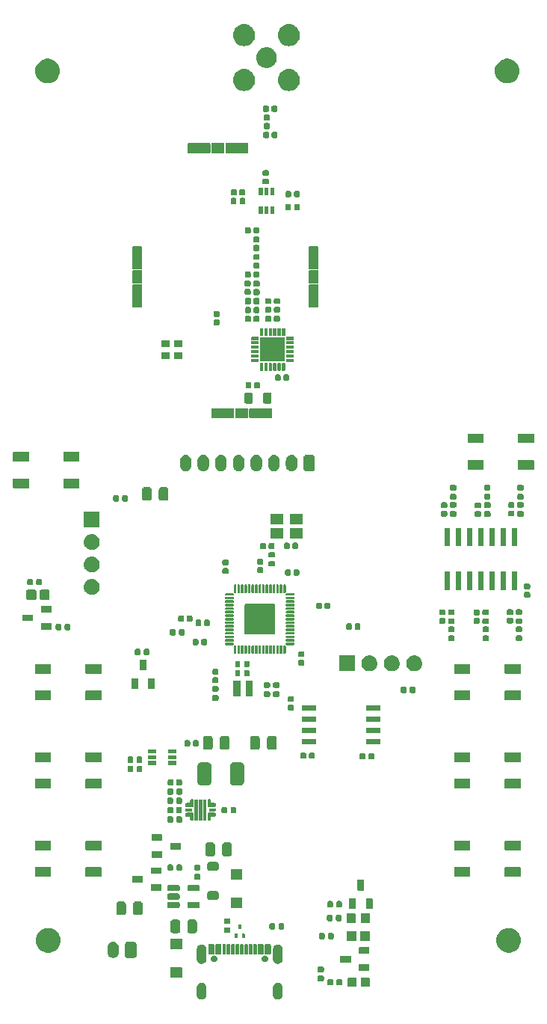
<source format=gbr>
%TF.GenerationSoftware,KiCad,Pcbnew,8.0.7*%
%TF.CreationDate,2025-03-16T18:45:05-04:00*%
%TF.ProjectId,RP2350_V2,52503233-3530-45f5-9632-2e6b69636164,2.0*%
%TF.SameCoordinates,Original*%
%TF.FileFunction,Soldermask,Top*%
%TF.FilePolarity,Negative*%
%FSLAX46Y46*%
G04 Gerber Fmt 4.6, Leading zero omitted, Abs format (unit mm)*
G04 Created by KiCad (PCBNEW 8.0.7) date 2025-03-16 18:45:05*
%MOMM*%
%LPD*%
G01*
G04 APERTURE LIST*
G04 APERTURE END LIST*
G36*
X137798359Y-145588442D02*
G01*
X137922928Y-145660362D01*
X138024638Y-145762072D01*
X138096558Y-145886641D01*
X138133786Y-146025580D01*
X138138500Y-146097500D01*
X138138500Y-146897500D01*
X138133786Y-146969420D01*
X138096558Y-147108359D01*
X138024638Y-147232928D01*
X137922928Y-147334638D01*
X137798359Y-147406558D01*
X137659420Y-147443786D01*
X137515580Y-147443786D01*
X137376641Y-147406558D01*
X137252072Y-147334638D01*
X137150362Y-147232928D01*
X137078442Y-147108359D01*
X137041214Y-146969420D01*
X137036500Y-146897500D01*
X137036500Y-146097500D01*
X137041214Y-146025580D01*
X137078442Y-145886641D01*
X137150362Y-145762072D01*
X137252072Y-145660362D01*
X137376641Y-145588442D01*
X137515580Y-145551214D01*
X137659420Y-145551214D01*
X137798359Y-145588442D01*
G37*
G36*
X146438359Y-145588442D02*
G01*
X146562928Y-145660362D01*
X146664638Y-145762072D01*
X146736558Y-145886641D01*
X146773786Y-146025580D01*
X146778500Y-146097500D01*
X146778500Y-146897500D01*
X146773786Y-146969420D01*
X146736558Y-147108359D01*
X146664638Y-147232928D01*
X146562928Y-147334638D01*
X146438359Y-147406558D01*
X146299420Y-147443786D01*
X146155580Y-147443786D01*
X146016641Y-147406558D01*
X145892072Y-147334638D01*
X145790362Y-147232928D01*
X145718442Y-147108359D01*
X145681214Y-146969420D01*
X145676500Y-146897500D01*
X145676500Y-146097500D01*
X145681214Y-146025580D01*
X145718442Y-145886641D01*
X145790362Y-145762072D01*
X145892072Y-145660362D01*
X146016641Y-145588442D01*
X146155580Y-145551214D01*
X146299420Y-145551214D01*
X146438359Y-145588442D01*
G37*
G36*
X155089034Y-144975764D02*
G01*
X155122125Y-144997875D01*
X155144236Y-145030966D01*
X155152000Y-145070000D01*
X155152000Y-145870000D01*
X155144236Y-145909034D01*
X155122125Y-145942125D01*
X155089034Y-145964236D01*
X155050000Y-145972000D01*
X154250000Y-145972000D01*
X154210966Y-145964236D01*
X154177875Y-145942125D01*
X154155764Y-145909034D01*
X154148000Y-145870000D01*
X154148000Y-145070000D01*
X154155764Y-145030966D01*
X154177875Y-144997875D01*
X154210966Y-144975764D01*
X154250000Y-144968000D01*
X155050000Y-144968000D01*
X155089034Y-144975764D01*
G37*
G36*
X156589034Y-144975764D02*
G01*
X156622125Y-144997875D01*
X156644236Y-145030966D01*
X156652000Y-145070000D01*
X156652000Y-145870000D01*
X156644236Y-145909034D01*
X156622125Y-145942125D01*
X156589034Y-145964236D01*
X156550000Y-145972000D01*
X155750000Y-145972000D01*
X155710966Y-145964236D01*
X155677875Y-145942125D01*
X155655764Y-145909034D01*
X155648000Y-145870000D01*
X155648000Y-145070000D01*
X155655764Y-145030966D01*
X155677875Y-144997875D01*
X155710966Y-144975764D01*
X155750000Y-144968000D01*
X156550000Y-144968000D01*
X156589034Y-144975764D01*
G37*
G36*
X152396179Y-145113158D02*
G01*
X152456522Y-145153478D01*
X152496842Y-145213821D01*
X152511000Y-145285000D01*
X152511000Y-145655000D01*
X152496842Y-145726179D01*
X152456522Y-145786522D01*
X152396179Y-145826842D01*
X152325000Y-145841000D01*
X152055000Y-145841000D01*
X151983821Y-145826842D01*
X151923478Y-145786522D01*
X151883158Y-145726179D01*
X151869000Y-145655000D01*
X151869000Y-145285000D01*
X151883158Y-145213821D01*
X151923478Y-145153478D01*
X151983821Y-145113158D01*
X152055000Y-145099000D01*
X152325000Y-145099000D01*
X152396179Y-145113158D01*
G37*
G36*
X153416179Y-145113158D02*
G01*
X153476522Y-145153478D01*
X153516842Y-145213821D01*
X153531000Y-145285000D01*
X153531000Y-145655000D01*
X153516842Y-145726179D01*
X153476522Y-145786522D01*
X153416179Y-145826842D01*
X153345000Y-145841000D01*
X153075000Y-145841000D01*
X153003821Y-145826842D01*
X152943478Y-145786522D01*
X152903158Y-145726179D01*
X152889000Y-145655000D01*
X152889000Y-145285000D01*
X152903158Y-145213821D01*
X152943478Y-145153478D01*
X153003821Y-145113158D01*
X153075000Y-145099000D01*
X153345000Y-145099000D01*
X153416179Y-145113158D01*
G37*
G36*
X151356179Y-144733158D02*
G01*
X151416522Y-144773478D01*
X151456842Y-144833821D01*
X151471000Y-144905000D01*
X151471000Y-145175000D01*
X151456842Y-145246179D01*
X151416522Y-145306522D01*
X151356179Y-145346842D01*
X151285000Y-145361000D01*
X150915000Y-145361000D01*
X150843821Y-145346842D01*
X150783478Y-145306522D01*
X150743158Y-145246179D01*
X150729000Y-145175000D01*
X150729000Y-144905000D01*
X150743158Y-144833821D01*
X150783478Y-144773478D01*
X150843821Y-144733158D01*
X150915000Y-144719000D01*
X151285000Y-144719000D01*
X151356179Y-144733158D01*
G37*
G36*
X135353917Y-143792182D02*
G01*
X135370462Y-143803238D01*
X135381518Y-143819783D01*
X135385400Y-143839300D01*
X135385400Y-144931500D01*
X135381518Y-144951017D01*
X135370462Y-144967562D01*
X135353917Y-144978618D01*
X135334400Y-144982500D01*
X134140600Y-144982500D01*
X134121083Y-144978618D01*
X134104538Y-144967562D01*
X134093482Y-144951017D01*
X134089600Y-144931500D01*
X134089600Y-143839300D01*
X134093482Y-143819783D01*
X134104538Y-143803238D01*
X134121083Y-143792182D01*
X134140600Y-143788300D01*
X135334400Y-143788300D01*
X135353917Y-143792182D01*
G37*
G36*
X151356179Y-143713158D02*
G01*
X151416522Y-143753478D01*
X151456842Y-143813821D01*
X151471000Y-143885000D01*
X151471000Y-144155000D01*
X151456842Y-144226179D01*
X151416522Y-144286522D01*
X151356179Y-144326842D01*
X151285000Y-144341000D01*
X150915000Y-144341000D01*
X150843821Y-144326842D01*
X150783478Y-144286522D01*
X150743158Y-144226179D01*
X150729000Y-144155000D01*
X150729000Y-143885000D01*
X150743158Y-143813821D01*
X150783478Y-143753478D01*
X150843821Y-143713158D01*
X150915000Y-143699000D01*
X151285000Y-143699000D01*
X151356179Y-143713158D01*
G37*
G36*
X156589517Y-143447882D02*
G01*
X156606062Y-143458938D01*
X156617118Y-143475483D01*
X156621000Y-143495000D01*
X156621000Y-144145000D01*
X156617118Y-144164517D01*
X156606062Y-144181062D01*
X156589517Y-144192118D01*
X156570000Y-144196000D01*
X155470000Y-144196000D01*
X155450483Y-144192118D01*
X155433938Y-144181062D01*
X155422882Y-144164517D01*
X155419000Y-144145000D01*
X155419000Y-143495000D01*
X155422882Y-143475483D01*
X155433938Y-143458938D01*
X155450483Y-143447882D01*
X155470000Y-143444000D01*
X156570000Y-143444000D01*
X156589517Y-143447882D01*
G37*
G36*
X137798359Y-141258442D02*
G01*
X137922928Y-141330362D01*
X138024638Y-141432072D01*
X138096558Y-141556641D01*
X138133786Y-141695580D01*
X138138500Y-141767500D01*
X138138500Y-142867500D01*
X138133786Y-142939420D01*
X138096558Y-143078359D01*
X138024638Y-143202928D01*
X137922928Y-143304638D01*
X137798359Y-143376558D01*
X137659420Y-143413786D01*
X137515580Y-143413786D01*
X137376641Y-143376558D01*
X137252072Y-143304638D01*
X137150362Y-143202928D01*
X137078442Y-143078359D01*
X137041214Y-142939420D01*
X137036500Y-142867500D01*
X137036500Y-141767500D01*
X137041214Y-141695580D01*
X137078442Y-141556641D01*
X137150362Y-141432072D01*
X137252072Y-141330362D01*
X137376641Y-141258442D01*
X137515580Y-141221214D01*
X137659420Y-141221214D01*
X137798359Y-141258442D01*
G37*
G36*
X146438359Y-141258442D02*
G01*
X146562928Y-141330362D01*
X146664638Y-141432072D01*
X146736558Y-141556641D01*
X146773786Y-141695580D01*
X146778500Y-141767500D01*
X146778500Y-142867500D01*
X146773786Y-142939420D01*
X146736558Y-143078359D01*
X146664638Y-143202928D01*
X146562928Y-143304638D01*
X146438359Y-143376558D01*
X146299420Y-143413786D01*
X146155580Y-143413786D01*
X146016641Y-143376558D01*
X145892072Y-143304638D01*
X145790362Y-143202928D01*
X145718442Y-143078359D01*
X145681214Y-142939420D01*
X145676500Y-142867500D01*
X145676500Y-141767500D01*
X145681214Y-141695580D01*
X145718442Y-141556641D01*
X145790362Y-141432072D01*
X145892072Y-141330362D01*
X146016641Y-141258442D01*
X146155580Y-141221214D01*
X146299420Y-141221214D01*
X146438359Y-141258442D01*
G37*
G36*
X154489517Y-142487882D02*
G01*
X154506062Y-142498938D01*
X154517118Y-142515483D01*
X154521000Y-142535000D01*
X154521000Y-143185000D01*
X154517118Y-143204517D01*
X154506062Y-143221062D01*
X154489517Y-143232118D01*
X154470000Y-143236000D01*
X153370000Y-143236000D01*
X153350483Y-143232118D01*
X153333938Y-143221062D01*
X153322882Y-143204517D01*
X153319000Y-143185000D01*
X153319000Y-142535000D01*
X153322882Y-142515483D01*
X153333938Y-142498938D01*
X153350483Y-142487882D01*
X153370000Y-142484000D01*
X154470000Y-142484000D01*
X154489517Y-142487882D01*
G37*
G36*
X139133690Y-142459903D02*
G01*
X139238507Y-142513310D01*
X139321690Y-142596493D01*
X139375097Y-142701310D01*
X139393500Y-142817500D01*
X139375097Y-142933690D01*
X139321690Y-143038507D01*
X139238507Y-143121690D01*
X139133690Y-143175097D01*
X139017500Y-143193500D01*
X138901310Y-143175097D01*
X138796493Y-143121690D01*
X138713310Y-143038507D01*
X138659903Y-142933690D01*
X138641500Y-142817500D01*
X138659903Y-142701310D01*
X138713310Y-142596493D01*
X138796493Y-142513310D01*
X138901310Y-142459903D01*
X139017500Y-142441500D01*
X139133690Y-142459903D01*
G37*
G36*
X144913690Y-142459903D02*
G01*
X145018507Y-142513310D01*
X145101690Y-142596493D01*
X145155097Y-142701310D01*
X145173500Y-142817500D01*
X145155097Y-142933690D01*
X145101690Y-143038507D01*
X145018507Y-143121690D01*
X144913690Y-143175097D01*
X144797500Y-143193500D01*
X144681310Y-143175097D01*
X144576493Y-143121690D01*
X144493310Y-143038507D01*
X144439903Y-142933690D01*
X144421500Y-142817500D01*
X144439903Y-142701310D01*
X144493310Y-142596493D01*
X144576493Y-142513310D01*
X144681310Y-142459903D01*
X144797500Y-142441500D01*
X144913690Y-142459903D01*
G37*
G36*
X129998914Y-140891995D02*
G01*
X130003645Y-140894084D01*
X130006811Y-140894501D01*
X130046442Y-140912981D01*
X130100106Y-140936676D01*
X130178324Y-141014894D01*
X130202028Y-141068579D01*
X130220498Y-141108188D01*
X130220914Y-141111351D01*
X130223005Y-141116086D01*
X130231000Y-141185000D01*
X130231000Y-142435000D01*
X130223005Y-142503914D01*
X130220914Y-142508648D01*
X130220498Y-142511811D01*
X130202036Y-142551402D01*
X130178324Y-142605106D01*
X130100106Y-142683324D01*
X130046402Y-142707036D01*
X130006811Y-142725498D01*
X130003648Y-142725914D01*
X129998914Y-142728005D01*
X129930000Y-142736000D01*
X129230000Y-142736000D01*
X129161086Y-142728005D01*
X129156351Y-142725914D01*
X129153188Y-142725498D01*
X129113579Y-142707028D01*
X129059894Y-142683324D01*
X128981676Y-142605106D01*
X128957981Y-142551442D01*
X128939501Y-142511811D01*
X128939084Y-142508645D01*
X128936995Y-142503914D01*
X128929000Y-142435000D01*
X128929000Y-141185000D01*
X128936995Y-141116086D01*
X128939084Y-141111354D01*
X128939501Y-141108188D01*
X128957989Y-141068538D01*
X128981676Y-141014894D01*
X129059894Y-140936676D01*
X129113538Y-140912989D01*
X129153188Y-140894501D01*
X129156354Y-140894084D01*
X129161086Y-140891995D01*
X129230000Y-140884000D01*
X129930000Y-140884000D01*
X129998914Y-140891995D01*
G37*
G36*
X127768975Y-140912032D02*
G01*
X127886879Y-140960869D01*
X127992990Y-141031770D01*
X128083230Y-141122010D01*
X128154131Y-141228121D01*
X128202968Y-141346025D01*
X128227865Y-141471191D01*
X128231000Y-141535000D01*
X128231000Y-142085000D01*
X128227865Y-142148809D01*
X128202968Y-142273975D01*
X128154131Y-142391879D01*
X128083230Y-142497990D01*
X127992990Y-142588230D01*
X127886879Y-142659131D01*
X127768975Y-142707968D01*
X127643809Y-142732865D01*
X127516191Y-142732865D01*
X127391025Y-142707968D01*
X127273121Y-142659131D01*
X127167010Y-142588230D01*
X127076770Y-142497990D01*
X127005869Y-142391879D01*
X126957032Y-142273975D01*
X126932135Y-142148809D01*
X126929000Y-142085000D01*
X126929000Y-141535000D01*
X126932135Y-141471191D01*
X126957032Y-141346025D01*
X127005869Y-141228121D01*
X127076770Y-141122010D01*
X127167010Y-141031770D01*
X127273121Y-140960869D01*
X127391025Y-140912032D01*
X127516191Y-140887135D01*
X127643809Y-140887135D01*
X127768975Y-140912032D01*
G37*
G36*
X138934419Y-141131800D02*
G01*
X138999628Y-141175372D01*
X139043200Y-141240581D01*
X139058500Y-141317500D01*
X139058500Y-142167500D01*
X139043200Y-142244419D01*
X138999628Y-142309628D01*
X138934419Y-142353200D01*
X138857500Y-142368500D01*
X138557500Y-142368500D01*
X138480581Y-142353200D01*
X138415372Y-142309628D01*
X138371800Y-142244419D01*
X138356500Y-142167500D01*
X138356500Y-141317500D01*
X138371800Y-141240581D01*
X138415372Y-141175372D01*
X138480581Y-141131800D01*
X138557500Y-141116500D01*
X138857500Y-141116500D01*
X138934419Y-141131800D01*
G37*
G36*
X139734419Y-141131800D02*
G01*
X139799628Y-141175372D01*
X139843200Y-141240581D01*
X139858500Y-141317500D01*
X139858500Y-142167500D01*
X139843200Y-142244419D01*
X139799628Y-142309628D01*
X139734419Y-142353200D01*
X139657500Y-142368500D01*
X139357500Y-142368500D01*
X139280581Y-142353200D01*
X139215372Y-142309628D01*
X139171800Y-142244419D01*
X139156500Y-142167500D01*
X139156500Y-141317500D01*
X139171800Y-141240581D01*
X139215372Y-141175372D01*
X139280581Y-141131800D01*
X139357500Y-141116500D01*
X139657500Y-141116500D01*
X139734419Y-141131800D01*
G37*
G36*
X140280718Y-141126091D02*
G01*
X140321595Y-141153405D01*
X140348909Y-141194282D01*
X140358500Y-141242500D01*
X140358500Y-142242500D01*
X140348909Y-142290718D01*
X140321595Y-142331595D01*
X140280718Y-142358909D01*
X140232500Y-142368500D01*
X140082500Y-142368500D01*
X140034282Y-142358909D01*
X139993405Y-142331595D01*
X139966091Y-142290718D01*
X139956500Y-142242500D01*
X139956500Y-141242500D01*
X139966091Y-141194282D01*
X139993405Y-141153405D01*
X140034282Y-141126091D01*
X140082500Y-141116500D01*
X140232500Y-141116500D01*
X140280718Y-141126091D01*
G37*
G36*
X140780718Y-141126091D02*
G01*
X140821595Y-141153405D01*
X140848909Y-141194282D01*
X140858500Y-141242500D01*
X140858500Y-142242500D01*
X140848909Y-142290718D01*
X140821595Y-142331595D01*
X140780718Y-142358909D01*
X140732500Y-142368500D01*
X140582500Y-142368500D01*
X140534282Y-142358909D01*
X140493405Y-142331595D01*
X140466091Y-142290718D01*
X140456500Y-142242500D01*
X140456500Y-141242500D01*
X140466091Y-141194282D01*
X140493405Y-141153405D01*
X140534282Y-141126091D01*
X140582500Y-141116500D01*
X140732500Y-141116500D01*
X140780718Y-141126091D01*
G37*
G36*
X141280718Y-141126091D02*
G01*
X141321595Y-141153405D01*
X141348909Y-141194282D01*
X141358500Y-141242500D01*
X141358500Y-142242500D01*
X141348909Y-142290718D01*
X141321595Y-142331595D01*
X141280718Y-142358909D01*
X141232500Y-142368500D01*
X141082500Y-142368500D01*
X141034282Y-142358909D01*
X140993405Y-142331595D01*
X140966091Y-142290718D01*
X140956500Y-142242500D01*
X140956500Y-141242500D01*
X140966091Y-141194282D01*
X140993405Y-141153405D01*
X141034282Y-141126091D01*
X141082500Y-141116500D01*
X141232500Y-141116500D01*
X141280718Y-141126091D01*
G37*
G36*
X141780718Y-141126091D02*
G01*
X141821595Y-141153405D01*
X141848909Y-141194282D01*
X141858500Y-141242500D01*
X141858500Y-142242500D01*
X141848909Y-142290718D01*
X141821595Y-142331595D01*
X141780718Y-142358909D01*
X141732500Y-142368500D01*
X141582500Y-142368500D01*
X141534282Y-142358909D01*
X141493405Y-142331595D01*
X141466091Y-142290718D01*
X141456500Y-142242500D01*
X141456500Y-141242500D01*
X141466091Y-141194282D01*
X141493405Y-141153405D01*
X141534282Y-141126091D01*
X141582500Y-141116500D01*
X141732500Y-141116500D01*
X141780718Y-141126091D01*
G37*
G36*
X142280718Y-141126091D02*
G01*
X142321595Y-141153405D01*
X142348909Y-141194282D01*
X142358500Y-141242500D01*
X142358500Y-142242500D01*
X142348909Y-142290718D01*
X142321595Y-142331595D01*
X142280718Y-142358909D01*
X142232500Y-142368500D01*
X142082500Y-142368500D01*
X142034282Y-142358909D01*
X141993405Y-142331595D01*
X141966091Y-142290718D01*
X141956500Y-142242500D01*
X141956500Y-141242500D01*
X141966091Y-141194282D01*
X141993405Y-141153405D01*
X142034282Y-141126091D01*
X142082500Y-141116500D01*
X142232500Y-141116500D01*
X142280718Y-141126091D01*
G37*
G36*
X142780718Y-141126091D02*
G01*
X142821595Y-141153405D01*
X142848909Y-141194282D01*
X142858500Y-141242500D01*
X142858500Y-142242500D01*
X142848909Y-142290718D01*
X142821595Y-142331595D01*
X142780718Y-142358909D01*
X142732500Y-142368500D01*
X142582500Y-142368500D01*
X142534282Y-142358909D01*
X142493405Y-142331595D01*
X142466091Y-142290718D01*
X142456500Y-142242500D01*
X142456500Y-141242500D01*
X142466091Y-141194282D01*
X142493405Y-141153405D01*
X142534282Y-141126091D01*
X142582500Y-141116500D01*
X142732500Y-141116500D01*
X142780718Y-141126091D01*
G37*
G36*
X143280718Y-141126091D02*
G01*
X143321595Y-141153405D01*
X143348909Y-141194282D01*
X143358500Y-141242500D01*
X143358500Y-142242500D01*
X143348909Y-142290718D01*
X143321595Y-142331595D01*
X143280718Y-142358909D01*
X143232500Y-142368500D01*
X143082500Y-142368500D01*
X143034282Y-142358909D01*
X142993405Y-142331595D01*
X142966091Y-142290718D01*
X142956500Y-142242500D01*
X142956500Y-141242500D01*
X142966091Y-141194282D01*
X142993405Y-141153405D01*
X143034282Y-141126091D01*
X143082500Y-141116500D01*
X143232500Y-141116500D01*
X143280718Y-141126091D01*
G37*
G36*
X143780718Y-141126091D02*
G01*
X143821595Y-141153405D01*
X143848909Y-141194282D01*
X143858500Y-141242500D01*
X143858500Y-142242500D01*
X143848909Y-142290718D01*
X143821595Y-142331595D01*
X143780718Y-142358909D01*
X143732500Y-142368500D01*
X143582500Y-142368500D01*
X143534282Y-142358909D01*
X143493405Y-142331595D01*
X143466091Y-142290718D01*
X143456500Y-142242500D01*
X143456500Y-141242500D01*
X143466091Y-141194282D01*
X143493405Y-141153405D01*
X143534282Y-141126091D01*
X143582500Y-141116500D01*
X143732500Y-141116500D01*
X143780718Y-141126091D01*
G37*
G36*
X144534419Y-141131800D02*
G01*
X144599628Y-141175372D01*
X144643200Y-141240581D01*
X144658500Y-141317500D01*
X144658500Y-142167500D01*
X144643200Y-142244419D01*
X144599628Y-142309628D01*
X144534419Y-142353200D01*
X144457500Y-142368500D01*
X144157500Y-142368500D01*
X144080581Y-142353200D01*
X144015372Y-142309628D01*
X143971800Y-142244419D01*
X143956500Y-142167500D01*
X143956500Y-141317500D01*
X143971800Y-141240581D01*
X144015372Y-141175372D01*
X144080581Y-141131800D01*
X144157500Y-141116500D01*
X144457500Y-141116500D01*
X144534419Y-141131800D01*
G37*
G36*
X145334419Y-141131800D02*
G01*
X145399628Y-141175372D01*
X145443200Y-141240581D01*
X145458500Y-141317500D01*
X145458500Y-142167500D01*
X145443200Y-142244419D01*
X145399628Y-142309628D01*
X145334419Y-142353200D01*
X145257500Y-142368500D01*
X144957500Y-142368500D01*
X144880581Y-142353200D01*
X144815372Y-142309628D01*
X144771800Y-142244419D01*
X144756500Y-142167500D01*
X144756500Y-141317500D01*
X144771800Y-141240581D01*
X144815372Y-141175372D01*
X144880581Y-141131800D01*
X144957500Y-141116500D01*
X145257500Y-141116500D01*
X145334419Y-141131800D01*
G37*
G36*
X156589517Y-141527882D02*
G01*
X156606062Y-141538938D01*
X156617118Y-141555483D01*
X156621000Y-141575000D01*
X156621000Y-142225000D01*
X156617118Y-142244517D01*
X156606062Y-142261062D01*
X156589517Y-142272118D01*
X156570000Y-142276000D01*
X155470000Y-142276000D01*
X155450483Y-142272118D01*
X155433938Y-142261062D01*
X155422882Y-142244517D01*
X155419000Y-142225000D01*
X155419000Y-141575000D01*
X155422882Y-141555483D01*
X155433938Y-141538938D01*
X155450483Y-141527882D01*
X155470000Y-141524000D01*
X156570000Y-141524000D01*
X156589517Y-141527882D01*
G37*
G36*
X120571425Y-139375070D02*
G01*
X120790275Y-139450202D01*
X120993774Y-139560330D01*
X121176371Y-139702451D01*
X121333086Y-139872688D01*
X121459643Y-140066398D01*
X121552590Y-140278296D01*
X121609392Y-140502603D01*
X121628500Y-140733200D01*
X121609392Y-140963797D01*
X121552590Y-141188104D01*
X121459643Y-141400002D01*
X121333086Y-141593712D01*
X121176371Y-141763949D01*
X120993774Y-141906070D01*
X120790275Y-142016198D01*
X120571425Y-142091330D01*
X120343194Y-142129415D01*
X120111806Y-142129415D01*
X119883575Y-142091330D01*
X119664725Y-142016198D01*
X119461226Y-141906070D01*
X119278629Y-141763949D01*
X119121914Y-141593712D01*
X118995357Y-141400002D01*
X118902410Y-141188104D01*
X118845608Y-140963797D01*
X118826500Y-140733200D01*
X118845608Y-140502603D01*
X118902410Y-140278296D01*
X118995357Y-140066398D01*
X119121914Y-139872688D01*
X119278629Y-139702451D01*
X119461226Y-139560330D01*
X119664725Y-139450202D01*
X119883575Y-139375070D01*
X120111806Y-139336985D01*
X120343194Y-139336985D01*
X120571425Y-139375070D01*
G37*
G36*
X172731425Y-139375010D02*
G01*
X172950275Y-139450142D01*
X173153774Y-139560270D01*
X173336371Y-139702391D01*
X173493086Y-139872628D01*
X173619643Y-140066338D01*
X173712590Y-140278236D01*
X173769392Y-140502543D01*
X173788500Y-140733140D01*
X173769392Y-140963737D01*
X173712590Y-141188044D01*
X173619643Y-141399942D01*
X173493086Y-141593652D01*
X173336371Y-141763889D01*
X173153774Y-141906010D01*
X172950275Y-142016138D01*
X172731425Y-142091270D01*
X172503194Y-142129355D01*
X172271806Y-142129355D01*
X172043575Y-142091270D01*
X171824725Y-142016138D01*
X171621226Y-141906010D01*
X171438629Y-141763889D01*
X171281914Y-141593652D01*
X171155357Y-141399942D01*
X171062410Y-141188044D01*
X171005608Y-140963737D01*
X170986500Y-140733140D01*
X171005608Y-140502543D01*
X171062410Y-140278236D01*
X171155357Y-140066338D01*
X171281914Y-139872628D01*
X171438629Y-139702391D01*
X171621226Y-139560270D01*
X171824725Y-139450142D01*
X172043575Y-139375010D01*
X172271806Y-139336925D01*
X172503194Y-139336925D01*
X172731425Y-139375010D01*
G37*
G36*
X135353917Y-140566382D02*
G01*
X135370462Y-140577438D01*
X135381518Y-140593983D01*
X135385400Y-140613500D01*
X135385400Y-141705700D01*
X135381518Y-141725217D01*
X135370462Y-141741762D01*
X135353917Y-141752818D01*
X135334400Y-141756700D01*
X134140600Y-141756700D01*
X134121083Y-141752818D01*
X134104538Y-141741762D01*
X134093482Y-141725217D01*
X134089600Y-141705700D01*
X134089600Y-140613500D01*
X134093482Y-140593983D01*
X134104538Y-140577438D01*
X134121083Y-140566382D01*
X134140600Y-140562500D01*
X135334400Y-140562500D01*
X135353917Y-140566382D01*
G37*
G36*
X155084034Y-139690764D02*
G01*
X155117125Y-139712875D01*
X155139236Y-139745966D01*
X155147000Y-139785000D01*
X155147000Y-140715000D01*
X155139236Y-140754034D01*
X155117125Y-140787125D01*
X155084034Y-140809236D01*
X155045000Y-140817000D01*
X154135000Y-140817000D01*
X154095966Y-140809236D01*
X154062875Y-140787125D01*
X154040764Y-140754034D01*
X154033000Y-140715000D01*
X154033000Y-139785000D01*
X154040764Y-139745966D01*
X154062875Y-139712875D01*
X154095966Y-139690764D01*
X154135000Y-139683000D01*
X155045000Y-139683000D01*
X155084034Y-139690764D01*
G37*
G36*
X156604034Y-139690764D02*
G01*
X156637125Y-139712875D01*
X156659236Y-139745966D01*
X156667000Y-139785000D01*
X156667000Y-140715000D01*
X156659236Y-140754034D01*
X156637125Y-140787125D01*
X156604034Y-140809236D01*
X156565000Y-140817000D01*
X155655000Y-140817000D01*
X155615966Y-140809236D01*
X155582875Y-140787125D01*
X155560764Y-140754034D01*
X155553000Y-140715000D01*
X155553000Y-139785000D01*
X155560764Y-139745966D01*
X155582875Y-139712875D01*
X155615966Y-139690764D01*
X155655000Y-139683000D01*
X156565000Y-139683000D01*
X156604034Y-139690764D01*
G37*
G36*
X151446179Y-139893158D02*
G01*
X151506522Y-139933478D01*
X151546842Y-139993821D01*
X151561000Y-140065000D01*
X151561000Y-140435000D01*
X151546842Y-140506179D01*
X151506522Y-140566522D01*
X151446179Y-140606842D01*
X151375000Y-140621000D01*
X151105000Y-140621000D01*
X151033821Y-140606842D01*
X150973478Y-140566522D01*
X150933158Y-140506179D01*
X150919000Y-140435000D01*
X150919000Y-140065000D01*
X150933158Y-139993821D01*
X150973478Y-139933478D01*
X151033821Y-139893158D01*
X151105000Y-139879000D01*
X151375000Y-139879000D01*
X151446179Y-139893158D01*
G37*
G36*
X152466179Y-139893158D02*
G01*
X152526522Y-139933478D01*
X152566842Y-139993821D01*
X152581000Y-140065000D01*
X152581000Y-140435000D01*
X152566842Y-140506179D01*
X152526522Y-140566522D01*
X152466179Y-140606842D01*
X152395000Y-140621000D01*
X152125000Y-140621000D01*
X152053821Y-140606842D01*
X151993478Y-140566522D01*
X151953158Y-140506179D01*
X151939000Y-140435000D01*
X151939000Y-140065000D01*
X151953158Y-139993821D01*
X151993478Y-139933478D01*
X152053821Y-139893158D01*
X152125000Y-139879000D01*
X152395000Y-139879000D01*
X152466179Y-139893158D01*
G37*
G36*
X141666519Y-139977382D02*
G01*
X141683064Y-139988438D01*
X141694120Y-140004983D01*
X141698002Y-140024500D01*
X141698002Y-140430900D01*
X141694120Y-140450417D01*
X141683064Y-140466962D01*
X141666519Y-140478018D01*
X141647002Y-140481900D01*
X141418402Y-140481900D01*
X141398885Y-140478018D01*
X141382340Y-140466962D01*
X141371284Y-140450417D01*
X141367402Y-140430900D01*
X141367402Y-140024500D01*
X141371284Y-140004983D01*
X141382340Y-139988438D01*
X141398885Y-139977382D01*
X141418402Y-139973500D01*
X141647002Y-139973500D01*
X141666519Y-139977382D01*
G37*
G36*
X142466517Y-139977382D02*
G01*
X142483062Y-139988438D01*
X142494118Y-140004983D01*
X142498000Y-140024500D01*
X142498000Y-140430900D01*
X142494118Y-140450417D01*
X142483062Y-140466962D01*
X142466517Y-140478018D01*
X142447000Y-140481900D01*
X142218400Y-140481900D01*
X142198883Y-140478018D01*
X142182338Y-140466962D01*
X142171282Y-140450417D01*
X142167400Y-140430900D01*
X142167400Y-140024500D01*
X142171282Y-140004983D01*
X142182338Y-139988438D01*
X142198883Y-139977382D01*
X142218400Y-139973500D01*
X142447000Y-139973500D01*
X142466517Y-139977382D01*
G37*
G36*
X134948914Y-138381995D02*
G01*
X134953645Y-138384084D01*
X134956811Y-138384501D01*
X134996442Y-138402981D01*
X135050106Y-138426676D01*
X135128324Y-138504894D01*
X135152028Y-138558579D01*
X135170498Y-138598188D01*
X135170914Y-138601351D01*
X135173005Y-138606086D01*
X135181000Y-138675000D01*
X135181000Y-139625000D01*
X135173005Y-139693914D01*
X135170914Y-139698648D01*
X135170498Y-139701811D01*
X135152036Y-139741402D01*
X135128324Y-139795106D01*
X135050106Y-139873324D01*
X134996402Y-139897036D01*
X134956811Y-139915498D01*
X134953648Y-139915914D01*
X134948914Y-139918005D01*
X134880000Y-139926000D01*
X134380000Y-139926000D01*
X134311086Y-139918005D01*
X134306351Y-139915914D01*
X134303188Y-139915498D01*
X134263579Y-139897028D01*
X134209894Y-139873324D01*
X134131676Y-139795106D01*
X134107981Y-139741442D01*
X134089501Y-139701811D01*
X134089084Y-139698645D01*
X134086995Y-139693914D01*
X134079000Y-139625000D01*
X134079000Y-138675000D01*
X134086995Y-138606086D01*
X134089084Y-138601354D01*
X134089501Y-138598188D01*
X134107995Y-138558527D01*
X134131676Y-138504894D01*
X134209894Y-138426676D01*
X134263538Y-138402989D01*
X134303188Y-138384501D01*
X134306354Y-138384084D01*
X134311086Y-138381995D01*
X134380000Y-138374000D01*
X134880000Y-138374000D01*
X134948914Y-138381995D01*
G37*
G36*
X136848914Y-138381995D02*
G01*
X136853645Y-138384084D01*
X136856811Y-138384501D01*
X136896442Y-138402981D01*
X136950106Y-138426676D01*
X137028324Y-138504894D01*
X137052028Y-138558579D01*
X137070498Y-138598188D01*
X137070914Y-138601351D01*
X137073005Y-138606086D01*
X137081000Y-138675000D01*
X137081000Y-139625000D01*
X137073005Y-139693914D01*
X137070914Y-139698648D01*
X137070498Y-139701811D01*
X137052036Y-139741402D01*
X137028324Y-139795106D01*
X136950106Y-139873324D01*
X136896402Y-139897036D01*
X136856811Y-139915498D01*
X136853648Y-139915914D01*
X136848914Y-139918005D01*
X136780000Y-139926000D01*
X136280000Y-139926000D01*
X136211086Y-139918005D01*
X136206351Y-139915914D01*
X136203188Y-139915498D01*
X136163579Y-139897028D01*
X136109894Y-139873324D01*
X136031676Y-139795106D01*
X136007981Y-139741442D01*
X135989501Y-139701811D01*
X135989084Y-139698645D01*
X135986995Y-139693914D01*
X135979000Y-139625000D01*
X135979000Y-138675000D01*
X135986995Y-138606086D01*
X135989084Y-138601354D01*
X135989501Y-138598188D01*
X136007995Y-138558527D01*
X136031676Y-138504894D01*
X136109894Y-138426676D01*
X136163538Y-138402989D01*
X136203188Y-138384501D01*
X136206354Y-138384084D01*
X136211086Y-138381995D01*
X136280000Y-138374000D01*
X136780000Y-138374000D01*
X136848914Y-138381995D01*
G37*
G36*
X140768679Y-139275658D02*
G01*
X140829022Y-139315978D01*
X140869342Y-139376321D01*
X140883500Y-139447500D01*
X140883500Y-139717500D01*
X140869342Y-139788679D01*
X140829022Y-139849022D01*
X140768679Y-139889342D01*
X140697500Y-139903500D01*
X140327500Y-139903500D01*
X140256321Y-139889342D01*
X140195978Y-139849022D01*
X140155658Y-139788679D01*
X140141500Y-139717500D01*
X140141500Y-139447500D01*
X140155658Y-139376321D01*
X140195978Y-139315978D01*
X140256321Y-139275658D01*
X140327500Y-139261500D01*
X140697500Y-139261500D01*
X140768679Y-139275658D01*
G37*
G36*
X145813679Y-138780658D02*
G01*
X145874022Y-138820978D01*
X145914342Y-138881321D01*
X145928500Y-138952500D01*
X145928500Y-139322500D01*
X145914342Y-139393679D01*
X145874022Y-139454022D01*
X145813679Y-139494342D01*
X145742500Y-139508500D01*
X145472500Y-139508500D01*
X145401321Y-139494342D01*
X145340978Y-139454022D01*
X145300658Y-139393679D01*
X145286500Y-139322500D01*
X145286500Y-138952500D01*
X145300658Y-138881321D01*
X145340978Y-138820978D01*
X145401321Y-138780658D01*
X145472500Y-138766500D01*
X145742500Y-138766500D01*
X145813679Y-138780658D01*
G37*
G36*
X146833679Y-138780658D02*
G01*
X146894022Y-138820978D01*
X146934342Y-138881321D01*
X146948500Y-138952500D01*
X146948500Y-139322500D01*
X146934342Y-139393679D01*
X146894022Y-139454022D01*
X146833679Y-139494342D01*
X146762500Y-139508500D01*
X146492500Y-139508500D01*
X146421321Y-139494342D01*
X146360978Y-139454022D01*
X146320658Y-139393679D01*
X146306500Y-139322500D01*
X146306500Y-138952500D01*
X146320658Y-138881321D01*
X146360978Y-138820978D01*
X146421321Y-138780658D01*
X146492500Y-138766500D01*
X146762500Y-138766500D01*
X146833679Y-138780658D01*
G37*
G36*
X142066518Y-138935982D02*
G01*
X142083063Y-138947038D01*
X142094119Y-138963583D01*
X142098001Y-138983100D01*
X142098001Y-139389500D01*
X142094119Y-139409017D01*
X142083063Y-139425562D01*
X142066518Y-139436618D01*
X142047001Y-139440500D01*
X141818401Y-139440500D01*
X141798884Y-139436618D01*
X141782339Y-139425562D01*
X141771283Y-139409017D01*
X141767401Y-139389500D01*
X141767401Y-138983100D01*
X141771283Y-138963583D01*
X141782339Y-138947038D01*
X141798884Y-138935982D01*
X141818401Y-138932100D01*
X142047001Y-138932100D01*
X142066518Y-138935982D01*
G37*
G36*
X140768679Y-138255658D02*
G01*
X140829022Y-138295978D01*
X140869342Y-138356321D01*
X140883500Y-138427500D01*
X140883500Y-138697500D01*
X140869342Y-138768679D01*
X140829022Y-138829022D01*
X140768679Y-138869342D01*
X140697500Y-138883500D01*
X140327500Y-138883500D01*
X140256321Y-138869342D01*
X140195978Y-138829022D01*
X140155658Y-138768679D01*
X140141500Y-138697500D01*
X140141500Y-138427500D01*
X140155658Y-138356321D01*
X140195978Y-138295978D01*
X140256321Y-138255658D01*
X140327500Y-138241500D01*
X140697500Y-138241500D01*
X140768679Y-138255658D01*
G37*
G36*
X154986534Y-137663264D02*
G01*
X155019625Y-137685375D01*
X155041736Y-137718466D01*
X155049500Y-137757500D01*
X155049500Y-138687500D01*
X155041736Y-138726534D01*
X155019625Y-138759625D01*
X154986534Y-138781736D01*
X154947500Y-138789500D01*
X154137500Y-138789500D01*
X154098466Y-138781736D01*
X154065375Y-138759625D01*
X154043264Y-138726534D01*
X154035500Y-138687500D01*
X154035500Y-137757500D01*
X154043264Y-137718466D01*
X154065375Y-137685375D01*
X154098466Y-137663264D01*
X154137500Y-137655500D01*
X154947500Y-137655500D01*
X154986534Y-137663264D01*
G37*
G36*
X156606534Y-137663264D02*
G01*
X156639625Y-137685375D01*
X156661736Y-137718466D01*
X156669500Y-137757500D01*
X156669500Y-138687500D01*
X156661736Y-138726534D01*
X156639625Y-138759625D01*
X156606534Y-138781736D01*
X156567500Y-138789500D01*
X155757500Y-138789500D01*
X155718466Y-138781736D01*
X155685375Y-138759625D01*
X155663264Y-138726534D01*
X155655500Y-138687500D01*
X155655500Y-137757500D01*
X155663264Y-137718466D01*
X155685375Y-137685375D01*
X155718466Y-137663264D01*
X155757500Y-137655500D01*
X156567500Y-137655500D01*
X156606534Y-137663264D01*
G37*
G36*
X152321679Y-137845658D02*
G01*
X152382022Y-137885978D01*
X152422342Y-137946321D01*
X152436500Y-138017500D01*
X152436500Y-138387500D01*
X152422342Y-138458679D01*
X152382022Y-138519022D01*
X152321679Y-138559342D01*
X152250500Y-138573500D01*
X151980500Y-138573500D01*
X151909321Y-138559342D01*
X151848978Y-138519022D01*
X151808658Y-138458679D01*
X151794500Y-138387500D01*
X151794500Y-138017500D01*
X151808658Y-137946321D01*
X151848978Y-137885978D01*
X151909321Y-137845658D01*
X151980500Y-137831500D01*
X152250500Y-137831500D01*
X152321679Y-137845658D01*
G37*
G36*
X153341679Y-137845658D02*
G01*
X153402022Y-137885978D01*
X153442342Y-137946321D01*
X153456500Y-138017500D01*
X153456500Y-138387500D01*
X153442342Y-138458679D01*
X153402022Y-138519022D01*
X153341679Y-138559342D01*
X153270500Y-138573500D01*
X153000500Y-138573500D01*
X152929321Y-138559342D01*
X152868978Y-138519022D01*
X152828658Y-138458679D01*
X152814500Y-138387500D01*
X152814500Y-138017500D01*
X152828658Y-137946321D01*
X152868978Y-137885978D01*
X152929321Y-137845658D01*
X153000500Y-137831500D01*
X153270500Y-137831500D01*
X153341679Y-137845658D01*
G37*
G36*
X128806414Y-136329495D02*
G01*
X128811145Y-136331584D01*
X128814311Y-136332001D01*
X128853942Y-136350481D01*
X128907606Y-136374176D01*
X128985824Y-136452394D01*
X129009528Y-136506079D01*
X129027998Y-136545688D01*
X129028414Y-136548851D01*
X129030505Y-136553586D01*
X129038500Y-136622500D01*
X129038500Y-137572500D01*
X129030505Y-137641414D01*
X129028414Y-137646148D01*
X129027998Y-137649311D01*
X129009536Y-137688902D01*
X128985824Y-137742606D01*
X128907606Y-137820824D01*
X128853902Y-137844536D01*
X128814311Y-137862998D01*
X128811148Y-137863414D01*
X128806414Y-137865505D01*
X128737500Y-137873500D01*
X128237500Y-137873500D01*
X128168586Y-137865505D01*
X128163851Y-137863414D01*
X128160688Y-137862998D01*
X128121079Y-137844528D01*
X128067394Y-137820824D01*
X127989176Y-137742606D01*
X127965481Y-137688942D01*
X127947001Y-137649311D01*
X127946584Y-137646145D01*
X127944495Y-137641414D01*
X127936500Y-137572500D01*
X127936500Y-136622500D01*
X127944495Y-136553586D01*
X127946584Y-136548854D01*
X127947001Y-136545688D01*
X127965489Y-136506038D01*
X127989176Y-136452394D01*
X128067394Y-136374176D01*
X128121038Y-136350489D01*
X128160688Y-136332001D01*
X128163854Y-136331584D01*
X128168586Y-136329495D01*
X128237500Y-136321500D01*
X128737500Y-136321500D01*
X128806414Y-136329495D01*
G37*
G36*
X130706414Y-136329495D02*
G01*
X130711145Y-136331584D01*
X130714311Y-136332001D01*
X130753942Y-136350481D01*
X130807606Y-136374176D01*
X130885824Y-136452394D01*
X130909528Y-136506079D01*
X130927998Y-136545688D01*
X130928414Y-136548851D01*
X130930505Y-136553586D01*
X130938500Y-136622500D01*
X130938500Y-137572500D01*
X130930505Y-137641414D01*
X130928414Y-137646148D01*
X130927998Y-137649311D01*
X130909536Y-137688902D01*
X130885824Y-137742606D01*
X130807606Y-137820824D01*
X130753902Y-137844536D01*
X130714311Y-137862998D01*
X130711148Y-137863414D01*
X130706414Y-137865505D01*
X130637500Y-137873500D01*
X130137500Y-137873500D01*
X130068586Y-137865505D01*
X130063851Y-137863414D01*
X130060688Y-137862998D01*
X130021079Y-137844528D01*
X129967394Y-137820824D01*
X129889176Y-137742606D01*
X129865481Y-137688942D01*
X129847001Y-137649311D01*
X129846584Y-137646145D01*
X129844495Y-137641414D01*
X129836500Y-137572500D01*
X129836500Y-136622500D01*
X129844495Y-136553586D01*
X129846584Y-136548854D01*
X129847001Y-136545688D01*
X129865489Y-136506038D01*
X129889176Y-136452394D01*
X129967394Y-136374176D01*
X130021038Y-136350489D01*
X130060688Y-136332001D01*
X130063854Y-136331584D01*
X130068586Y-136329495D01*
X130137500Y-136321500D01*
X130637500Y-136321500D01*
X130706414Y-136329495D01*
G37*
G36*
X155022017Y-135995382D02*
G01*
X155038562Y-136006438D01*
X155049618Y-136022983D01*
X155053500Y-136042500D01*
X155053500Y-137142500D01*
X155049618Y-137162017D01*
X155038562Y-137178562D01*
X155022017Y-137189618D01*
X155002500Y-137193500D01*
X154352500Y-137193500D01*
X154332983Y-137189618D01*
X154316438Y-137178562D01*
X154305382Y-137162017D01*
X154301500Y-137142500D01*
X154301500Y-136042500D01*
X154305382Y-136022983D01*
X154316438Y-136006438D01*
X154332983Y-135995382D01*
X154352500Y-135991500D01*
X155002500Y-135991500D01*
X155022017Y-135995382D01*
G37*
G36*
X156942017Y-135995382D02*
G01*
X156958562Y-136006438D01*
X156969618Y-136022983D01*
X156973500Y-136042500D01*
X156973500Y-137142500D01*
X156969618Y-137162017D01*
X156958562Y-137178562D01*
X156942017Y-137189618D01*
X156922500Y-137193500D01*
X156272500Y-137193500D01*
X156252983Y-137189618D01*
X156236438Y-137178562D01*
X156225382Y-137162017D01*
X156221500Y-137142500D01*
X156221500Y-136042500D01*
X156225382Y-136022983D01*
X156236438Y-136006438D01*
X156252983Y-135995382D01*
X156272500Y-135991500D01*
X156922500Y-135991500D01*
X156942017Y-135995382D01*
G37*
G36*
X135004619Y-136382000D02*
G01*
X135069828Y-136425572D01*
X135113400Y-136490781D01*
X135128700Y-136567700D01*
X135128700Y-136867700D01*
X135113400Y-136944619D01*
X135069828Y-137009828D01*
X135004619Y-137053400D01*
X134927700Y-137068700D01*
X133902700Y-137068700D01*
X133825781Y-137053400D01*
X133760572Y-137009828D01*
X133717000Y-136944619D01*
X133701700Y-136867700D01*
X133701700Y-136567700D01*
X133717000Y-136490781D01*
X133760572Y-136425572D01*
X133825781Y-136382000D01*
X133902700Y-136366700D01*
X134927700Y-136366700D01*
X135004619Y-136382000D01*
G37*
G36*
X137279619Y-136382000D02*
G01*
X137344828Y-136425572D01*
X137388400Y-136490781D01*
X137403700Y-136567700D01*
X137403700Y-136867700D01*
X137388400Y-136944619D01*
X137344828Y-137009828D01*
X137279619Y-137053400D01*
X137202700Y-137068700D01*
X136177700Y-137068700D01*
X136100781Y-137053400D01*
X136035572Y-137009828D01*
X135992000Y-136944619D01*
X135976700Y-136867700D01*
X135976700Y-136567700D01*
X135992000Y-136490781D01*
X136035572Y-136425572D01*
X136100781Y-136382000D01*
X136177700Y-136366700D01*
X137202700Y-136366700D01*
X137279619Y-136382000D01*
G37*
G36*
X142178917Y-135867182D02*
G01*
X142195462Y-135878238D01*
X142206518Y-135894783D01*
X142210400Y-135914300D01*
X142210400Y-137006500D01*
X142206518Y-137026017D01*
X142195462Y-137042562D01*
X142178917Y-137053618D01*
X142159400Y-137057500D01*
X140965600Y-137057500D01*
X140946083Y-137053618D01*
X140929538Y-137042562D01*
X140918482Y-137026017D01*
X140914600Y-137006500D01*
X140914600Y-135914300D01*
X140918482Y-135894783D01*
X140929538Y-135878238D01*
X140946083Y-135867182D01*
X140965600Y-135863300D01*
X142159400Y-135863300D01*
X142178917Y-135867182D01*
G37*
G36*
X152373679Y-136285658D02*
G01*
X152434022Y-136325978D01*
X152474342Y-136386321D01*
X152488500Y-136457500D01*
X152488500Y-136827500D01*
X152474342Y-136898679D01*
X152434022Y-136959022D01*
X152373679Y-136999342D01*
X152302500Y-137013500D01*
X152032500Y-137013500D01*
X151961321Y-136999342D01*
X151900978Y-136959022D01*
X151860658Y-136898679D01*
X151846500Y-136827500D01*
X151846500Y-136457500D01*
X151860658Y-136386321D01*
X151900978Y-136325978D01*
X151961321Y-136285658D01*
X152032500Y-136271500D01*
X152302500Y-136271500D01*
X152373679Y-136285658D01*
G37*
G36*
X153393679Y-136285658D02*
G01*
X153454022Y-136325978D01*
X153494342Y-136386321D01*
X153508500Y-136457500D01*
X153508500Y-136827500D01*
X153494342Y-136898679D01*
X153454022Y-136959022D01*
X153393679Y-136999342D01*
X153322500Y-137013500D01*
X153052500Y-137013500D01*
X152981321Y-136999342D01*
X152920978Y-136959022D01*
X152880658Y-136898679D01*
X152866500Y-136827500D01*
X152866500Y-136457500D01*
X152880658Y-136386321D01*
X152920978Y-136325978D01*
X152981321Y-136285658D01*
X153052500Y-136271500D01*
X153322500Y-136271500D01*
X153393679Y-136285658D01*
G37*
G36*
X139273474Y-135157848D02*
G01*
X139338041Y-135166349D01*
X139354280Y-135173921D01*
X139373321Y-135177709D01*
X139398539Y-135194559D01*
X139425608Y-135207182D01*
X139442077Y-135223651D01*
X139462861Y-135237539D01*
X139476748Y-135258322D01*
X139493217Y-135274791D01*
X139505838Y-135301857D01*
X139522691Y-135327079D01*
X139526478Y-135346122D01*
X139534050Y-135362359D01*
X139542548Y-135426912D01*
X139543700Y-135432700D01*
X139543700Y-135882700D01*
X139542548Y-135888489D01*
X139534050Y-135953041D01*
X139526479Y-135969277D01*
X139522691Y-135988321D01*
X139505836Y-136013544D01*
X139493217Y-136040608D01*
X139476750Y-136057074D01*
X139462861Y-136077861D01*
X139442074Y-136091750D01*
X139425608Y-136108217D01*
X139398545Y-136120836D01*
X139373321Y-136137691D01*
X139354275Y-136141479D01*
X139338040Y-136149050D01*
X139273489Y-136157548D01*
X139267700Y-136158700D01*
X138517700Y-136158700D01*
X138511912Y-136157548D01*
X138447358Y-136149050D01*
X138431121Y-136141478D01*
X138412079Y-136137691D01*
X138386857Y-136120838D01*
X138359791Y-136108217D01*
X138343322Y-136091748D01*
X138322539Y-136077861D01*
X138308651Y-136057077D01*
X138292182Y-136040608D01*
X138279560Y-136013540D01*
X138262709Y-135988321D01*
X138258921Y-135969279D01*
X138251349Y-135953040D01*
X138242848Y-135888474D01*
X138241700Y-135882700D01*
X138241700Y-135432700D01*
X138242848Y-135426927D01*
X138251349Y-135362358D01*
X138258922Y-135346117D01*
X138262709Y-135327079D01*
X138279558Y-135301862D01*
X138292182Y-135274791D01*
X138308653Y-135258319D01*
X138322539Y-135237539D01*
X138343319Y-135223653D01*
X138359791Y-135207182D01*
X138386862Y-135194558D01*
X138412079Y-135177709D01*
X138431118Y-135173921D01*
X138447359Y-135166349D01*
X138511927Y-135157848D01*
X138517700Y-135156700D01*
X139267700Y-135156700D01*
X139273474Y-135157848D01*
G37*
G36*
X135004619Y-135432000D02*
G01*
X135069828Y-135475572D01*
X135113400Y-135540781D01*
X135128700Y-135617700D01*
X135128700Y-135917700D01*
X135113400Y-135994619D01*
X135069828Y-136059828D01*
X135004619Y-136103400D01*
X134927700Y-136118700D01*
X133902700Y-136118700D01*
X133825781Y-136103400D01*
X133760572Y-136059828D01*
X133717000Y-135994619D01*
X133701700Y-135917700D01*
X133701700Y-135617700D01*
X133717000Y-135540781D01*
X133760572Y-135475572D01*
X133825781Y-135432000D01*
X133902700Y-135416700D01*
X134927700Y-135416700D01*
X135004619Y-135432000D01*
G37*
G36*
X135004619Y-134482000D02*
G01*
X135069828Y-134525572D01*
X135113400Y-134590781D01*
X135128700Y-134667700D01*
X135128700Y-134967700D01*
X135113400Y-135044619D01*
X135069828Y-135109828D01*
X135004619Y-135153400D01*
X134927700Y-135168700D01*
X133902700Y-135168700D01*
X133825781Y-135153400D01*
X133760572Y-135109828D01*
X133717000Y-135044619D01*
X133701700Y-134967700D01*
X133701700Y-134667700D01*
X133717000Y-134590781D01*
X133760572Y-134525572D01*
X133825781Y-134482000D01*
X133902700Y-134466700D01*
X134927700Y-134466700D01*
X135004619Y-134482000D01*
G37*
G36*
X137279619Y-134482000D02*
G01*
X137344828Y-134525572D01*
X137388400Y-134590781D01*
X137403700Y-134667700D01*
X137403700Y-134967700D01*
X137388400Y-135044619D01*
X137344828Y-135109828D01*
X137279619Y-135153400D01*
X137202700Y-135168700D01*
X136177700Y-135168700D01*
X136100781Y-135153400D01*
X136035572Y-135109828D01*
X135992000Y-135044619D01*
X135976700Y-134967700D01*
X135976700Y-134667700D01*
X135992000Y-134590781D01*
X136035572Y-134525572D01*
X136100781Y-134482000D01*
X136177700Y-134466700D01*
X137202700Y-134466700D01*
X137279619Y-134482000D01*
G37*
G36*
X133012217Y-134395582D02*
G01*
X133028762Y-134406638D01*
X133039818Y-134423183D01*
X133043700Y-134442700D01*
X133043700Y-135092700D01*
X133039818Y-135112217D01*
X133028762Y-135128762D01*
X133012217Y-135139818D01*
X132992700Y-135143700D01*
X131892700Y-135143700D01*
X131873183Y-135139818D01*
X131856638Y-135128762D01*
X131845582Y-135112217D01*
X131841700Y-135092700D01*
X131841700Y-134442700D01*
X131845582Y-134423183D01*
X131856638Y-134406638D01*
X131873183Y-134395582D01*
X131892700Y-134391700D01*
X132992700Y-134391700D01*
X133012217Y-134395582D01*
G37*
G36*
X155982017Y-133895382D02*
G01*
X155998562Y-133906438D01*
X156009618Y-133922983D01*
X156013500Y-133942500D01*
X156013500Y-135042500D01*
X156009618Y-135062017D01*
X155998562Y-135078562D01*
X155982017Y-135089618D01*
X155962500Y-135093500D01*
X155312500Y-135093500D01*
X155292983Y-135089618D01*
X155276438Y-135078562D01*
X155265382Y-135062017D01*
X155261500Y-135042500D01*
X155261500Y-133942500D01*
X155265382Y-133922983D01*
X155276438Y-133906438D01*
X155292983Y-133895382D01*
X155312500Y-133891500D01*
X155962500Y-133891500D01*
X155982017Y-133895382D01*
G37*
G36*
X130912217Y-133435582D02*
G01*
X130928762Y-133446638D01*
X130939818Y-133463183D01*
X130943700Y-133482700D01*
X130943700Y-134132700D01*
X130939818Y-134152217D01*
X130928762Y-134168762D01*
X130912217Y-134179818D01*
X130892700Y-134183700D01*
X129792700Y-134183700D01*
X129773183Y-134179818D01*
X129756638Y-134168762D01*
X129745582Y-134152217D01*
X129741700Y-134132700D01*
X129741700Y-133482700D01*
X129745582Y-133463183D01*
X129756638Y-133446638D01*
X129773183Y-133435582D01*
X129792700Y-133431700D01*
X130892700Y-133431700D01*
X130912217Y-133435582D01*
G37*
G36*
X137378879Y-133210858D02*
G01*
X137439222Y-133251178D01*
X137479542Y-133311521D01*
X137493700Y-133382700D01*
X137493700Y-133652700D01*
X137479542Y-133723879D01*
X137439222Y-133784222D01*
X137378879Y-133824542D01*
X137307700Y-133838700D01*
X136937700Y-133838700D01*
X136866521Y-133824542D01*
X136806178Y-133784222D01*
X136765858Y-133723879D01*
X136751700Y-133652700D01*
X136751700Y-133382700D01*
X136765858Y-133311521D01*
X136806178Y-133251178D01*
X136866521Y-133210858D01*
X136937700Y-133196700D01*
X137307700Y-133196700D01*
X137378879Y-133210858D01*
G37*
G36*
X142178917Y-132641382D02*
G01*
X142195462Y-132652438D01*
X142206518Y-132668983D01*
X142210400Y-132688500D01*
X142210400Y-133780700D01*
X142206518Y-133800217D01*
X142195462Y-133816762D01*
X142178917Y-133827818D01*
X142159400Y-133831700D01*
X140965600Y-133831700D01*
X140946083Y-133827818D01*
X140929538Y-133816762D01*
X140918482Y-133800217D01*
X140914600Y-133780700D01*
X140914600Y-132688500D01*
X140918482Y-132668983D01*
X140929538Y-132652438D01*
X140946083Y-132641382D01*
X140965600Y-132637500D01*
X142159400Y-132637500D01*
X142178917Y-132641382D01*
G37*
G36*
X120512917Y-132457582D02*
G01*
X120529462Y-132468638D01*
X120540518Y-132485183D01*
X120544400Y-132504700D01*
X120544400Y-133495300D01*
X120540518Y-133514817D01*
X120529462Y-133531362D01*
X120512917Y-133542418D01*
X120493400Y-133546300D01*
X118791600Y-133546300D01*
X118772083Y-133542418D01*
X118755538Y-133531362D01*
X118744482Y-133514817D01*
X118740600Y-133495300D01*
X118740600Y-132504700D01*
X118744482Y-132485183D01*
X118755538Y-132468638D01*
X118772083Y-132457582D01*
X118791600Y-132453700D01*
X120493400Y-132453700D01*
X120512917Y-132457582D01*
G37*
G36*
X126227917Y-132457582D02*
G01*
X126244462Y-132468638D01*
X126255518Y-132485183D01*
X126259400Y-132504700D01*
X126259400Y-133495300D01*
X126255518Y-133514817D01*
X126244462Y-133531362D01*
X126227917Y-133542418D01*
X126208400Y-133546300D01*
X124506600Y-133546300D01*
X124487083Y-133542418D01*
X124470538Y-133531362D01*
X124459482Y-133514817D01*
X124455600Y-133495300D01*
X124455600Y-132504700D01*
X124459482Y-132485183D01*
X124470538Y-132468638D01*
X124487083Y-132457582D01*
X124506600Y-132453700D01*
X126208400Y-132453700D01*
X126227917Y-132457582D01*
G37*
G36*
X168012917Y-132457582D02*
G01*
X168029462Y-132468638D01*
X168040518Y-132485183D01*
X168044400Y-132504700D01*
X168044400Y-133495300D01*
X168040518Y-133514817D01*
X168029462Y-133531362D01*
X168012917Y-133542418D01*
X167993400Y-133546300D01*
X166291600Y-133546300D01*
X166272083Y-133542418D01*
X166255538Y-133531362D01*
X166244482Y-133514817D01*
X166240600Y-133495300D01*
X166240600Y-132504700D01*
X166244482Y-132485183D01*
X166255538Y-132468638D01*
X166272083Y-132457582D01*
X166291600Y-132453700D01*
X167993400Y-132453700D01*
X168012917Y-132457582D01*
G37*
G36*
X173727917Y-132457582D02*
G01*
X173744462Y-132468638D01*
X173755518Y-132485183D01*
X173759400Y-132504700D01*
X173759400Y-133495300D01*
X173755518Y-133514817D01*
X173744462Y-133531362D01*
X173727917Y-133542418D01*
X173708400Y-133546300D01*
X172006600Y-133546300D01*
X171987083Y-133542418D01*
X171970538Y-133531362D01*
X171959482Y-133514817D01*
X171955600Y-133495300D01*
X171955600Y-132504700D01*
X171959482Y-132485183D01*
X171970538Y-132468638D01*
X171987083Y-132457582D01*
X172006600Y-132453700D01*
X173708400Y-132453700D01*
X173727917Y-132457582D01*
G37*
G36*
X133012217Y-132475582D02*
G01*
X133028762Y-132486638D01*
X133039818Y-132503183D01*
X133043700Y-132522700D01*
X133043700Y-133172700D01*
X133039818Y-133192217D01*
X133028762Y-133208762D01*
X133012217Y-133219818D01*
X132992700Y-133223700D01*
X131892700Y-133223700D01*
X131873183Y-133219818D01*
X131856638Y-133208762D01*
X131845582Y-133192217D01*
X131841700Y-133172700D01*
X131841700Y-132522700D01*
X131845582Y-132503183D01*
X131856638Y-132486638D01*
X131873183Y-132475582D01*
X131892700Y-132471700D01*
X132992700Y-132471700D01*
X133012217Y-132475582D01*
G37*
G36*
X134258879Y-132130858D02*
G01*
X134319222Y-132171178D01*
X134359542Y-132231521D01*
X134373700Y-132302700D01*
X134373700Y-132672700D01*
X134359542Y-132743879D01*
X134319222Y-132804222D01*
X134258879Y-132844542D01*
X134187700Y-132858700D01*
X133917700Y-132858700D01*
X133846521Y-132844542D01*
X133786178Y-132804222D01*
X133745858Y-132743879D01*
X133731700Y-132672700D01*
X133731700Y-132302700D01*
X133745858Y-132231521D01*
X133786178Y-132171178D01*
X133846521Y-132130858D01*
X133917700Y-132116700D01*
X134187700Y-132116700D01*
X134258879Y-132130858D01*
G37*
G36*
X135278879Y-132130858D02*
G01*
X135339222Y-132171178D01*
X135379542Y-132231521D01*
X135393700Y-132302700D01*
X135393700Y-132672700D01*
X135379542Y-132743879D01*
X135339222Y-132804222D01*
X135278879Y-132844542D01*
X135207700Y-132858700D01*
X134937700Y-132858700D01*
X134866521Y-132844542D01*
X134806178Y-132804222D01*
X134765858Y-132743879D01*
X134751700Y-132672700D01*
X134751700Y-132302700D01*
X134765858Y-132231521D01*
X134806178Y-132171178D01*
X134866521Y-132130858D01*
X134937700Y-132116700D01*
X135207700Y-132116700D01*
X135278879Y-132130858D01*
G37*
G36*
X139273474Y-131857848D02*
G01*
X139338041Y-131866349D01*
X139354280Y-131873921D01*
X139373321Y-131877709D01*
X139398539Y-131894559D01*
X139425608Y-131907182D01*
X139442077Y-131923651D01*
X139462861Y-131937539D01*
X139476748Y-131958322D01*
X139493217Y-131974791D01*
X139505838Y-132001857D01*
X139522691Y-132027079D01*
X139526478Y-132046122D01*
X139534050Y-132062359D01*
X139542548Y-132126912D01*
X139543700Y-132132700D01*
X139543700Y-132582700D01*
X139542548Y-132588489D01*
X139534050Y-132653041D01*
X139526479Y-132669277D01*
X139522691Y-132688321D01*
X139505836Y-132713544D01*
X139493217Y-132740608D01*
X139476750Y-132757074D01*
X139462861Y-132777861D01*
X139442074Y-132791750D01*
X139425608Y-132808217D01*
X139398545Y-132820836D01*
X139373321Y-132837691D01*
X139354275Y-132841479D01*
X139338040Y-132849050D01*
X139273489Y-132857548D01*
X139267700Y-132858700D01*
X138517700Y-132858700D01*
X138511912Y-132857548D01*
X138447358Y-132849050D01*
X138431121Y-132841478D01*
X138412079Y-132837691D01*
X138386857Y-132820838D01*
X138359791Y-132808217D01*
X138343322Y-132791748D01*
X138322539Y-132777861D01*
X138308651Y-132757077D01*
X138292182Y-132740608D01*
X138279560Y-132713540D01*
X138262709Y-132688321D01*
X138258921Y-132669279D01*
X138251349Y-132653040D01*
X138242848Y-132588474D01*
X138241700Y-132582700D01*
X138241700Y-132132700D01*
X138242848Y-132126927D01*
X138251349Y-132062358D01*
X138258922Y-132046117D01*
X138262709Y-132027079D01*
X138279558Y-132001862D01*
X138292182Y-131974791D01*
X138308653Y-131958319D01*
X138322539Y-131937539D01*
X138343319Y-131923653D01*
X138359791Y-131907182D01*
X138386862Y-131894558D01*
X138412079Y-131877709D01*
X138431118Y-131873921D01*
X138447359Y-131866349D01*
X138511927Y-131857848D01*
X138517700Y-131856700D01*
X139267700Y-131856700D01*
X139273474Y-131857848D01*
G37*
G36*
X137378879Y-132190858D02*
G01*
X137439222Y-132231178D01*
X137479542Y-132291521D01*
X137493700Y-132362700D01*
X137493700Y-132632700D01*
X137479542Y-132703879D01*
X137439222Y-132764222D01*
X137378879Y-132804542D01*
X137307700Y-132818700D01*
X136937700Y-132818700D01*
X136866521Y-132804542D01*
X136806178Y-132764222D01*
X136765858Y-132703879D01*
X136751700Y-132632700D01*
X136751700Y-132362700D01*
X136765858Y-132291521D01*
X136806178Y-132231178D01*
X136866521Y-132190858D01*
X136937700Y-132176700D01*
X137307700Y-132176700D01*
X137378879Y-132190858D01*
G37*
G36*
X133102217Y-130665582D02*
G01*
X133118762Y-130676638D01*
X133129818Y-130693183D01*
X133133700Y-130712700D01*
X133133700Y-131362700D01*
X133129818Y-131382217D01*
X133118762Y-131398762D01*
X133102217Y-131409818D01*
X133082700Y-131413700D01*
X131982700Y-131413700D01*
X131963183Y-131409818D01*
X131946638Y-131398762D01*
X131935582Y-131382217D01*
X131931700Y-131362700D01*
X131931700Y-130712700D01*
X131935582Y-130693183D01*
X131946638Y-130676638D01*
X131963183Y-130665582D01*
X131982700Y-130661700D01*
X133082700Y-130661700D01*
X133102217Y-130665582D01*
G37*
G36*
X138891614Y-129669695D02*
G01*
X138896345Y-129671784D01*
X138899511Y-129672201D01*
X138939142Y-129690681D01*
X138992806Y-129714376D01*
X139071024Y-129792594D01*
X139094728Y-129846279D01*
X139113198Y-129885888D01*
X139113614Y-129889051D01*
X139115705Y-129893786D01*
X139123700Y-129962700D01*
X139123700Y-130912700D01*
X139115705Y-130981614D01*
X139113614Y-130986348D01*
X139113198Y-130989511D01*
X139094736Y-131029102D01*
X139071024Y-131082806D01*
X138992806Y-131161024D01*
X138939102Y-131184736D01*
X138899511Y-131203198D01*
X138896348Y-131203614D01*
X138891614Y-131205705D01*
X138822700Y-131213700D01*
X138322700Y-131213700D01*
X138253786Y-131205705D01*
X138249051Y-131203614D01*
X138245888Y-131203198D01*
X138206279Y-131184728D01*
X138152594Y-131161024D01*
X138074376Y-131082806D01*
X138050681Y-131029142D01*
X138032201Y-130989511D01*
X138031784Y-130986345D01*
X138029695Y-130981614D01*
X138021700Y-130912700D01*
X138021700Y-129962700D01*
X138029695Y-129893786D01*
X138031784Y-129889054D01*
X138032201Y-129885888D01*
X138050689Y-129846238D01*
X138074376Y-129792594D01*
X138152594Y-129714376D01*
X138206238Y-129690689D01*
X138245888Y-129672201D01*
X138249054Y-129671784D01*
X138253786Y-129669695D01*
X138322700Y-129661700D01*
X138822700Y-129661700D01*
X138891614Y-129669695D01*
G37*
G36*
X140791614Y-129669695D02*
G01*
X140796345Y-129671784D01*
X140799511Y-129672201D01*
X140839142Y-129690681D01*
X140892806Y-129714376D01*
X140971024Y-129792594D01*
X140994728Y-129846279D01*
X141013198Y-129885888D01*
X141013614Y-129889051D01*
X141015705Y-129893786D01*
X141023700Y-129962700D01*
X141023700Y-130912700D01*
X141015705Y-130981614D01*
X141013614Y-130986348D01*
X141013198Y-130989511D01*
X140994736Y-131029102D01*
X140971024Y-131082806D01*
X140892806Y-131161024D01*
X140839102Y-131184736D01*
X140799511Y-131203198D01*
X140796348Y-131203614D01*
X140791614Y-131205705D01*
X140722700Y-131213700D01*
X140222700Y-131213700D01*
X140153786Y-131205705D01*
X140149051Y-131203614D01*
X140145888Y-131203198D01*
X140106279Y-131184728D01*
X140052594Y-131161024D01*
X139974376Y-131082806D01*
X139950681Y-131029142D01*
X139932201Y-130989511D01*
X139931784Y-130986345D01*
X139929695Y-130981614D01*
X139921700Y-130912700D01*
X139921700Y-129962700D01*
X139929695Y-129893786D01*
X139931784Y-129889054D01*
X139932201Y-129885888D01*
X139950689Y-129846238D01*
X139974376Y-129792594D01*
X140052594Y-129714376D01*
X140106238Y-129690689D01*
X140145888Y-129672201D01*
X140149054Y-129671784D01*
X140153786Y-129669695D01*
X140222700Y-129661700D01*
X140722700Y-129661700D01*
X140791614Y-129669695D01*
G37*
G36*
X120512917Y-129457582D02*
G01*
X120529462Y-129468638D01*
X120540518Y-129485183D01*
X120544400Y-129504700D01*
X120544400Y-130495300D01*
X120540518Y-130514817D01*
X120529462Y-130531362D01*
X120512917Y-130542418D01*
X120493400Y-130546300D01*
X118791600Y-130546300D01*
X118772083Y-130542418D01*
X118755538Y-130531362D01*
X118744482Y-130514817D01*
X118740600Y-130495300D01*
X118740600Y-129504700D01*
X118744482Y-129485183D01*
X118755538Y-129468638D01*
X118772083Y-129457582D01*
X118791600Y-129453700D01*
X120493400Y-129453700D01*
X120512917Y-129457582D01*
G37*
G36*
X126227917Y-129457582D02*
G01*
X126244462Y-129468638D01*
X126255518Y-129485183D01*
X126259400Y-129504700D01*
X126259400Y-130495300D01*
X126255518Y-130514817D01*
X126244462Y-130531362D01*
X126227917Y-130542418D01*
X126208400Y-130546300D01*
X124506600Y-130546300D01*
X124487083Y-130542418D01*
X124470538Y-130531362D01*
X124459482Y-130514817D01*
X124455600Y-130495300D01*
X124455600Y-129504700D01*
X124459482Y-129485183D01*
X124470538Y-129468638D01*
X124487083Y-129457582D01*
X124506600Y-129453700D01*
X126208400Y-129453700D01*
X126227917Y-129457582D01*
G37*
G36*
X168012917Y-129457582D02*
G01*
X168029462Y-129468638D01*
X168040518Y-129485183D01*
X168044400Y-129504700D01*
X168044400Y-130495300D01*
X168040518Y-130514817D01*
X168029462Y-130531362D01*
X168012917Y-130542418D01*
X167993400Y-130546300D01*
X166291600Y-130546300D01*
X166272083Y-130542418D01*
X166255538Y-130531362D01*
X166244482Y-130514817D01*
X166240600Y-130495300D01*
X166240600Y-129504700D01*
X166244482Y-129485183D01*
X166255538Y-129468638D01*
X166272083Y-129457582D01*
X166291600Y-129453700D01*
X167993400Y-129453700D01*
X168012917Y-129457582D01*
G37*
G36*
X173727917Y-129457582D02*
G01*
X173744462Y-129468638D01*
X173755518Y-129485183D01*
X173759400Y-129504700D01*
X173759400Y-130495300D01*
X173755518Y-130514817D01*
X173744462Y-130531362D01*
X173727917Y-130542418D01*
X173708400Y-130546300D01*
X172006600Y-130546300D01*
X171987083Y-130542418D01*
X171970538Y-130531362D01*
X171959482Y-130514817D01*
X171955600Y-130495300D01*
X171955600Y-129504700D01*
X171959482Y-129485183D01*
X171970538Y-129468638D01*
X171987083Y-129457582D01*
X172006600Y-129453700D01*
X173708400Y-129453700D01*
X173727917Y-129457582D01*
G37*
G36*
X135202217Y-129705582D02*
G01*
X135218762Y-129716638D01*
X135229818Y-129733183D01*
X135233700Y-129752700D01*
X135233700Y-130402700D01*
X135229818Y-130422217D01*
X135218762Y-130438762D01*
X135202217Y-130449818D01*
X135182700Y-130453700D01*
X134082700Y-130453700D01*
X134063183Y-130449818D01*
X134046638Y-130438762D01*
X134035582Y-130422217D01*
X134031700Y-130402700D01*
X134031700Y-129752700D01*
X134035582Y-129733183D01*
X134046638Y-129716638D01*
X134063183Y-129705582D01*
X134082700Y-129701700D01*
X135182700Y-129701700D01*
X135202217Y-129705582D01*
G37*
G36*
X133102217Y-128745582D02*
G01*
X133118762Y-128756638D01*
X133129818Y-128773183D01*
X133133700Y-128792700D01*
X133133700Y-129442700D01*
X133129818Y-129462217D01*
X133118762Y-129478762D01*
X133102217Y-129489818D01*
X133082700Y-129493700D01*
X131982700Y-129493700D01*
X131963183Y-129489818D01*
X131946638Y-129478762D01*
X131935582Y-129462217D01*
X131931700Y-129442700D01*
X131931700Y-128792700D01*
X131935582Y-128773183D01*
X131946638Y-128756638D01*
X131963183Y-128745582D01*
X131982700Y-128741700D01*
X133082700Y-128741700D01*
X133102217Y-128745582D01*
G37*
G36*
X134258881Y-126689958D02*
G01*
X134319224Y-126730278D01*
X134359544Y-126790621D01*
X134373702Y-126861800D01*
X134373702Y-127231800D01*
X134359544Y-127302979D01*
X134319224Y-127363322D01*
X134258881Y-127403642D01*
X134187702Y-127417800D01*
X133917702Y-127417800D01*
X133846523Y-127403642D01*
X133786180Y-127363322D01*
X133745860Y-127302979D01*
X133731702Y-127231800D01*
X133731702Y-126861800D01*
X133745860Y-126790621D01*
X133786180Y-126730278D01*
X133846523Y-126689958D01*
X133917702Y-126675800D01*
X134187702Y-126675800D01*
X134258881Y-126689958D01*
G37*
G36*
X135278881Y-126689958D02*
G01*
X135339224Y-126730278D01*
X135379544Y-126790621D01*
X135393702Y-126861800D01*
X135393702Y-127231800D01*
X135379544Y-127302979D01*
X135339224Y-127363322D01*
X135278881Y-127403642D01*
X135207702Y-127417800D01*
X134937702Y-127417800D01*
X134866523Y-127403642D01*
X134806180Y-127363322D01*
X134765860Y-127302979D01*
X134751702Y-127231800D01*
X134751702Y-126861800D01*
X134765860Y-126790621D01*
X134806180Y-126730278D01*
X134866523Y-126689958D01*
X134937702Y-126675800D01*
X135207702Y-126675800D01*
X135278881Y-126689958D01*
G37*
G36*
X136569283Y-126286132D02*
G01*
X136575899Y-126286783D01*
X136581166Y-126287831D01*
X136582457Y-126288223D01*
X136589033Y-126289200D01*
X136617700Y-126289200D01*
X136637217Y-126293082D01*
X136653762Y-126304138D01*
X136664818Y-126320683D01*
X136668700Y-126340200D01*
X136668700Y-126365188D01*
X136669673Y-126371749D01*
X136671665Y-126378315D01*
X136672716Y-126383601D01*
X136673367Y-126390215D01*
X136673499Y-126392902D01*
X136673499Y-127065697D01*
X136673367Y-127068384D01*
X136672715Y-127075005D01*
X136671668Y-127080272D01*
X136669674Y-127086843D01*
X136668700Y-127093407D01*
X136668700Y-127115200D01*
X136664818Y-127134717D01*
X136653762Y-127151262D01*
X136637217Y-127162318D01*
X136617700Y-127166200D01*
X136598133Y-127166200D01*
X136589434Y-127167932D01*
X136586459Y-127169165D01*
X136581182Y-127170766D01*
X136575897Y-127171817D01*
X136569283Y-127172468D01*
X136566596Y-127172600D01*
X136418802Y-127172600D01*
X136416114Y-127172468D01*
X136409500Y-127171817D01*
X136404215Y-127170766D01*
X136398941Y-127169166D01*
X136395977Y-127167936D01*
X136387269Y-127166200D01*
X136367700Y-127166200D01*
X136348183Y-127162318D01*
X136331638Y-127151262D01*
X136320582Y-127134717D01*
X136316700Y-127115200D01*
X136316700Y-127093423D01*
X136315727Y-127086863D01*
X136313731Y-127080278D01*
X136312682Y-127075002D01*
X136312032Y-127068402D01*
X136311899Y-127065686D01*
X136311899Y-126773960D01*
X136285539Y-126747600D01*
X135893812Y-126747600D01*
X135891096Y-126747466D01*
X135884501Y-126746817D01*
X135879217Y-126745766D01*
X135873928Y-126744162D01*
X135868948Y-126742099D01*
X135864057Y-126739482D01*
X135859604Y-126736506D01*
X135854459Y-126732285D01*
X135852456Y-126730470D01*
X135804028Y-126682042D01*
X135802213Y-126680039D01*
X135797992Y-126674894D01*
X135795016Y-126670441D01*
X135792399Y-126665550D01*
X135790336Y-126660570D01*
X135788732Y-126655281D01*
X135787681Y-126649997D01*
X135787032Y-126643402D01*
X135786899Y-126640686D01*
X135786899Y-126392913D01*
X135787032Y-126390197D01*
X135787681Y-126383602D01*
X135788732Y-126378318D01*
X135790336Y-126373029D01*
X135792399Y-126368049D01*
X135795011Y-126363167D01*
X135797999Y-126358696D01*
X135802203Y-126353573D01*
X135804033Y-126351554D01*
X135852453Y-126303133D01*
X135854468Y-126301307D01*
X135859604Y-126297093D01*
X135864057Y-126294117D01*
X135868948Y-126291500D01*
X135873928Y-126289437D01*
X135879217Y-126287833D01*
X135884498Y-126286783D01*
X135891114Y-126286132D01*
X135893802Y-126286001D01*
X136566596Y-126286001D01*
X136569283Y-126286132D01*
G37*
G36*
X139094284Y-126286132D02*
G01*
X139100900Y-126286783D01*
X139106181Y-126287833D01*
X139111470Y-126289437D01*
X139116450Y-126291500D01*
X139121341Y-126294117D01*
X139125794Y-126297093D01*
X139130939Y-126301314D01*
X139132942Y-126303129D01*
X139181370Y-126351557D01*
X139183189Y-126353565D01*
X139187405Y-126358702D01*
X139190385Y-126363161D01*
X139192998Y-126368047D01*
X139195062Y-126373029D01*
X139196666Y-126378316D01*
X139197717Y-126383601D01*
X139198368Y-126390215D01*
X139198500Y-126392902D01*
X139198500Y-126640697D01*
X139198368Y-126643384D01*
X139197717Y-126649998D01*
X139196666Y-126655283D01*
X139195062Y-126660570D01*
X139192998Y-126665552D01*
X139190387Y-126670434D01*
X139187403Y-126674899D01*
X139183193Y-126680030D01*
X139181367Y-126682045D01*
X139132935Y-126730476D01*
X139130941Y-126732283D01*
X139125794Y-126736506D01*
X139121341Y-126739482D01*
X139116450Y-126742099D01*
X139111470Y-126744162D01*
X139106181Y-126745766D01*
X139100897Y-126746817D01*
X139094302Y-126747466D01*
X139091587Y-126747600D01*
X138699860Y-126747600D01*
X138673500Y-126773960D01*
X138673500Y-127065697D01*
X138673368Y-127068384D01*
X138672716Y-127075005D01*
X138671670Y-127080268D01*
X138669676Y-127086838D01*
X138668702Y-127093402D01*
X138668702Y-127115200D01*
X138664820Y-127134717D01*
X138653764Y-127151262D01*
X138637219Y-127162318D01*
X138617702Y-127166200D01*
X138598134Y-127166200D01*
X138589435Y-127167932D01*
X138586460Y-127169165D01*
X138581183Y-127170766D01*
X138575898Y-127171817D01*
X138569284Y-127172468D01*
X138566597Y-127172600D01*
X138418803Y-127172600D01*
X138416115Y-127172468D01*
X138409501Y-127171817D01*
X138404216Y-127170766D01*
X138398942Y-127169166D01*
X138395978Y-127167936D01*
X138387270Y-127166200D01*
X138367702Y-127166200D01*
X138348185Y-127162318D01*
X138331640Y-127151262D01*
X138320584Y-127134717D01*
X138316702Y-127115200D01*
X138316702Y-127093428D01*
X138315729Y-127086868D01*
X138313732Y-127080277D01*
X138312684Y-127075005D01*
X138312032Y-127068384D01*
X138311901Y-127065697D01*
X138311901Y-126392902D01*
X138312032Y-126390215D01*
X138312683Y-126383599D01*
X138313733Y-126378321D01*
X138315729Y-126371740D01*
X138316702Y-126365176D01*
X138316702Y-126344629D01*
X138316702Y-126340200D01*
X138320584Y-126320683D01*
X138331640Y-126304138D01*
X138348185Y-126293082D01*
X138367702Y-126289200D01*
X138396311Y-126289200D01*
X138402785Y-126288253D01*
X138404129Y-126287851D01*
X138409499Y-126286783D01*
X138416115Y-126286132D01*
X138418803Y-126286001D01*
X139091597Y-126286001D01*
X139094284Y-126286132D01*
G37*
G36*
X137137219Y-124769682D02*
G01*
X137153764Y-124780738D01*
X137164820Y-124797283D01*
X137168702Y-124816800D01*
X137168702Y-127116800D01*
X137164820Y-127136317D01*
X137153764Y-127152862D01*
X137137219Y-127163918D01*
X137117702Y-127167800D01*
X136867702Y-127167800D01*
X136848185Y-127163918D01*
X136831640Y-127152862D01*
X136820584Y-127136317D01*
X136816702Y-127116800D01*
X136816702Y-124816800D01*
X136820584Y-124797283D01*
X136831640Y-124780738D01*
X136848185Y-124769682D01*
X136867702Y-124765800D01*
X137117702Y-124765800D01*
X137137219Y-124769682D01*
G37*
G36*
X137637218Y-124769682D02*
G01*
X137653763Y-124780738D01*
X137664819Y-124797283D01*
X137668701Y-124816800D01*
X137668701Y-127116800D01*
X137664819Y-127136317D01*
X137653763Y-127152862D01*
X137637218Y-127163918D01*
X137617701Y-127167800D01*
X137367701Y-127167800D01*
X137348184Y-127163918D01*
X137331639Y-127152862D01*
X137320583Y-127136317D01*
X137316701Y-127116800D01*
X137316701Y-124816800D01*
X137320583Y-124797283D01*
X137331639Y-124780738D01*
X137348184Y-124769682D01*
X137367701Y-124765800D01*
X137617701Y-124765800D01*
X137637218Y-124769682D01*
G37*
G36*
X138137217Y-124769682D02*
G01*
X138153762Y-124780738D01*
X138164818Y-124797283D01*
X138168700Y-124816800D01*
X138168700Y-127116800D01*
X138164818Y-127136317D01*
X138153762Y-127152862D01*
X138137217Y-127163918D01*
X138117700Y-127167800D01*
X137867700Y-127167800D01*
X137848183Y-127163918D01*
X137831638Y-127152862D01*
X137820582Y-127136317D01*
X137816700Y-127116800D01*
X137816700Y-124816800D01*
X137820582Y-124797283D01*
X137831638Y-124780738D01*
X137848183Y-124769682D01*
X137867700Y-124765800D01*
X138117700Y-124765800D01*
X138137217Y-124769682D01*
G37*
G36*
X140393679Y-125640658D02*
G01*
X140454022Y-125680978D01*
X140494342Y-125741321D01*
X140508500Y-125812500D01*
X140508500Y-126182500D01*
X140494342Y-126253679D01*
X140454022Y-126314022D01*
X140393679Y-126354342D01*
X140322500Y-126368500D01*
X140052500Y-126368500D01*
X139981321Y-126354342D01*
X139920978Y-126314022D01*
X139880658Y-126253679D01*
X139866500Y-126182500D01*
X139866500Y-125812500D01*
X139880658Y-125741321D01*
X139920978Y-125680978D01*
X139981321Y-125640658D01*
X140052500Y-125626500D01*
X140322500Y-125626500D01*
X140393679Y-125640658D01*
G37*
G36*
X141413679Y-125640658D02*
G01*
X141474022Y-125680978D01*
X141514342Y-125741321D01*
X141528500Y-125812500D01*
X141528500Y-126182500D01*
X141514342Y-126253679D01*
X141474022Y-126314022D01*
X141413679Y-126354342D01*
X141342500Y-126368500D01*
X141072500Y-126368500D01*
X141001321Y-126354342D01*
X140940978Y-126314022D01*
X140900658Y-126253679D01*
X140886500Y-126182500D01*
X140886500Y-125812500D01*
X140900658Y-125741321D01*
X140940978Y-125680978D01*
X141001321Y-125640658D01*
X141072500Y-125626500D01*
X141342500Y-125626500D01*
X141413679Y-125640658D01*
G37*
G36*
X134295795Y-125640339D02*
G01*
X134357759Y-125681743D01*
X134399163Y-125743707D01*
X134413702Y-125816800D01*
X134413702Y-126156800D01*
X134399163Y-126229893D01*
X134357759Y-126291857D01*
X134295795Y-126333261D01*
X134222702Y-126347800D01*
X133942702Y-126347800D01*
X133869609Y-126333261D01*
X133807645Y-126291857D01*
X133766241Y-126229893D01*
X133751702Y-126156800D01*
X133751702Y-125816800D01*
X133766241Y-125743707D01*
X133807645Y-125681743D01*
X133869609Y-125640339D01*
X133942702Y-125625800D01*
X134222702Y-125625800D01*
X134295795Y-125640339D01*
G37*
G36*
X135255795Y-125640339D02*
G01*
X135317759Y-125681743D01*
X135359163Y-125743707D01*
X135373702Y-125816800D01*
X135373702Y-126156800D01*
X135359163Y-126229893D01*
X135317759Y-126291857D01*
X135255795Y-126333261D01*
X135182702Y-126347800D01*
X134902702Y-126347800D01*
X134829609Y-126333261D01*
X134767645Y-126291857D01*
X134726241Y-126229893D01*
X134711702Y-126156800D01*
X134711702Y-125816800D01*
X134726241Y-125743707D01*
X134767645Y-125681743D01*
X134829609Y-125640339D01*
X134902702Y-125625800D01*
X135182702Y-125625800D01*
X135255795Y-125640339D01*
G37*
G36*
X136512218Y-125794682D02*
G01*
X136528763Y-125805738D01*
X136539819Y-125822283D01*
X136543701Y-125841800D01*
X136543701Y-126091800D01*
X136539819Y-126111317D01*
X136528763Y-126127862D01*
X136512218Y-126138918D01*
X136492701Y-126142800D01*
X135842699Y-126142800D01*
X135823182Y-126138918D01*
X135806637Y-126127862D01*
X135795581Y-126111317D01*
X135791699Y-126091800D01*
X135791699Y-125841800D01*
X135795581Y-125822283D01*
X135806637Y-125805738D01*
X135823182Y-125794682D01*
X135842699Y-125790800D01*
X136492701Y-125790800D01*
X136512218Y-125794682D01*
G37*
G36*
X139162220Y-125794682D02*
G01*
X139178765Y-125805738D01*
X139189821Y-125822283D01*
X139193703Y-125841800D01*
X139193703Y-126091800D01*
X139189821Y-126111317D01*
X139178765Y-126127862D01*
X139162220Y-126138918D01*
X139142703Y-126142800D01*
X138492701Y-126142800D01*
X138473184Y-126138918D01*
X138456639Y-126127862D01*
X138445583Y-126111317D01*
X138441701Y-126091800D01*
X138441701Y-125841800D01*
X138445583Y-125822283D01*
X138456639Y-125805738D01*
X138473184Y-125794682D01*
X138492701Y-125790800D01*
X139142703Y-125790800D01*
X139162220Y-125794682D01*
G37*
G36*
X136569283Y-124761131D02*
G01*
X136575897Y-124761782D01*
X136581182Y-124762833D01*
X136586469Y-124764437D01*
X136589437Y-124765668D01*
X136598137Y-124767400D01*
X136617703Y-124767400D01*
X136637220Y-124771282D01*
X136653765Y-124782338D01*
X136664821Y-124798883D01*
X136668703Y-124818400D01*
X136668703Y-124840198D01*
X136669676Y-124846757D01*
X136671667Y-124853324D01*
X136672715Y-124858594D01*
X136673367Y-124865215D01*
X136673499Y-124867902D01*
X136673499Y-125540697D01*
X136673367Y-125543384D01*
X136672716Y-125549998D01*
X136671667Y-125555274D01*
X136669677Y-125561831D01*
X136668703Y-125568396D01*
X136668703Y-125593400D01*
X136664821Y-125612917D01*
X136653765Y-125629462D01*
X136637220Y-125640518D01*
X136617703Y-125644400D01*
X136589025Y-125644400D01*
X136582449Y-125645378D01*
X136581156Y-125645771D01*
X136575899Y-125646816D01*
X136569283Y-125647467D01*
X136566596Y-125647599D01*
X135893802Y-125647599D01*
X135891114Y-125647467D01*
X135884498Y-125646816D01*
X135879217Y-125645766D01*
X135873928Y-125644162D01*
X135868948Y-125642099D01*
X135864057Y-125639482D01*
X135859604Y-125636506D01*
X135854468Y-125632292D01*
X135852453Y-125630466D01*
X135804033Y-125582045D01*
X135802203Y-125580026D01*
X135797999Y-125574903D01*
X135795011Y-125570432D01*
X135792399Y-125565550D01*
X135790336Y-125560570D01*
X135788732Y-125555281D01*
X135787681Y-125549997D01*
X135787032Y-125543402D01*
X135786899Y-125540686D01*
X135786899Y-125292913D01*
X135787032Y-125290197D01*
X135787681Y-125283602D01*
X135788732Y-125278318D01*
X135790336Y-125273029D01*
X135792399Y-125268049D01*
X135795016Y-125263158D01*
X135797992Y-125258705D01*
X135802213Y-125253560D01*
X135804028Y-125251557D01*
X135852456Y-125203129D01*
X135854459Y-125201314D01*
X135859604Y-125197093D01*
X135864057Y-125194117D01*
X135868948Y-125191500D01*
X135873928Y-125189437D01*
X135879217Y-125187833D01*
X135884501Y-125186782D01*
X135891096Y-125186133D01*
X135893812Y-125186000D01*
X136285539Y-125186000D01*
X136311899Y-125159640D01*
X136311899Y-124867913D01*
X136312032Y-124865197D01*
X136312682Y-124858597D01*
X136313730Y-124853326D01*
X136315730Y-124846732D01*
X136316703Y-124840168D01*
X136316703Y-124822829D01*
X136316703Y-124818400D01*
X136320585Y-124798883D01*
X136331641Y-124782338D01*
X136348186Y-124771282D01*
X136367703Y-124767400D01*
X136387247Y-124767400D01*
X136395921Y-124765678D01*
X136398907Y-124764443D01*
X136404215Y-124762833D01*
X136409500Y-124761782D01*
X136416114Y-124761131D01*
X136418802Y-124761000D01*
X136566596Y-124761000D01*
X136569283Y-124761131D01*
G37*
G36*
X138569284Y-124761131D02*
G01*
X138575898Y-124761782D01*
X138581183Y-124762833D01*
X138586470Y-124764437D01*
X138589438Y-124765668D01*
X138598138Y-124767400D01*
X138617702Y-124767400D01*
X138637219Y-124771282D01*
X138653764Y-124782338D01*
X138664820Y-124798883D01*
X138668702Y-124818400D01*
X138668702Y-124840192D01*
X138669675Y-124846752D01*
X138671669Y-124853330D01*
X138672716Y-124858594D01*
X138673368Y-124865215D01*
X138673500Y-124867902D01*
X138673500Y-125159640D01*
X138699860Y-125186000D01*
X139091587Y-125186000D01*
X139094302Y-125186133D01*
X139100897Y-125186782D01*
X139106181Y-125187833D01*
X139111470Y-125189437D01*
X139116450Y-125191500D01*
X139121341Y-125194117D01*
X139125794Y-125197093D01*
X139130941Y-125201316D01*
X139132935Y-125203123D01*
X139181367Y-125251554D01*
X139183193Y-125253569D01*
X139187403Y-125258700D01*
X139190387Y-125263165D01*
X139192998Y-125268047D01*
X139195062Y-125273029D01*
X139196666Y-125278316D01*
X139197717Y-125283601D01*
X139198368Y-125290215D01*
X139198500Y-125292902D01*
X139198500Y-125540697D01*
X139198368Y-125543384D01*
X139197717Y-125549998D01*
X139196666Y-125555283D01*
X139195062Y-125560570D01*
X139192998Y-125565552D01*
X139190385Y-125570438D01*
X139187405Y-125574897D01*
X139183189Y-125580034D01*
X139181370Y-125582042D01*
X139132942Y-125630470D01*
X139130939Y-125632285D01*
X139125794Y-125636506D01*
X139121341Y-125639482D01*
X139116450Y-125642099D01*
X139111470Y-125644162D01*
X139106181Y-125645766D01*
X139100900Y-125646816D01*
X139094284Y-125647467D01*
X139091597Y-125647599D01*
X138418803Y-125647599D01*
X138416115Y-125647467D01*
X138409499Y-125646816D01*
X138404295Y-125645781D01*
X138403029Y-125645393D01*
X138396401Y-125644400D01*
X138367702Y-125644400D01*
X138348185Y-125640518D01*
X138331640Y-125629462D01*
X138320584Y-125612917D01*
X138316702Y-125593400D01*
X138316702Y-125568426D01*
X138315729Y-125561865D01*
X138313734Y-125555283D01*
X138312683Y-125550000D01*
X138312032Y-125543384D01*
X138311901Y-125540697D01*
X138311901Y-124867902D01*
X138312032Y-124865215D01*
X138312684Y-124858594D01*
X138313731Y-124853327D01*
X138315729Y-124846737D01*
X138316702Y-124840173D01*
X138316702Y-124822829D01*
X138316702Y-124818400D01*
X138320584Y-124798883D01*
X138331640Y-124782338D01*
X138348185Y-124771282D01*
X138367702Y-124767400D01*
X138387248Y-124767400D01*
X138395922Y-124765678D01*
X138398908Y-124764443D01*
X138404216Y-124762833D01*
X138409501Y-124761782D01*
X138416115Y-124761131D01*
X138418803Y-124761000D01*
X138566597Y-124761000D01*
X138569284Y-124761131D01*
G37*
G36*
X134258881Y-124569958D02*
G01*
X134319224Y-124610278D01*
X134359544Y-124670621D01*
X134373702Y-124741800D01*
X134373702Y-125111800D01*
X134359544Y-125182979D01*
X134319224Y-125243322D01*
X134258881Y-125283642D01*
X134187702Y-125297800D01*
X133917702Y-125297800D01*
X133846523Y-125283642D01*
X133786180Y-125243322D01*
X133745860Y-125182979D01*
X133731702Y-125111800D01*
X133731702Y-124741800D01*
X133745860Y-124670621D01*
X133786180Y-124610278D01*
X133846523Y-124569958D01*
X133917702Y-124555800D01*
X134187702Y-124555800D01*
X134258881Y-124569958D01*
G37*
G36*
X135278881Y-124569958D02*
G01*
X135339224Y-124610278D01*
X135379544Y-124670621D01*
X135393702Y-124741800D01*
X135393702Y-125111800D01*
X135379544Y-125182979D01*
X135339224Y-125243322D01*
X135278881Y-125283642D01*
X135207702Y-125297800D01*
X134937702Y-125297800D01*
X134866523Y-125283642D01*
X134806180Y-125243322D01*
X134765860Y-125182979D01*
X134751702Y-125111800D01*
X134751702Y-124741800D01*
X134765860Y-124670621D01*
X134806180Y-124610278D01*
X134866523Y-124569958D01*
X134937702Y-124555800D01*
X135207702Y-124555800D01*
X135278881Y-124569958D01*
G37*
G36*
X134268881Y-123529958D02*
G01*
X134329224Y-123570278D01*
X134369544Y-123630621D01*
X134383702Y-123701800D01*
X134383702Y-124071800D01*
X134369544Y-124142979D01*
X134329224Y-124203322D01*
X134268881Y-124243642D01*
X134197702Y-124257800D01*
X133927702Y-124257800D01*
X133856523Y-124243642D01*
X133796180Y-124203322D01*
X133755860Y-124142979D01*
X133741702Y-124071800D01*
X133741702Y-123701800D01*
X133755860Y-123630621D01*
X133796180Y-123570278D01*
X133856523Y-123529958D01*
X133927702Y-123515800D01*
X134197702Y-123515800D01*
X134268881Y-123529958D01*
G37*
G36*
X135288881Y-123529958D02*
G01*
X135349224Y-123570278D01*
X135389544Y-123630621D01*
X135403702Y-123701800D01*
X135403702Y-124071800D01*
X135389544Y-124142979D01*
X135349224Y-124203322D01*
X135288881Y-124243642D01*
X135217702Y-124257800D01*
X134947702Y-124257800D01*
X134876523Y-124243642D01*
X134816180Y-124203322D01*
X134775860Y-124142979D01*
X134761702Y-124071800D01*
X134761702Y-123701800D01*
X134775860Y-123630621D01*
X134816180Y-123570278D01*
X134876523Y-123529958D01*
X134947702Y-123515800D01*
X135217702Y-123515800D01*
X135288881Y-123529958D01*
G37*
G36*
X120512917Y-122457582D02*
G01*
X120529462Y-122468638D01*
X120540518Y-122485183D01*
X120544400Y-122504700D01*
X120544400Y-123495300D01*
X120540518Y-123514817D01*
X120529462Y-123531362D01*
X120512917Y-123542418D01*
X120493400Y-123546300D01*
X118791600Y-123546300D01*
X118772083Y-123542418D01*
X118755538Y-123531362D01*
X118744482Y-123514817D01*
X118740600Y-123495300D01*
X118740600Y-122504700D01*
X118744482Y-122485183D01*
X118755538Y-122468638D01*
X118772083Y-122457582D01*
X118791600Y-122453700D01*
X120493400Y-122453700D01*
X120512917Y-122457582D01*
G37*
G36*
X126227917Y-122457582D02*
G01*
X126244462Y-122468638D01*
X126255518Y-122485183D01*
X126259400Y-122504700D01*
X126259400Y-123495300D01*
X126255518Y-123514817D01*
X126244462Y-123531362D01*
X126227917Y-123542418D01*
X126208400Y-123546300D01*
X124506600Y-123546300D01*
X124487083Y-123542418D01*
X124470538Y-123531362D01*
X124459482Y-123514817D01*
X124455600Y-123495300D01*
X124455600Y-122504700D01*
X124459482Y-122485183D01*
X124470538Y-122468638D01*
X124487083Y-122457582D01*
X124506600Y-122453700D01*
X126208400Y-122453700D01*
X126227917Y-122457582D01*
G37*
G36*
X168012917Y-122457582D02*
G01*
X168029462Y-122468638D01*
X168040518Y-122485183D01*
X168044400Y-122504700D01*
X168044400Y-123495300D01*
X168040518Y-123514817D01*
X168029462Y-123531362D01*
X168012917Y-123542418D01*
X167993400Y-123546300D01*
X166291600Y-123546300D01*
X166272083Y-123542418D01*
X166255538Y-123531362D01*
X166244482Y-123514817D01*
X166240600Y-123495300D01*
X166240600Y-122504700D01*
X166244482Y-122485183D01*
X166255538Y-122468638D01*
X166272083Y-122457582D01*
X166291600Y-122453700D01*
X167993400Y-122453700D01*
X168012917Y-122457582D01*
G37*
G36*
X173727917Y-122457582D02*
G01*
X173744462Y-122468638D01*
X173755518Y-122485183D01*
X173759400Y-122504700D01*
X173759400Y-123495300D01*
X173755518Y-123514817D01*
X173744462Y-123531362D01*
X173727917Y-123542418D01*
X173708400Y-123546300D01*
X172006600Y-123546300D01*
X171987083Y-123542418D01*
X171970538Y-123531362D01*
X171959482Y-123514817D01*
X171955600Y-123495300D01*
X171955600Y-122504700D01*
X171959482Y-122485183D01*
X171970538Y-122468638D01*
X171987083Y-122457582D01*
X172006600Y-122453700D01*
X173708400Y-122453700D01*
X173727917Y-122457582D01*
G37*
G36*
X134305795Y-122510339D02*
G01*
X134367759Y-122551743D01*
X134409163Y-122613707D01*
X134423702Y-122686800D01*
X134423702Y-123026800D01*
X134409163Y-123099893D01*
X134367759Y-123161857D01*
X134305795Y-123203261D01*
X134232702Y-123217800D01*
X133952702Y-123217800D01*
X133879609Y-123203261D01*
X133817645Y-123161857D01*
X133776241Y-123099893D01*
X133761702Y-123026800D01*
X133761702Y-122686800D01*
X133776241Y-122613707D01*
X133817645Y-122551743D01*
X133879609Y-122510339D01*
X133952702Y-122495800D01*
X134232702Y-122495800D01*
X134305795Y-122510339D01*
G37*
G36*
X135265795Y-122510339D02*
G01*
X135327759Y-122551743D01*
X135369163Y-122613707D01*
X135383702Y-122686800D01*
X135383702Y-123026800D01*
X135369163Y-123099893D01*
X135327759Y-123161857D01*
X135265795Y-123203261D01*
X135192702Y-123217800D01*
X134912702Y-123217800D01*
X134839609Y-123203261D01*
X134777645Y-123161857D01*
X134736241Y-123099893D01*
X134721702Y-123026800D01*
X134721702Y-122686800D01*
X134736241Y-122613707D01*
X134777645Y-122551743D01*
X134839609Y-122510339D01*
X134912702Y-122495800D01*
X135192702Y-122495800D01*
X135265795Y-122510339D01*
G37*
G36*
X138302796Y-120596606D02*
G01*
X138387389Y-120605701D01*
X138407445Y-120613181D01*
X138429343Y-120616650D01*
X138463757Y-120634184D01*
X138501639Y-120648314D01*
X138523275Y-120664511D01*
X138548099Y-120677159D01*
X138571702Y-120700762D01*
X138598602Y-120720899D01*
X138618738Y-120747798D01*
X138642343Y-120771403D01*
X138654991Y-120796227D01*
X138671187Y-120817862D01*
X138685314Y-120855740D01*
X138702852Y-120890159D01*
X138706320Y-120912059D01*
X138713800Y-120932112D01*
X138722892Y-121016686D01*
X138723702Y-121021800D01*
X138723702Y-122771800D01*
X138722892Y-122776913D01*
X138713800Y-122861487D01*
X138706320Y-122881539D01*
X138702852Y-122903441D01*
X138685313Y-122937862D01*
X138671187Y-122975737D01*
X138654993Y-122997369D01*
X138642343Y-123022197D01*
X138618735Y-123045804D01*
X138598602Y-123072700D01*
X138571706Y-123092833D01*
X138548099Y-123116441D01*
X138523271Y-123129091D01*
X138501639Y-123145285D01*
X138463764Y-123159411D01*
X138429343Y-123176950D01*
X138407441Y-123180418D01*
X138387389Y-123187898D01*
X138302817Y-123196989D01*
X138297702Y-123197800D01*
X137547702Y-123197800D01*
X137542590Y-123196990D01*
X137458014Y-123187898D01*
X137437961Y-123180418D01*
X137416061Y-123176950D01*
X137381642Y-123159412D01*
X137343764Y-123145285D01*
X137322129Y-123129089D01*
X137297305Y-123116441D01*
X137273700Y-123092836D01*
X137246801Y-123072700D01*
X137226664Y-123045800D01*
X137203061Y-123022197D01*
X137190413Y-122997373D01*
X137174216Y-122975737D01*
X137160086Y-122937855D01*
X137142552Y-122903441D01*
X137139083Y-122881543D01*
X137131603Y-122861487D01*
X137122509Y-122776896D01*
X137121702Y-122771800D01*
X137121702Y-121021800D01*
X137122508Y-121016707D01*
X137131603Y-120932112D01*
X137139084Y-120912054D01*
X137142552Y-120890159D01*
X137160085Y-120855747D01*
X137174216Y-120817862D01*
X137190414Y-120796222D01*
X137203061Y-120771403D01*
X137226661Y-120747802D01*
X137246801Y-120720899D01*
X137273704Y-120700759D01*
X137297305Y-120677159D01*
X137322124Y-120664512D01*
X137343764Y-120648314D01*
X137381649Y-120634183D01*
X137416061Y-120616650D01*
X137437956Y-120613182D01*
X137458014Y-120605701D01*
X137542607Y-120596606D01*
X137547702Y-120595800D01*
X138297702Y-120595800D01*
X138302796Y-120596606D01*
G37*
G36*
X142002796Y-120596606D02*
G01*
X142087389Y-120605701D01*
X142107445Y-120613181D01*
X142129343Y-120616650D01*
X142163757Y-120634184D01*
X142201639Y-120648314D01*
X142223275Y-120664511D01*
X142248099Y-120677159D01*
X142271702Y-120700762D01*
X142298602Y-120720899D01*
X142318738Y-120747798D01*
X142342343Y-120771403D01*
X142354991Y-120796227D01*
X142371187Y-120817862D01*
X142385314Y-120855740D01*
X142402852Y-120890159D01*
X142406320Y-120912059D01*
X142413800Y-120932112D01*
X142422892Y-121016686D01*
X142423702Y-121021800D01*
X142423702Y-122771800D01*
X142422892Y-122776913D01*
X142413800Y-122861487D01*
X142406320Y-122881539D01*
X142402852Y-122903441D01*
X142385313Y-122937862D01*
X142371187Y-122975737D01*
X142354993Y-122997369D01*
X142342343Y-123022197D01*
X142318735Y-123045804D01*
X142298602Y-123072700D01*
X142271706Y-123092833D01*
X142248099Y-123116441D01*
X142223271Y-123129091D01*
X142201639Y-123145285D01*
X142163764Y-123159411D01*
X142129343Y-123176950D01*
X142107441Y-123180418D01*
X142087389Y-123187898D01*
X142002817Y-123196989D01*
X141997702Y-123197800D01*
X141247702Y-123197800D01*
X141242590Y-123196990D01*
X141158014Y-123187898D01*
X141137961Y-123180418D01*
X141116061Y-123176950D01*
X141081642Y-123159412D01*
X141043764Y-123145285D01*
X141022129Y-123129089D01*
X140997305Y-123116441D01*
X140973700Y-123092836D01*
X140946801Y-123072700D01*
X140926664Y-123045800D01*
X140903061Y-123022197D01*
X140890413Y-122997373D01*
X140874216Y-122975737D01*
X140860086Y-122937855D01*
X140842552Y-122903441D01*
X140839083Y-122881543D01*
X140831603Y-122861487D01*
X140822509Y-122776896D01*
X140821702Y-122771800D01*
X140821702Y-121021800D01*
X140822508Y-121016707D01*
X140831603Y-120932112D01*
X140839084Y-120912054D01*
X140842552Y-120890159D01*
X140860085Y-120855747D01*
X140874216Y-120817862D01*
X140890414Y-120796222D01*
X140903061Y-120771403D01*
X140926661Y-120747802D01*
X140946801Y-120720899D01*
X140973704Y-120700759D01*
X140997305Y-120677159D01*
X141022124Y-120664512D01*
X141043764Y-120648314D01*
X141081649Y-120634183D01*
X141116061Y-120616650D01*
X141137956Y-120613182D01*
X141158014Y-120605701D01*
X141242607Y-120596606D01*
X141247702Y-120595800D01*
X141997702Y-120595800D01*
X142002796Y-120596606D01*
G37*
G36*
X129753679Y-120970658D02*
G01*
X129814022Y-121010978D01*
X129854342Y-121071321D01*
X129868500Y-121142500D01*
X129868500Y-121512500D01*
X129854342Y-121583679D01*
X129814022Y-121644022D01*
X129753679Y-121684342D01*
X129682500Y-121698500D01*
X129412500Y-121698500D01*
X129341321Y-121684342D01*
X129280978Y-121644022D01*
X129240658Y-121583679D01*
X129226500Y-121512500D01*
X129226500Y-121142500D01*
X129240658Y-121071321D01*
X129280978Y-121010978D01*
X129341321Y-120970658D01*
X129412500Y-120956500D01*
X129682500Y-120956500D01*
X129753679Y-120970658D01*
G37*
G36*
X130773679Y-120970658D02*
G01*
X130834022Y-121010978D01*
X130874342Y-121071321D01*
X130888500Y-121142500D01*
X130888500Y-121512500D01*
X130874342Y-121583679D01*
X130834022Y-121644022D01*
X130773679Y-121684342D01*
X130702500Y-121698500D01*
X130432500Y-121698500D01*
X130361321Y-121684342D01*
X130300978Y-121644022D01*
X130260658Y-121583679D01*
X130246500Y-121512500D01*
X130246500Y-121142500D01*
X130260658Y-121071321D01*
X130300978Y-121010978D01*
X130361321Y-120970658D01*
X130432500Y-120956500D01*
X130702500Y-120956500D01*
X130773679Y-120970658D01*
G37*
G36*
X132420816Y-120422981D02*
G01*
X132437361Y-120434037D01*
X132448417Y-120450582D01*
X132452299Y-120470099D01*
X132452299Y-120824899D01*
X132448417Y-120844416D01*
X132437361Y-120860961D01*
X132420816Y-120872017D01*
X132401299Y-120875899D01*
X131555999Y-120875899D01*
X131536482Y-120872017D01*
X131519937Y-120860961D01*
X131508881Y-120844416D01*
X131504999Y-120824899D01*
X131504999Y-120470099D01*
X131508881Y-120450582D01*
X131519937Y-120434037D01*
X131536482Y-120422981D01*
X131555999Y-120419099D01*
X132401299Y-120419099D01*
X132420816Y-120422981D01*
G37*
G36*
X134688518Y-120422981D02*
G01*
X134705063Y-120434037D01*
X134716119Y-120450582D01*
X134720001Y-120470099D01*
X134720001Y-120824899D01*
X134716119Y-120844416D01*
X134705063Y-120860961D01*
X134688518Y-120872017D01*
X134669001Y-120875899D01*
X133823701Y-120875899D01*
X133804184Y-120872017D01*
X133787639Y-120860961D01*
X133776583Y-120844416D01*
X133772701Y-120824899D01*
X133772701Y-120470099D01*
X133776583Y-120450582D01*
X133787639Y-120434037D01*
X133804184Y-120422981D01*
X133823701Y-120419099D01*
X134669001Y-120419099D01*
X134688518Y-120422981D01*
G37*
G36*
X129743679Y-119910658D02*
G01*
X129804022Y-119950978D01*
X129844342Y-120011321D01*
X129858500Y-120082500D01*
X129858500Y-120452500D01*
X129844342Y-120523679D01*
X129804022Y-120584022D01*
X129743679Y-120624342D01*
X129672500Y-120638500D01*
X129402500Y-120638500D01*
X129331321Y-120624342D01*
X129270978Y-120584022D01*
X129230658Y-120523679D01*
X129216500Y-120452500D01*
X129216500Y-120082500D01*
X129230658Y-120011321D01*
X129270978Y-119950978D01*
X129331321Y-119910658D01*
X129402500Y-119896500D01*
X129672500Y-119896500D01*
X129743679Y-119910658D01*
G37*
G36*
X130763679Y-119910658D02*
G01*
X130824022Y-119950978D01*
X130864342Y-120011321D01*
X130878500Y-120082500D01*
X130878500Y-120452500D01*
X130864342Y-120523679D01*
X130824022Y-120584022D01*
X130763679Y-120624342D01*
X130692500Y-120638500D01*
X130422500Y-120638500D01*
X130351321Y-120624342D01*
X130290978Y-120584022D01*
X130250658Y-120523679D01*
X130236500Y-120452500D01*
X130236500Y-120082500D01*
X130250658Y-120011321D01*
X130290978Y-119950978D01*
X130351321Y-119910658D01*
X130422500Y-119896500D01*
X130692500Y-119896500D01*
X130763679Y-119910658D01*
G37*
G36*
X120512917Y-119457582D02*
G01*
X120529462Y-119468638D01*
X120540518Y-119485183D01*
X120544400Y-119504700D01*
X120544400Y-120495300D01*
X120540518Y-120514817D01*
X120529462Y-120531362D01*
X120512917Y-120542418D01*
X120493400Y-120546300D01*
X118791600Y-120546300D01*
X118772083Y-120542418D01*
X118755538Y-120531362D01*
X118744482Y-120514817D01*
X118740600Y-120495300D01*
X118740600Y-119504700D01*
X118744482Y-119485183D01*
X118755538Y-119468638D01*
X118772083Y-119457582D01*
X118791600Y-119453700D01*
X120493400Y-119453700D01*
X120512917Y-119457582D01*
G37*
G36*
X126227917Y-119457582D02*
G01*
X126244462Y-119468638D01*
X126255518Y-119485183D01*
X126259400Y-119504700D01*
X126259400Y-120495300D01*
X126255518Y-120514817D01*
X126244462Y-120531362D01*
X126227917Y-120542418D01*
X126208400Y-120546300D01*
X124506600Y-120546300D01*
X124487083Y-120542418D01*
X124470538Y-120531362D01*
X124459482Y-120514817D01*
X124455600Y-120495300D01*
X124455600Y-119504700D01*
X124459482Y-119485183D01*
X124470538Y-119468638D01*
X124487083Y-119457582D01*
X124506600Y-119453700D01*
X126208400Y-119453700D01*
X126227917Y-119457582D01*
G37*
G36*
X168012917Y-119457582D02*
G01*
X168029462Y-119468638D01*
X168040518Y-119485183D01*
X168044400Y-119504700D01*
X168044400Y-120495300D01*
X168040518Y-120514817D01*
X168029462Y-120531362D01*
X168012917Y-120542418D01*
X167993400Y-120546300D01*
X166291600Y-120546300D01*
X166272083Y-120542418D01*
X166255538Y-120531362D01*
X166244482Y-120514817D01*
X166240600Y-120495300D01*
X166240600Y-119504700D01*
X166244482Y-119485183D01*
X166255538Y-119468638D01*
X166272083Y-119457582D01*
X166291600Y-119453700D01*
X167993400Y-119453700D01*
X168012917Y-119457582D01*
G37*
G36*
X173727917Y-119457582D02*
G01*
X173744462Y-119468638D01*
X173755518Y-119485183D01*
X173759400Y-119504700D01*
X173759400Y-120495300D01*
X173755518Y-120514817D01*
X173744462Y-120531362D01*
X173727917Y-120542418D01*
X173708400Y-120546300D01*
X172006600Y-120546300D01*
X171987083Y-120542418D01*
X171970538Y-120531362D01*
X171959482Y-120514817D01*
X171955600Y-120495300D01*
X171955600Y-119504700D01*
X171959482Y-119485183D01*
X171970538Y-119468638D01*
X171987083Y-119457582D01*
X172006600Y-119453700D01*
X173708400Y-119453700D01*
X173727917Y-119457582D01*
G37*
G36*
X156033679Y-119540658D02*
G01*
X156094022Y-119580978D01*
X156134342Y-119641321D01*
X156148500Y-119712500D01*
X156148500Y-120082500D01*
X156134342Y-120153679D01*
X156094022Y-120214022D01*
X156033679Y-120254342D01*
X155962500Y-120268500D01*
X155692500Y-120268500D01*
X155621321Y-120254342D01*
X155560978Y-120214022D01*
X155520658Y-120153679D01*
X155506500Y-120082500D01*
X155506500Y-119712500D01*
X155520658Y-119641321D01*
X155560978Y-119580978D01*
X155621321Y-119540658D01*
X155692500Y-119526500D01*
X155962500Y-119526500D01*
X156033679Y-119540658D01*
G37*
G36*
X157053679Y-119540658D02*
G01*
X157114022Y-119580978D01*
X157154342Y-119641321D01*
X157168500Y-119712500D01*
X157168500Y-120082500D01*
X157154342Y-120153679D01*
X157114022Y-120214022D01*
X157053679Y-120254342D01*
X156982500Y-120268500D01*
X156712500Y-120268500D01*
X156641321Y-120254342D01*
X156580978Y-120214022D01*
X156540658Y-120153679D01*
X156526500Y-120082500D01*
X156526500Y-119712500D01*
X156540658Y-119641321D01*
X156580978Y-119580978D01*
X156641321Y-119540658D01*
X156712500Y-119526500D01*
X156982500Y-119526500D01*
X157053679Y-119540658D01*
G37*
G36*
X132420816Y-119772982D02*
G01*
X132437361Y-119784038D01*
X132448417Y-119800583D01*
X132452299Y-119820100D01*
X132452299Y-120174900D01*
X132448417Y-120194417D01*
X132437361Y-120210962D01*
X132420816Y-120222018D01*
X132401299Y-120225900D01*
X131555999Y-120225900D01*
X131536482Y-120222018D01*
X131519937Y-120210962D01*
X131508881Y-120194417D01*
X131504999Y-120174900D01*
X131504999Y-119820100D01*
X131508881Y-119800583D01*
X131519937Y-119784038D01*
X131536482Y-119772982D01*
X131555999Y-119769100D01*
X132401299Y-119769100D01*
X132420816Y-119772982D01*
G37*
G36*
X134688518Y-119772982D02*
G01*
X134705063Y-119784038D01*
X134716119Y-119800583D01*
X134720001Y-119820100D01*
X134720001Y-120174900D01*
X134716119Y-120194417D01*
X134705063Y-120210962D01*
X134688518Y-120222018D01*
X134669001Y-120225900D01*
X133823701Y-120225900D01*
X133804184Y-120222018D01*
X133787639Y-120210962D01*
X133776583Y-120194417D01*
X133772701Y-120174900D01*
X133772701Y-119820100D01*
X133776583Y-119800583D01*
X133787639Y-119784038D01*
X133804184Y-119772982D01*
X133823701Y-119769100D01*
X134669001Y-119769100D01*
X134688518Y-119772982D01*
G37*
G36*
X149345593Y-119476039D02*
G01*
X149407557Y-119517443D01*
X149448961Y-119579407D01*
X149463500Y-119652500D01*
X149463500Y-119992500D01*
X149448961Y-120065593D01*
X149407557Y-120127557D01*
X149345593Y-120168961D01*
X149272500Y-120183500D01*
X148992500Y-120183500D01*
X148919407Y-120168961D01*
X148857443Y-120127557D01*
X148816039Y-120065593D01*
X148801500Y-119992500D01*
X148801500Y-119652500D01*
X148816039Y-119579407D01*
X148857443Y-119517443D01*
X148919407Y-119476039D01*
X148992500Y-119461500D01*
X149272500Y-119461500D01*
X149345593Y-119476039D01*
G37*
G36*
X150305593Y-119476039D02*
G01*
X150367557Y-119517443D01*
X150408961Y-119579407D01*
X150423500Y-119652500D01*
X150423500Y-119992500D01*
X150408961Y-120065593D01*
X150367557Y-120127557D01*
X150305593Y-120168961D01*
X150232500Y-120183500D01*
X149952500Y-120183500D01*
X149879407Y-120168961D01*
X149817443Y-120127557D01*
X149776039Y-120065593D01*
X149761500Y-119992500D01*
X149761500Y-119652500D01*
X149776039Y-119579407D01*
X149817443Y-119517443D01*
X149879407Y-119476039D01*
X149952500Y-119461500D01*
X150232500Y-119461500D01*
X150305593Y-119476039D01*
G37*
G36*
X132420816Y-119122983D02*
G01*
X132437361Y-119134039D01*
X132448417Y-119150584D01*
X132452299Y-119170101D01*
X132452299Y-119524901D01*
X132448417Y-119544418D01*
X132437361Y-119560963D01*
X132420816Y-119572019D01*
X132401299Y-119575901D01*
X131555999Y-119575901D01*
X131536482Y-119572019D01*
X131519937Y-119560963D01*
X131508881Y-119544418D01*
X131504999Y-119524901D01*
X131504999Y-119170101D01*
X131508881Y-119150584D01*
X131519937Y-119134039D01*
X131536482Y-119122983D01*
X131555999Y-119119101D01*
X132401299Y-119119101D01*
X132420816Y-119122983D01*
G37*
G36*
X134688518Y-119122983D02*
G01*
X134705063Y-119134039D01*
X134716119Y-119150584D01*
X134720001Y-119170101D01*
X134720001Y-119524901D01*
X134716119Y-119544418D01*
X134705063Y-119560963D01*
X134688518Y-119572019D01*
X134669001Y-119575901D01*
X133823701Y-119575901D01*
X133804184Y-119572019D01*
X133787639Y-119560963D01*
X133776583Y-119544418D01*
X133772701Y-119524901D01*
X133772701Y-119170101D01*
X133776583Y-119150584D01*
X133787639Y-119134039D01*
X133804184Y-119122983D01*
X133823701Y-119119101D01*
X134669001Y-119119101D01*
X134688518Y-119122983D01*
G37*
G36*
X138631414Y-117604495D02*
G01*
X138636145Y-117606584D01*
X138639311Y-117607001D01*
X138678942Y-117625481D01*
X138732606Y-117649176D01*
X138810824Y-117727394D01*
X138834528Y-117781079D01*
X138852998Y-117820688D01*
X138853414Y-117823851D01*
X138855505Y-117828586D01*
X138863500Y-117897500D01*
X138863500Y-118847500D01*
X138855505Y-118916414D01*
X138853414Y-118921148D01*
X138852998Y-118924311D01*
X138834536Y-118963902D01*
X138810824Y-119017606D01*
X138732606Y-119095824D01*
X138678902Y-119119536D01*
X138639311Y-119137998D01*
X138636148Y-119138414D01*
X138631414Y-119140505D01*
X138562500Y-119148500D01*
X138062500Y-119148500D01*
X137993586Y-119140505D01*
X137988851Y-119138414D01*
X137985688Y-119137998D01*
X137946079Y-119119528D01*
X137892394Y-119095824D01*
X137814176Y-119017606D01*
X137790481Y-118963942D01*
X137772001Y-118924311D01*
X137771584Y-118921145D01*
X137769495Y-118916414D01*
X137761500Y-118847500D01*
X137761500Y-117897500D01*
X137769495Y-117828586D01*
X137771584Y-117823854D01*
X137772001Y-117820688D01*
X137790489Y-117781038D01*
X137814176Y-117727394D01*
X137892394Y-117649176D01*
X137946038Y-117625489D01*
X137985688Y-117607001D01*
X137988854Y-117606584D01*
X137993586Y-117604495D01*
X138062500Y-117596500D01*
X138562500Y-117596500D01*
X138631414Y-117604495D01*
G37*
G36*
X140531414Y-117604495D02*
G01*
X140536145Y-117606584D01*
X140539311Y-117607001D01*
X140578942Y-117625481D01*
X140632606Y-117649176D01*
X140710824Y-117727394D01*
X140734528Y-117781079D01*
X140752998Y-117820688D01*
X140753414Y-117823851D01*
X140755505Y-117828586D01*
X140763500Y-117897500D01*
X140763500Y-118847500D01*
X140755505Y-118916414D01*
X140753414Y-118921148D01*
X140752998Y-118924311D01*
X140734536Y-118963902D01*
X140710824Y-119017606D01*
X140632606Y-119095824D01*
X140578902Y-119119536D01*
X140539311Y-119137998D01*
X140536148Y-119138414D01*
X140531414Y-119140505D01*
X140462500Y-119148500D01*
X139962500Y-119148500D01*
X139893586Y-119140505D01*
X139888851Y-119138414D01*
X139885688Y-119137998D01*
X139846079Y-119119528D01*
X139792394Y-119095824D01*
X139714176Y-119017606D01*
X139690481Y-118963942D01*
X139672001Y-118924311D01*
X139671584Y-118921145D01*
X139669495Y-118916414D01*
X139661500Y-118847500D01*
X139661500Y-117897500D01*
X139669495Y-117828586D01*
X139671584Y-117823854D01*
X139672001Y-117820688D01*
X139690489Y-117781038D01*
X139714176Y-117727394D01*
X139792394Y-117649176D01*
X139846038Y-117625489D01*
X139885688Y-117607001D01*
X139888854Y-117606584D01*
X139893586Y-117604495D01*
X139962500Y-117596500D01*
X140462500Y-117596500D01*
X140531414Y-117604495D01*
G37*
G36*
X143981414Y-117604495D02*
G01*
X143986145Y-117606584D01*
X143989311Y-117607001D01*
X144028942Y-117625481D01*
X144082606Y-117649176D01*
X144160824Y-117727394D01*
X144184528Y-117781079D01*
X144202998Y-117820688D01*
X144203414Y-117823851D01*
X144205505Y-117828586D01*
X144213500Y-117897500D01*
X144213500Y-118847500D01*
X144205505Y-118916414D01*
X144203414Y-118921148D01*
X144202998Y-118924311D01*
X144184536Y-118963902D01*
X144160824Y-119017606D01*
X144082606Y-119095824D01*
X144028902Y-119119536D01*
X143989311Y-119137998D01*
X143986148Y-119138414D01*
X143981414Y-119140505D01*
X143912500Y-119148500D01*
X143412500Y-119148500D01*
X143343586Y-119140505D01*
X143338851Y-119138414D01*
X143335688Y-119137998D01*
X143296079Y-119119528D01*
X143242394Y-119095824D01*
X143164176Y-119017606D01*
X143140481Y-118963942D01*
X143122001Y-118924311D01*
X143121584Y-118921145D01*
X143119495Y-118916414D01*
X143111500Y-118847500D01*
X143111500Y-117897500D01*
X143119495Y-117828586D01*
X143121584Y-117823854D01*
X143122001Y-117820688D01*
X143140489Y-117781038D01*
X143164176Y-117727394D01*
X143242394Y-117649176D01*
X143296038Y-117625489D01*
X143335688Y-117607001D01*
X143338854Y-117606584D01*
X143343586Y-117604495D01*
X143412500Y-117596500D01*
X143912500Y-117596500D01*
X143981414Y-117604495D01*
G37*
G36*
X145881414Y-117604495D02*
G01*
X145886145Y-117606584D01*
X145889311Y-117607001D01*
X145928942Y-117625481D01*
X145982606Y-117649176D01*
X146060824Y-117727394D01*
X146084528Y-117781079D01*
X146102998Y-117820688D01*
X146103414Y-117823851D01*
X146105505Y-117828586D01*
X146113500Y-117897500D01*
X146113500Y-118847500D01*
X146105505Y-118916414D01*
X146103414Y-118921148D01*
X146102998Y-118924311D01*
X146084536Y-118963902D01*
X146060824Y-119017606D01*
X145982606Y-119095824D01*
X145928902Y-119119536D01*
X145889311Y-119137998D01*
X145886148Y-119138414D01*
X145881414Y-119140505D01*
X145812500Y-119148500D01*
X145312500Y-119148500D01*
X145243586Y-119140505D01*
X145238851Y-119138414D01*
X145235688Y-119137998D01*
X145196079Y-119119528D01*
X145142394Y-119095824D01*
X145064176Y-119017606D01*
X145040481Y-118963942D01*
X145022001Y-118924311D01*
X145021584Y-118921145D01*
X145019495Y-118916414D01*
X145011500Y-118847500D01*
X145011500Y-117897500D01*
X145019495Y-117828586D01*
X145021584Y-117823854D01*
X145022001Y-117820688D01*
X145040489Y-117781038D01*
X145064176Y-117727394D01*
X145142394Y-117649176D01*
X145196038Y-117625489D01*
X145235688Y-117607001D01*
X145238854Y-117606584D01*
X145243586Y-117604495D01*
X145312500Y-117596500D01*
X145812500Y-117596500D01*
X145881414Y-117604495D01*
G37*
G36*
X136200593Y-118076039D02*
G01*
X136262557Y-118117443D01*
X136303961Y-118179407D01*
X136318500Y-118252500D01*
X136318500Y-118592500D01*
X136303961Y-118665593D01*
X136262557Y-118727557D01*
X136200593Y-118768961D01*
X136127500Y-118783500D01*
X135847500Y-118783500D01*
X135774407Y-118768961D01*
X135712443Y-118727557D01*
X135671039Y-118665593D01*
X135656500Y-118592500D01*
X135656500Y-118252500D01*
X135671039Y-118179407D01*
X135712443Y-118117443D01*
X135774407Y-118076039D01*
X135847500Y-118061500D01*
X136127500Y-118061500D01*
X136200593Y-118076039D01*
G37*
G36*
X137160593Y-118076039D02*
G01*
X137222557Y-118117443D01*
X137263961Y-118179407D01*
X137278500Y-118252500D01*
X137278500Y-118592500D01*
X137263961Y-118665593D01*
X137222557Y-118727557D01*
X137160593Y-118768961D01*
X137087500Y-118783500D01*
X136807500Y-118783500D01*
X136734407Y-118768961D01*
X136672443Y-118727557D01*
X136631039Y-118665593D01*
X136616500Y-118592500D01*
X136616500Y-118252500D01*
X136631039Y-118179407D01*
X136672443Y-118117443D01*
X136734407Y-118076039D01*
X136807500Y-118061500D01*
X137087500Y-118061500D01*
X137160593Y-118076039D01*
G37*
G36*
X150524117Y-117938682D02*
G01*
X150540662Y-117949738D01*
X150551718Y-117966283D01*
X150555600Y-117985800D01*
X150555600Y-118519200D01*
X150551718Y-118538717D01*
X150540662Y-118555262D01*
X150524117Y-118566318D01*
X150504600Y-118570200D01*
X148980600Y-118570200D01*
X148961083Y-118566318D01*
X148944538Y-118555262D01*
X148933482Y-118538717D01*
X148929600Y-118519200D01*
X148929600Y-117985800D01*
X148933482Y-117966283D01*
X148944538Y-117949738D01*
X148961083Y-117938682D01*
X148980600Y-117934800D01*
X150504600Y-117934800D01*
X150524117Y-117938682D01*
G37*
G36*
X157813917Y-117938682D02*
G01*
X157830462Y-117949738D01*
X157841518Y-117966283D01*
X157845400Y-117985800D01*
X157845400Y-118519200D01*
X157841518Y-118538717D01*
X157830462Y-118555262D01*
X157813917Y-118566318D01*
X157794400Y-118570200D01*
X156270400Y-118570200D01*
X156250883Y-118566318D01*
X156234338Y-118555262D01*
X156223282Y-118538717D01*
X156219400Y-118519200D01*
X156219400Y-117985800D01*
X156223282Y-117966283D01*
X156234338Y-117949738D01*
X156250883Y-117938682D01*
X156270400Y-117934800D01*
X157794400Y-117934800D01*
X157813917Y-117938682D01*
G37*
G36*
X150524117Y-116668682D02*
G01*
X150540662Y-116679738D01*
X150551718Y-116696283D01*
X150555600Y-116715800D01*
X150555600Y-117249200D01*
X150551718Y-117268717D01*
X150540662Y-117285262D01*
X150524117Y-117296318D01*
X150504600Y-117300200D01*
X148980600Y-117300200D01*
X148961083Y-117296318D01*
X148944538Y-117285262D01*
X148933482Y-117268717D01*
X148929600Y-117249200D01*
X148929600Y-116715800D01*
X148933482Y-116696283D01*
X148944538Y-116679738D01*
X148961083Y-116668682D01*
X148980600Y-116664800D01*
X150504600Y-116664800D01*
X150524117Y-116668682D01*
G37*
G36*
X157813917Y-116668682D02*
G01*
X157830462Y-116679738D01*
X157841518Y-116696283D01*
X157845400Y-116715800D01*
X157845400Y-117249200D01*
X157841518Y-117268717D01*
X157830462Y-117285262D01*
X157813917Y-117296318D01*
X157794400Y-117300200D01*
X156270400Y-117300200D01*
X156250883Y-117296318D01*
X156234338Y-117285262D01*
X156223282Y-117268717D01*
X156219400Y-117249200D01*
X156219400Y-116715800D01*
X156223282Y-116696283D01*
X156234338Y-116679738D01*
X156250883Y-116668682D01*
X156270400Y-116664800D01*
X157794400Y-116664800D01*
X157813917Y-116668682D01*
G37*
G36*
X150524117Y-115398682D02*
G01*
X150540662Y-115409738D01*
X150551718Y-115426283D01*
X150555600Y-115445800D01*
X150555600Y-115979200D01*
X150551718Y-115998717D01*
X150540662Y-116015262D01*
X150524117Y-116026318D01*
X150504600Y-116030200D01*
X148980600Y-116030200D01*
X148961083Y-116026318D01*
X148944538Y-116015262D01*
X148933482Y-115998717D01*
X148929600Y-115979200D01*
X148929600Y-115445800D01*
X148933482Y-115426283D01*
X148944538Y-115409738D01*
X148961083Y-115398682D01*
X148980600Y-115394800D01*
X150504600Y-115394800D01*
X150524117Y-115398682D01*
G37*
G36*
X157813917Y-115398682D02*
G01*
X157830462Y-115409738D01*
X157841518Y-115426283D01*
X157845400Y-115445800D01*
X157845400Y-115979200D01*
X157841518Y-115998717D01*
X157830462Y-116015262D01*
X157813917Y-116026318D01*
X157794400Y-116030200D01*
X156270400Y-116030200D01*
X156250883Y-116026318D01*
X156234338Y-116015262D01*
X156223282Y-115998717D01*
X156219400Y-115979200D01*
X156219400Y-115445800D01*
X156223282Y-115426283D01*
X156234338Y-115409738D01*
X156250883Y-115398682D01*
X156270400Y-115394800D01*
X157794400Y-115394800D01*
X157813917Y-115398682D01*
G37*
G36*
X150524117Y-114128682D02*
G01*
X150540662Y-114139738D01*
X150551718Y-114156283D01*
X150555600Y-114175800D01*
X150555600Y-114709200D01*
X150551718Y-114728717D01*
X150540662Y-114745262D01*
X150524117Y-114756318D01*
X150504600Y-114760200D01*
X148980600Y-114760200D01*
X148961083Y-114756318D01*
X148944538Y-114745262D01*
X148933482Y-114728717D01*
X148929600Y-114709200D01*
X148929600Y-114175800D01*
X148933482Y-114156283D01*
X148944538Y-114139738D01*
X148961083Y-114128682D01*
X148980600Y-114124800D01*
X150504600Y-114124800D01*
X150524117Y-114128682D01*
G37*
G36*
X157813917Y-114128682D02*
G01*
X157830462Y-114139738D01*
X157841518Y-114156283D01*
X157845400Y-114175800D01*
X157845400Y-114709200D01*
X157841518Y-114728717D01*
X157830462Y-114745262D01*
X157813917Y-114756318D01*
X157794400Y-114760200D01*
X156270400Y-114760200D01*
X156250883Y-114756318D01*
X156234338Y-114745262D01*
X156223282Y-114728717D01*
X156219400Y-114709200D01*
X156219400Y-114175800D01*
X156223282Y-114156283D01*
X156234338Y-114139738D01*
X156250883Y-114128682D01*
X156270400Y-114124800D01*
X157794400Y-114124800D01*
X157813917Y-114128682D01*
G37*
G36*
X147955593Y-114061039D02*
G01*
X148017557Y-114102443D01*
X148058961Y-114164407D01*
X148073500Y-114237500D01*
X148073500Y-114517500D01*
X148058961Y-114590593D01*
X148017557Y-114652557D01*
X147955593Y-114693961D01*
X147882500Y-114708500D01*
X147542500Y-114708500D01*
X147469407Y-114693961D01*
X147407443Y-114652557D01*
X147366039Y-114590593D01*
X147351500Y-114517500D01*
X147351500Y-114237500D01*
X147366039Y-114164407D01*
X147407443Y-114102443D01*
X147469407Y-114061039D01*
X147542500Y-114046500D01*
X147882500Y-114046500D01*
X147955593Y-114061039D01*
G37*
G36*
X147955593Y-113101039D02*
G01*
X148017557Y-113142443D01*
X148058961Y-113204407D01*
X148073500Y-113277500D01*
X148073500Y-113557500D01*
X148058961Y-113630593D01*
X148017557Y-113692557D01*
X147955593Y-113733961D01*
X147882500Y-113748500D01*
X147542500Y-113748500D01*
X147469407Y-113733961D01*
X147407443Y-113692557D01*
X147366039Y-113630593D01*
X147351500Y-113557500D01*
X147351500Y-113277500D01*
X147366039Y-113204407D01*
X147407443Y-113142443D01*
X147469407Y-113101039D01*
X147542500Y-113086500D01*
X147882500Y-113086500D01*
X147955593Y-113101039D01*
G37*
G36*
X139418679Y-112975658D02*
G01*
X139479022Y-113015978D01*
X139519342Y-113076321D01*
X139533500Y-113147500D01*
X139533500Y-113417500D01*
X139519342Y-113488679D01*
X139479022Y-113549022D01*
X139418679Y-113589342D01*
X139347500Y-113603500D01*
X138977500Y-113603500D01*
X138906321Y-113589342D01*
X138845978Y-113549022D01*
X138805658Y-113488679D01*
X138791500Y-113417500D01*
X138791500Y-113147500D01*
X138805658Y-113076321D01*
X138845978Y-113015978D01*
X138906321Y-112975658D01*
X138977500Y-112961500D01*
X139347500Y-112961500D01*
X139418679Y-112975658D01*
G37*
G36*
X120512917Y-112457582D02*
G01*
X120529462Y-112468638D01*
X120540518Y-112485183D01*
X120544400Y-112504700D01*
X120544400Y-113495300D01*
X120540518Y-113514817D01*
X120529462Y-113531362D01*
X120512917Y-113542418D01*
X120493400Y-113546300D01*
X118791600Y-113546300D01*
X118772083Y-113542418D01*
X118755538Y-113531362D01*
X118744482Y-113514817D01*
X118740600Y-113495300D01*
X118740600Y-112504700D01*
X118744482Y-112485183D01*
X118755538Y-112468638D01*
X118772083Y-112457582D01*
X118791600Y-112453700D01*
X120493400Y-112453700D01*
X120512917Y-112457582D01*
G37*
G36*
X126227917Y-112457582D02*
G01*
X126244462Y-112468638D01*
X126255518Y-112485183D01*
X126259400Y-112504700D01*
X126259400Y-113495300D01*
X126255518Y-113514817D01*
X126244462Y-113531362D01*
X126227917Y-113542418D01*
X126208400Y-113546300D01*
X124506600Y-113546300D01*
X124487083Y-113542418D01*
X124470538Y-113531362D01*
X124459482Y-113514817D01*
X124455600Y-113495300D01*
X124455600Y-112504700D01*
X124459482Y-112485183D01*
X124470538Y-112468638D01*
X124487083Y-112457582D01*
X124506600Y-112453700D01*
X126208400Y-112453700D01*
X126227917Y-112457582D01*
G37*
G36*
X168012917Y-112457582D02*
G01*
X168029462Y-112468638D01*
X168040518Y-112485183D01*
X168044400Y-112504700D01*
X168044400Y-113495300D01*
X168040518Y-113514817D01*
X168029462Y-113531362D01*
X168012917Y-113542418D01*
X167993400Y-113546300D01*
X166291600Y-113546300D01*
X166272083Y-113542418D01*
X166255538Y-113531362D01*
X166244482Y-113514817D01*
X166240600Y-113495300D01*
X166240600Y-112504700D01*
X166244482Y-112485183D01*
X166255538Y-112468638D01*
X166272083Y-112457582D01*
X166291600Y-112453700D01*
X167993400Y-112453700D01*
X168012917Y-112457582D01*
G37*
G36*
X173727917Y-112457582D02*
G01*
X173744462Y-112468638D01*
X173755518Y-112485183D01*
X173759400Y-112504700D01*
X173759400Y-113495300D01*
X173755518Y-113514817D01*
X173744462Y-113531362D01*
X173727917Y-113542418D01*
X173708400Y-113546300D01*
X172006600Y-113546300D01*
X171987083Y-113542418D01*
X171970538Y-113531362D01*
X171959482Y-113514817D01*
X171955600Y-113495300D01*
X171955600Y-112504700D01*
X171959482Y-112485183D01*
X171970538Y-112468638D01*
X171987083Y-112457582D01*
X172006600Y-112453700D01*
X173708400Y-112453700D01*
X173727917Y-112457582D01*
G37*
G36*
X145268679Y-112550658D02*
G01*
X145329022Y-112590978D01*
X145369342Y-112651321D01*
X145383500Y-112722500D01*
X145383500Y-112992500D01*
X145369342Y-113063679D01*
X145329022Y-113124022D01*
X145268679Y-113164342D01*
X145197500Y-113178500D01*
X144827500Y-113178500D01*
X144756321Y-113164342D01*
X144695978Y-113124022D01*
X144655658Y-113063679D01*
X144641500Y-112992500D01*
X144641500Y-112722500D01*
X144655658Y-112651321D01*
X144695978Y-112590978D01*
X144756321Y-112550658D01*
X144827500Y-112536500D01*
X145197500Y-112536500D01*
X145268679Y-112550658D01*
G37*
G36*
X146318679Y-112550658D02*
G01*
X146379022Y-112590978D01*
X146419342Y-112651321D01*
X146433500Y-112722500D01*
X146433500Y-112992500D01*
X146419342Y-113063679D01*
X146379022Y-113124022D01*
X146318679Y-113164342D01*
X146247500Y-113178500D01*
X145877500Y-113178500D01*
X145806321Y-113164342D01*
X145745978Y-113124022D01*
X145705658Y-113063679D01*
X145691500Y-112992500D01*
X145691500Y-112722500D01*
X145705658Y-112651321D01*
X145745978Y-112590978D01*
X145806321Y-112550658D01*
X145877500Y-112536500D01*
X146247500Y-112536500D01*
X146318679Y-112550658D01*
G37*
G36*
X141957017Y-111317172D02*
G01*
X141973562Y-111328228D01*
X141984618Y-111344773D01*
X141988500Y-111364290D01*
X141988500Y-113064290D01*
X141984618Y-113083807D01*
X141973562Y-113100352D01*
X141957017Y-113111408D01*
X141937500Y-113115290D01*
X141237500Y-113115290D01*
X141217983Y-113111408D01*
X141201438Y-113100352D01*
X141190382Y-113083807D01*
X141186500Y-113064290D01*
X141186500Y-111364290D01*
X141190382Y-111344773D01*
X141201438Y-111328228D01*
X141217983Y-111317172D01*
X141237500Y-111313290D01*
X141937500Y-111313290D01*
X141957017Y-111317172D01*
G37*
G36*
X143357017Y-111317172D02*
G01*
X143373562Y-111328228D01*
X143384618Y-111344773D01*
X143388500Y-111364290D01*
X143388500Y-113064290D01*
X143384618Y-113083807D01*
X143373562Y-113100352D01*
X143357017Y-113111408D01*
X143337500Y-113115290D01*
X142637500Y-113115290D01*
X142617983Y-113111408D01*
X142601438Y-113100352D01*
X142590382Y-113083807D01*
X142586500Y-113064290D01*
X142586500Y-111364290D01*
X142590382Y-111344773D01*
X142601438Y-111328228D01*
X142617983Y-111317172D01*
X142637500Y-111313290D01*
X143337500Y-111313290D01*
X143357017Y-111317172D01*
G37*
G36*
X160696179Y-112018158D02*
G01*
X160756522Y-112058478D01*
X160796842Y-112118821D01*
X160811000Y-112190000D01*
X160811000Y-112560000D01*
X160796842Y-112631179D01*
X160756522Y-112691522D01*
X160696179Y-112731842D01*
X160625000Y-112746000D01*
X160355000Y-112746000D01*
X160283821Y-112731842D01*
X160223478Y-112691522D01*
X160183158Y-112631179D01*
X160169000Y-112560000D01*
X160169000Y-112190000D01*
X160183158Y-112118821D01*
X160223478Y-112058478D01*
X160283821Y-112018158D01*
X160355000Y-112004000D01*
X160625000Y-112004000D01*
X160696179Y-112018158D01*
G37*
G36*
X161716179Y-112018158D02*
G01*
X161776522Y-112058478D01*
X161816842Y-112118821D01*
X161831000Y-112190000D01*
X161831000Y-112560000D01*
X161816842Y-112631179D01*
X161776522Y-112691522D01*
X161716179Y-112731842D01*
X161645000Y-112746000D01*
X161375000Y-112746000D01*
X161303821Y-112731842D01*
X161243478Y-112691522D01*
X161203158Y-112631179D01*
X161189000Y-112560000D01*
X161189000Y-112190000D01*
X161203158Y-112118821D01*
X161243478Y-112058478D01*
X161303821Y-112018158D01*
X161375000Y-112004000D01*
X161645000Y-112004000D01*
X161716179Y-112018158D01*
G37*
G36*
X139418679Y-111955658D02*
G01*
X139479022Y-111995978D01*
X139519342Y-112056321D01*
X139533500Y-112127500D01*
X139533500Y-112397500D01*
X139519342Y-112468679D01*
X139479022Y-112529022D01*
X139418679Y-112569342D01*
X139347500Y-112583500D01*
X138977500Y-112583500D01*
X138906321Y-112569342D01*
X138845978Y-112529022D01*
X138805658Y-112468679D01*
X138791500Y-112397500D01*
X138791500Y-112127500D01*
X138805658Y-112056321D01*
X138845978Y-111995978D01*
X138906321Y-111955658D01*
X138977500Y-111941500D01*
X139347500Y-111941500D01*
X139418679Y-111955658D01*
G37*
G36*
X130364517Y-111052882D02*
G01*
X130381062Y-111063938D01*
X130392118Y-111080483D01*
X130396000Y-111100000D01*
X130396000Y-112200000D01*
X130392118Y-112219517D01*
X130381062Y-112236062D01*
X130364517Y-112247118D01*
X130345000Y-112251000D01*
X129695000Y-112251000D01*
X129675483Y-112247118D01*
X129658938Y-112236062D01*
X129647882Y-112219517D01*
X129644000Y-112200000D01*
X129644000Y-111100000D01*
X129647882Y-111080483D01*
X129658938Y-111063938D01*
X129675483Y-111052882D01*
X129695000Y-111049000D01*
X130345000Y-111049000D01*
X130364517Y-111052882D01*
G37*
G36*
X132284517Y-111052882D02*
G01*
X132301062Y-111063938D01*
X132312118Y-111080483D01*
X132316000Y-111100000D01*
X132316000Y-112200000D01*
X132312118Y-112219517D01*
X132301062Y-112236062D01*
X132284517Y-112247118D01*
X132265000Y-112251000D01*
X131615000Y-112251000D01*
X131595483Y-112247118D01*
X131578938Y-112236062D01*
X131567882Y-112219517D01*
X131564000Y-112200000D01*
X131564000Y-111100000D01*
X131567882Y-111080483D01*
X131578938Y-111063938D01*
X131595483Y-111052882D01*
X131615000Y-111049000D01*
X132265000Y-111049000D01*
X132284517Y-111052882D01*
G37*
G36*
X145268679Y-111530658D02*
G01*
X145329022Y-111570978D01*
X145369342Y-111631321D01*
X145383500Y-111702500D01*
X145383500Y-111972500D01*
X145369342Y-112043679D01*
X145329022Y-112104022D01*
X145268679Y-112144342D01*
X145197500Y-112158500D01*
X144827500Y-112158500D01*
X144756321Y-112144342D01*
X144695978Y-112104022D01*
X144655658Y-112043679D01*
X144641500Y-111972500D01*
X144641500Y-111702500D01*
X144655658Y-111631321D01*
X144695978Y-111570978D01*
X144756321Y-111530658D01*
X144827500Y-111516500D01*
X145197500Y-111516500D01*
X145268679Y-111530658D01*
G37*
G36*
X146318679Y-111530658D02*
G01*
X146379022Y-111570978D01*
X146419342Y-111631321D01*
X146433500Y-111702500D01*
X146433500Y-111972500D01*
X146419342Y-112043679D01*
X146379022Y-112104022D01*
X146318679Y-112144342D01*
X146247500Y-112158500D01*
X145877500Y-112158500D01*
X145806321Y-112144342D01*
X145745978Y-112104022D01*
X145705658Y-112043679D01*
X145691500Y-111972500D01*
X145691500Y-111702500D01*
X145705658Y-111631321D01*
X145745978Y-111570978D01*
X145806321Y-111530658D01*
X145877500Y-111516500D01*
X146247500Y-111516500D01*
X146318679Y-111530658D01*
G37*
G36*
X139405593Y-110976039D02*
G01*
X139467557Y-111017443D01*
X139508961Y-111079407D01*
X139523500Y-111152500D01*
X139523500Y-111432500D01*
X139508961Y-111505593D01*
X139467557Y-111567557D01*
X139405593Y-111608961D01*
X139332500Y-111623500D01*
X138992500Y-111623500D01*
X138919407Y-111608961D01*
X138857443Y-111567557D01*
X138816039Y-111505593D01*
X138801500Y-111432500D01*
X138801500Y-111152500D01*
X138816039Y-111079407D01*
X138857443Y-111017443D01*
X138919407Y-110976039D01*
X138992500Y-110961500D01*
X139332500Y-110961500D01*
X139405593Y-110976039D01*
G37*
G36*
X141947017Y-110185382D02*
G01*
X141963562Y-110196438D01*
X141974618Y-110212983D01*
X141978500Y-110232500D01*
X141978500Y-110762500D01*
X141974618Y-110782017D01*
X141963562Y-110798562D01*
X141947017Y-110809618D01*
X141927500Y-110813500D01*
X141457500Y-110813500D01*
X141437983Y-110809618D01*
X141421438Y-110798562D01*
X141410382Y-110782017D01*
X141406500Y-110762500D01*
X141406500Y-110232500D01*
X141410382Y-110212983D01*
X141421438Y-110196438D01*
X141437983Y-110185382D01*
X141457500Y-110181500D01*
X141927500Y-110181500D01*
X141947017Y-110185382D01*
G37*
G36*
X142977017Y-110185382D02*
G01*
X142993562Y-110196438D01*
X143004618Y-110212983D01*
X143008500Y-110232500D01*
X143008500Y-110762500D01*
X143004618Y-110782017D01*
X142993562Y-110798562D01*
X142977017Y-110809618D01*
X142957500Y-110813500D01*
X142487500Y-110813500D01*
X142467983Y-110809618D01*
X142451438Y-110798562D01*
X142440382Y-110782017D01*
X142436500Y-110762500D01*
X142436500Y-110232500D01*
X142440382Y-110212983D01*
X142451438Y-110196438D01*
X142467983Y-110185382D01*
X142487500Y-110181500D01*
X142957500Y-110181500D01*
X142977017Y-110185382D01*
G37*
G36*
X139405593Y-110016039D02*
G01*
X139467557Y-110057443D01*
X139508961Y-110119407D01*
X139523500Y-110192500D01*
X139523500Y-110472500D01*
X139508961Y-110545593D01*
X139467557Y-110607557D01*
X139405593Y-110648961D01*
X139332500Y-110663500D01*
X138992500Y-110663500D01*
X138919407Y-110648961D01*
X138857443Y-110607557D01*
X138816039Y-110545593D01*
X138801500Y-110472500D01*
X138801500Y-110192500D01*
X138816039Y-110119407D01*
X138857443Y-110057443D01*
X138919407Y-110016039D01*
X138992500Y-110001500D01*
X139332500Y-110001500D01*
X139405593Y-110016039D01*
G37*
G36*
X120512917Y-109457582D02*
G01*
X120529462Y-109468638D01*
X120540518Y-109485183D01*
X120544400Y-109504700D01*
X120544400Y-110495300D01*
X120540518Y-110514817D01*
X120529462Y-110531362D01*
X120512917Y-110542418D01*
X120493400Y-110546300D01*
X118791600Y-110546300D01*
X118772083Y-110542418D01*
X118755538Y-110531362D01*
X118744482Y-110514817D01*
X118740600Y-110495300D01*
X118740600Y-109504700D01*
X118744482Y-109485183D01*
X118755538Y-109468638D01*
X118772083Y-109457582D01*
X118791600Y-109453700D01*
X120493400Y-109453700D01*
X120512917Y-109457582D01*
G37*
G36*
X126227917Y-109457582D02*
G01*
X126244462Y-109468638D01*
X126255518Y-109485183D01*
X126259400Y-109504700D01*
X126259400Y-110495300D01*
X126255518Y-110514817D01*
X126244462Y-110531362D01*
X126227917Y-110542418D01*
X126208400Y-110546300D01*
X124506600Y-110546300D01*
X124487083Y-110542418D01*
X124470538Y-110531362D01*
X124459482Y-110514817D01*
X124455600Y-110495300D01*
X124455600Y-109504700D01*
X124459482Y-109485183D01*
X124470538Y-109468638D01*
X124487083Y-109457582D01*
X124506600Y-109453700D01*
X126208400Y-109453700D01*
X126227917Y-109457582D01*
G37*
G36*
X168012917Y-109457582D02*
G01*
X168029462Y-109468638D01*
X168040518Y-109485183D01*
X168044400Y-109504700D01*
X168044400Y-110495300D01*
X168040518Y-110514817D01*
X168029462Y-110531362D01*
X168012917Y-110542418D01*
X167993400Y-110546300D01*
X166291600Y-110546300D01*
X166272083Y-110542418D01*
X166255538Y-110531362D01*
X166244482Y-110514817D01*
X166240600Y-110495300D01*
X166240600Y-109504700D01*
X166244482Y-109485183D01*
X166255538Y-109468638D01*
X166272083Y-109457582D01*
X166291600Y-109453700D01*
X167993400Y-109453700D01*
X168012917Y-109457582D01*
G37*
G36*
X173727917Y-109457582D02*
G01*
X173744462Y-109468638D01*
X173755518Y-109485183D01*
X173759400Y-109504700D01*
X173759400Y-110495300D01*
X173755518Y-110514817D01*
X173744462Y-110531362D01*
X173727917Y-110542418D01*
X173708400Y-110546300D01*
X172006600Y-110546300D01*
X171987083Y-110542418D01*
X171970538Y-110531362D01*
X171959482Y-110514817D01*
X171955600Y-110495300D01*
X171955600Y-109504700D01*
X171959482Y-109485183D01*
X171970538Y-109468638D01*
X171987083Y-109457582D01*
X172006600Y-109453700D01*
X173708400Y-109453700D01*
X173727917Y-109457582D01*
G37*
G36*
X154937017Y-108475382D02*
G01*
X154953562Y-108486438D01*
X154964618Y-108502983D01*
X154968500Y-108522500D01*
X154968500Y-110222500D01*
X154964618Y-110242017D01*
X154953562Y-110258562D01*
X154937017Y-110269618D01*
X154917500Y-110273500D01*
X153217500Y-110273500D01*
X153197983Y-110269618D01*
X153181438Y-110258562D01*
X153170382Y-110242017D01*
X153166500Y-110222500D01*
X153166500Y-108522500D01*
X153170382Y-108502983D01*
X153181438Y-108486438D01*
X153197983Y-108475382D01*
X153217500Y-108471500D01*
X154917500Y-108471500D01*
X154937017Y-108475382D01*
G37*
G36*
X156655413Y-108476436D02*
G01*
X156701680Y-108476436D01*
X156741629Y-108484927D01*
X156783233Y-108489025D01*
X156835498Y-108504879D01*
X156885924Y-108515598D01*
X156918194Y-108529965D01*
X156952212Y-108540285D01*
X157006267Y-108569178D01*
X157058000Y-108592211D01*
X157082051Y-108609685D01*
X157107947Y-108623527D01*
X157160771Y-108666878D01*
X157210387Y-108702927D01*
X157226496Y-108720818D01*
X157244448Y-108735551D01*
X157292688Y-108794331D01*
X157336424Y-108842905D01*
X157345611Y-108858819D01*
X157356472Y-108872052D01*
X157396649Y-108947219D01*
X157430604Y-109006030D01*
X157434509Y-109018050D01*
X157439714Y-109027787D01*
X157468413Y-109122396D01*
X157488811Y-109185172D01*
X157489528Y-109192002D01*
X157490974Y-109196766D01*
X157505036Y-109339542D01*
X157508500Y-109372500D01*
X157505035Y-109405459D01*
X157490974Y-109548233D01*
X157489529Y-109552996D01*
X157488811Y-109559828D01*
X157468409Y-109622617D01*
X157439714Y-109717212D01*
X157434510Y-109726947D01*
X157430604Y-109738970D01*
X157396642Y-109797793D01*
X157356472Y-109872947D01*
X157345613Y-109886177D01*
X157336424Y-109902095D01*
X157292678Y-109950678D01*
X157244448Y-110009448D01*
X157226500Y-110024177D01*
X157210387Y-110042073D01*
X157160760Y-110078128D01*
X157107947Y-110121472D01*
X157082057Y-110135310D01*
X157058000Y-110152789D01*
X157006256Y-110175826D01*
X156952212Y-110204714D01*
X156918201Y-110215031D01*
X156885924Y-110229402D01*
X156835487Y-110240122D01*
X156783233Y-110255974D01*
X156741638Y-110260070D01*
X156701680Y-110268564D01*
X156655403Y-110268564D01*
X156607500Y-110273282D01*
X156559597Y-110268564D01*
X156513320Y-110268564D01*
X156473362Y-110260070D01*
X156431766Y-110255974D01*
X156379509Y-110240121D01*
X156329076Y-110229402D01*
X156296800Y-110215032D01*
X156262787Y-110204714D01*
X156208737Y-110175823D01*
X156157000Y-110152789D01*
X156132945Y-110135312D01*
X156107052Y-110121472D01*
X156054230Y-110078122D01*
X156004613Y-110042073D01*
X155988502Y-110024180D01*
X155970551Y-110009448D01*
X155922309Y-109950666D01*
X155878576Y-109902095D01*
X155869388Y-109886181D01*
X155858527Y-109872947D01*
X155818344Y-109797769D01*
X155784396Y-109738970D01*
X155780491Y-109726951D01*
X155775285Y-109717212D01*
X155746575Y-109622571D01*
X155726189Y-109559828D01*
X155725471Y-109553001D01*
X155724025Y-109548233D01*
X155709948Y-109405308D01*
X155706500Y-109372500D01*
X155709948Y-109339694D01*
X155724025Y-109196766D01*
X155725471Y-109191997D01*
X155726189Y-109185172D01*
X155746571Y-109122442D01*
X155775285Y-109027787D01*
X155780491Y-109018045D01*
X155784396Y-109006030D01*
X155818336Y-108947242D01*
X155858527Y-108872052D01*
X155869390Y-108858814D01*
X155878576Y-108842905D01*
X155922300Y-108794343D01*
X155970551Y-108735551D01*
X155988505Y-108720815D01*
X156004613Y-108702927D01*
X156054220Y-108666885D01*
X156107052Y-108623527D01*
X156132950Y-108609683D01*
X156157000Y-108592211D01*
X156208726Y-108569181D01*
X156262787Y-108540285D01*
X156296807Y-108529964D01*
X156329076Y-108515598D01*
X156379498Y-108504880D01*
X156431766Y-108489025D01*
X156473371Y-108484927D01*
X156513320Y-108476436D01*
X156559586Y-108476436D01*
X156607500Y-108471717D01*
X156655413Y-108476436D01*
G37*
G36*
X159195413Y-108476436D02*
G01*
X159241680Y-108476436D01*
X159281629Y-108484927D01*
X159323233Y-108489025D01*
X159375498Y-108504879D01*
X159425924Y-108515598D01*
X159458194Y-108529965D01*
X159492212Y-108540285D01*
X159546267Y-108569178D01*
X159598000Y-108592211D01*
X159622051Y-108609685D01*
X159647947Y-108623527D01*
X159700771Y-108666878D01*
X159750387Y-108702927D01*
X159766496Y-108720818D01*
X159784448Y-108735551D01*
X159832688Y-108794331D01*
X159876424Y-108842905D01*
X159885611Y-108858819D01*
X159896472Y-108872052D01*
X159936649Y-108947219D01*
X159970604Y-109006030D01*
X159974509Y-109018050D01*
X159979714Y-109027787D01*
X160008413Y-109122396D01*
X160028811Y-109185172D01*
X160029528Y-109192002D01*
X160030974Y-109196766D01*
X160045036Y-109339542D01*
X160048500Y-109372500D01*
X160045035Y-109405459D01*
X160030974Y-109548233D01*
X160029529Y-109552996D01*
X160028811Y-109559828D01*
X160008409Y-109622617D01*
X159979714Y-109717212D01*
X159974510Y-109726947D01*
X159970604Y-109738970D01*
X159936642Y-109797793D01*
X159896472Y-109872947D01*
X159885613Y-109886177D01*
X159876424Y-109902095D01*
X159832678Y-109950678D01*
X159784448Y-110009448D01*
X159766500Y-110024177D01*
X159750387Y-110042073D01*
X159700760Y-110078128D01*
X159647947Y-110121472D01*
X159622057Y-110135310D01*
X159598000Y-110152789D01*
X159546256Y-110175826D01*
X159492212Y-110204714D01*
X159458201Y-110215031D01*
X159425924Y-110229402D01*
X159375487Y-110240122D01*
X159323233Y-110255974D01*
X159281638Y-110260070D01*
X159241680Y-110268564D01*
X159195403Y-110268564D01*
X159147500Y-110273282D01*
X159099597Y-110268564D01*
X159053320Y-110268564D01*
X159013362Y-110260070D01*
X158971766Y-110255974D01*
X158919509Y-110240121D01*
X158869076Y-110229402D01*
X158836800Y-110215032D01*
X158802787Y-110204714D01*
X158748737Y-110175823D01*
X158697000Y-110152789D01*
X158672945Y-110135312D01*
X158647052Y-110121472D01*
X158594230Y-110078122D01*
X158544613Y-110042073D01*
X158528502Y-110024180D01*
X158510551Y-110009448D01*
X158462309Y-109950666D01*
X158418576Y-109902095D01*
X158409388Y-109886181D01*
X158398527Y-109872947D01*
X158358344Y-109797769D01*
X158324396Y-109738970D01*
X158320491Y-109726951D01*
X158315285Y-109717212D01*
X158286575Y-109622571D01*
X158266189Y-109559828D01*
X158265471Y-109553001D01*
X158264025Y-109548233D01*
X158249948Y-109405308D01*
X158246500Y-109372500D01*
X158249948Y-109339694D01*
X158264025Y-109196766D01*
X158265471Y-109191997D01*
X158266189Y-109185172D01*
X158286571Y-109122442D01*
X158315285Y-109027787D01*
X158320491Y-109018045D01*
X158324396Y-109006030D01*
X158358336Y-108947242D01*
X158398527Y-108872052D01*
X158409390Y-108858814D01*
X158418576Y-108842905D01*
X158462300Y-108794343D01*
X158510551Y-108735551D01*
X158528505Y-108720815D01*
X158544613Y-108702927D01*
X158594220Y-108666885D01*
X158647052Y-108623527D01*
X158672950Y-108609683D01*
X158697000Y-108592211D01*
X158748726Y-108569181D01*
X158802787Y-108540285D01*
X158836807Y-108529964D01*
X158869076Y-108515598D01*
X158919498Y-108504880D01*
X158971766Y-108489025D01*
X159013371Y-108484927D01*
X159053320Y-108476436D01*
X159099586Y-108476436D01*
X159147500Y-108471717D01*
X159195413Y-108476436D01*
G37*
G36*
X161735413Y-108476436D02*
G01*
X161781680Y-108476436D01*
X161821629Y-108484927D01*
X161863233Y-108489025D01*
X161915498Y-108504879D01*
X161965924Y-108515598D01*
X161998194Y-108529965D01*
X162032212Y-108540285D01*
X162086267Y-108569178D01*
X162138000Y-108592211D01*
X162162051Y-108609685D01*
X162187947Y-108623527D01*
X162240771Y-108666878D01*
X162290387Y-108702927D01*
X162306496Y-108720818D01*
X162324448Y-108735551D01*
X162372688Y-108794331D01*
X162416424Y-108842905D01*
X162425611Y-108858819D01*
X162436472Y-108872052D01*
X162476649Y-108947219D01*
X162510604Y-109006030D01*
X162514509Y-109018050D01*
X162519714Y-109027787D01*
X162548413Y-109122396D01*
X162568811Y-109185172D01*
X162569528Y-109192002D01*
X162570974Y-109196766D01*
X162585036Y-109339542D01*
X162588500Y-109372500D01*
X162585035Y-109405459D01*
X162570974Y-109548233D01*
X162569529Y-109552996D01*
X162568811Y-109559828D01*
X162548409Y-109622617D01*
X162519714Y-109717212D01*
X162514510Y-109726947D01*
X162510604Y-109738970D01*
X162476642Y-109797793D01*
X162436472Y-109872947D01*
X162425613Y-109886177D01*
X162416424Y-109902095D01*
X162372678Y-109950678D01*
X162324448Y-110009448D01*
X162306500Y-110024177D01*
X162290387Y-110042073D01*
X162240760Y-110078128D01*
X162187947Y-110121472D01*
X162162057Y-110135310D01*
X162138000Y-110152789D01*
X162086256Y-110175826D01*
X162032212Y-110204714D01*
X161998201Y-110215031D01*
X161965924Y-110229402D01*
X161915487Y-110240122D01*
X161863233Y-110255974D01*
X161821638Y-110260070D01*
X161781680Y-110268564D01*
X161735403Y-110268564D01*
X161687500Y-110273282D01*
X161639597Y-110268564D01*
X161593320Y-110268564D01*
X161553362Y-110260070D01*
X161511766Y-110255974D01*
X161459509Y-110240121D01*
X161409076Y-110229402D01*
X161376800Y-110215032D01*
X161342787Y-110204714D01*
X161288737Y-110175823D01*
X161237000Y-110152789D01*
X161212945Y-110135312D01*
X161187052Y-110121472D01*
X161134230Y-110078122D01*
X161084613Y-110042073D01*
X161068502Y-110024180D01*
X161050551Y-110009448D01*
X161002309Y-109950666D01*
X160958576Y-109902095D01*
X160949388Y-109886181D01*
X160938527Y-109872947D01*
X160898344Y-109797769D01*
X160864396Y-109738970D01*
X160860491Y-109726951D01*
X160855285Y-109717212D01*
X160826575Y-109622571D01*
X160806189Y-109559828D01*
X160805471Y-109553001D01*
X160804025Y-109548233D01*
X160789948Y-109405308D01*
X160786500Y-109372500D01*
X160789948Y-109339694D01*
X160804025Y-109196766D01*
X160805471Y-109191997D01*
X160806189Y-109185172D01*
X160826571Y-109122442D01*
X160855285Y-109027787D01*
X160860491Y-109018045D01*
X160864396Y-109006030D01*
X160898336Y-108947242D01*
X160938527Y-108872052D01*
X160949390Y-108858814D01*
X160958576Y-108842905D01*
X161002300Y-108794343D01*
X161050551Y-108735551D01*
X161068505Y-108720815D01*
X161084613Y-108702927D01*
X161134220Y-108666885D01*
X161187052Y-108623527D01*
X161212950Y-108609683D01*
X161237000Y-108592211D01*
X161288726Y-108569181D01*
X161342787Y-108540285D01*
X161376807Y-108529964D01*
X161409076Y-108515598D01*
X161459498Y-108504880D01*
X161511766Y-108489025D01*
X161553371Y-108484927D01*
X161593320Y-108476436D01*
X161639586Y-108476436D01*
X161687500Y-108471717D01*
X161735413Y-108476436D01*
G37*
G36*
X131324517Y-108952882D02*
G01*
X131341062Y-108963938D01*
X131352118Y-108980483D01*
X131356000Y-109000000D01*
X131356000Y-110100000D01*
X131352118Y-110119517D01*
X131341062Y-110136062D01*
X131324517Y-110147118D01*
X131305000Y-110151000D01*
X130655000Y-110151000D01*
X130635483Y-110147118D01*
X130618938Y-110136062D01*
X130607882Y-110119517D01*
X130604000Y-110100000D01*
X130604000Y-109000000D01*
X130607882Y-108980483D01*
X130618938Y-108963938D01*
X130635483Y-108952882D01*
X130655000Y-108949000D01*
X131305000Y-108949000D01*
X131324517Y-108952882D01*
G37*
G36*
X141947017Y-109155382D02*
G01*
X141963562Y-109166438D01*
X141974618Y-109182983D01*
X141978500Y-109202500D01*
X141978500Y-109732500D01*
X141974618Y-109752017D01*
X141963562Y-109768562D01*
X141947017Y-109779618D01*
X141927500Y-109783500D01*
X141457500Y-109783500D01*
X141437983Y-109779618D01*
X141421438Y-109768562D01*
X141410382Y-109752017D01*
X141406500Y-109732500D01*
X141406500Y-109202500D01*
X141410382Y-109182983D01*
X141421438Y-109166438D01*
X141437983Y-109155382D01*
X141457500Y-109151500D01*
X141927500Y-109151500D01*
X141947017Y-109155382D01*
G37*
G36*
X142977017Y-109155382D02*
G01*
X142993562Y-109166438D01*
X143004618Y-109182983D01*
X143008500Y-109202500D01*
X143008500Y-109732500D01*
X143004618Y-109752017D01*
X142993562Y-109768562D01*
X142977017Y-109779618D01*
X142957500Y-109783500D01*
X142487500Y-109783500D01*
X142467983Y-109779618D01*
X142451438Y-109768562D01*
X142440382Y-109752017D01*
X142436500Y-109732500D01*
X142436500Y-109202500D01*
X142440382Y-109182983D01*
X142451438Y-109166438D01*
X142467983Y-109155382D01*
X142487500Y-109151500D01*
X142957500Y-109151500D01*
X142977017Y-109155382D01*
G37*
G36*
X149140593Y-108981039D02*
G01*
X149202557Y-109022443D01*
X149243961Y-109084407D01*
X149258500Y-109157500D01*
X149258500Y-109437500D01*
X149243961Y-109510593D01*
X149202557Y-109572557D01*
X149140593Y-109613961D01*
X149067500Y-109628500D01*
X148727500Y-109628500D01*
X148654407Y-109613961D01*
X148592443Y-109572557D01*
X148551039Y-109510593D01*
X148536500Y-109437500D01*
X148536500Y-109157500D01*
X148551039Y-109084407D01*
X148592443Y-109022443D01*
X148654407Y-108981039D01*
X148727500Y-108966500D01*
X149067500Y-108966500D01*
X149140593Y-108981039D01*
G37*
G36*
X149140593Y-108021039D02*
G01*
X149202557Y-108062443D01*
X149243961Y-108124407D01*
X149258500Y-108197500D01*
X149258500Y-108477500D01*
X149243961Y-108550593D01*
X149202557Y-108612557D01*
X149140593Y-108653961D01*
X149067500Y-108668500D01*
X148727500Y-108668500D01*
X148654407Y-108653961D01*
X148592443Y-108612557D01*
X148551039Y-108550593D01*
X148536500Y-108477500D01*
X148536500Y-108197500D01*
X148551039Y-108124407D01*
X148592443Y-108062443D01*
X148654407Y-108021039D01*
X148727500Y-108006500D01*
X149067500Y-108006500D01*
X149140593Y-108021039D01*
G37*
G36*
X130566179Y-107733158D02*
G01*
X130626522Y-107773478D01*
X130666842Y-107833821D01*
X130681000Y-107905000D01*
X130681000Y-108275000D01*
X130666842Y-108346179D01*
X130626522Y-108406522D01*
X130566179Y-108446842D01*
X130495000Y-108461000D01*
X130225000Y-108461000D01*
X130153821Y-108446842D01*
X130093478Y-108406522D01*
X130053158Y-108346179D01*
X130039000Y-108275000D01*
X130039000Y-107905000D01*
X130053158Y-107833821D01*
X130093478Y-107773478D01*
X130153821Y-107733158D01*
X130225000Y-107719000D01*
X130495000Y-107719000D01*
X130566179Y-107733158D01*
G37*
G36*
X131586179Y-107733158D02*
G01*
X131646522Y-107773478D01*
X131686842Y-107833821D01*
X131701000Y-107905000D01*
X131701000Y-108275000D01*
X131686842Y-108346179D01*
X131646522Y-108406522D01*
X131586179Y-108446842D01*
X131515000Y-108461000D01*
X131245000Y-108461000D01*
X131173821Y-108446842D01*
X131113478Y-108406522D01*
X131073158Y-108346179D01*
X131059000Y-108275000D01*
X131059000Y-107905000D01*
X131073158Y-107833821D01*
X131113478Y-107773478D01*
X131173821Y-107733158D01*
X131245000Y-107719000D01*
X131515000Y-107719000D01*
X131586179Y-107733158D01*
G37*
G36*
X141445574Y-107326500D02*
G01*
X141450000Y-107326500D01*
X141488651Y-107334188D01*
X141521418Y-107356082D01*
X141543312Y-107388849D01*
X141551000Y-107427500D01*
X141551000Y-108202500D01*
X141543312Y-108241151D01*
X141521418Y-108273918D01*
X141488651Y-108295812D01*
X141450000Y-108303500D01*
X141350000Y-108303500D01*
X141311349Y-108295812D01*
X141278582Y-108273918D01*
X141256688Y-108241151D01*
X141249000Y-108202500D01*
X141249000Y-107427500D01*
X141252882Y-107407983D01*
X141263936Y-107391438D01*
X141267071Y-107388303D01*
X141310803Y-107344570D01*
X141310811Y-107344564D01*
X141313938Y-107341438D01*
X141330483Y-107330383D01*
X141350000Y-107326500D01*
X141354424Y-107326500D01*
X141354429Y-107326499D01*
X141445569Y-107326499D01*
X141445574Y-107326500D01*
G37*
G36*
X141888651Y-107334188D02*
G01*
X141921418Y-107356082D01*
X141943312Y-107388849D01*
X141951000Y-107427500D01*
X141951000Y-108202500D01*
X141943312Y-108241151D01*
X141921418Y-108273918D01*
X141888651Y-108295812D01*
X141850000Y-108303500D01*
X141750000Y-108303500D01*
X141711349Y-108295812D01*
X141678582Y-108273918D01*
X141656688Y-108241151D01*
X141649000Y-108202500D01*
X141649000Y-107427500D01*
X141656688Y-107388849D01*
X141678582Y-107356082D01*
X141711349Y-107334188D01*
X141750000Y-107326500D01*
X141850000Y-107326500D01*
X141888651Y-107334188D01*
G37*
G36*
X142288651Y-107334188D02*
G01*
X142321418Y-107356082D01*
X142343312Y-107388849D01*
X142351000Y-107427500D01*
X142351000Y-108202500D01*
X142343312Y-108241151D01*
X142321418Y-108273918D01*
X142288651Y-108295812D01*
X142250000Y-108303500D01*
X142150000Y-108303500D01*
X142111349Y-108295812D01*
X142078582Y-108273918D01*
X142056688Y-108241151D01*
X142049000Y-108202500D01*
X142049000Y-107427500D01*
X142056688Y-107388849D01*
X142078582Y-107356082D01*
X142111349Y-107334188D01*
X142150000Y-107326500D01*
X142250000Y-107326500D01*
X142288651Y-107334188D01*
G37*
G36*
X142688651Y-107334188D02*
G01*
X142721418Y-107356082D01*
X142743312Y-107388849D01*
X142751000Y-107427500D01*
X142751000Y-108202500D01*
X142743312Y-108241151D01*
X142721418Y-108273918D01*
X142688651Y-108295812D01*
X142650000Y-108303500D01*
X142550000Y-108303500D01*
X142511349Y-108295812D01*
X142478582Y-108273918D01*
X142456688Y-108241151D01*
X142449000Y-108202500D01*
X142449000Y-107427500D01*
X142456688Y-107388849D01*
X142478582Y-107356082D01*
X142511349Y-107334188D01*
X142550000Y-107326500D01*
X142650000Y-107326500D01*
X142688651Y-107334188D01*
G37*
G36*
X143088651Y-107334188D02*
G01*
X143121418Y-107356082D01*
X143143312Y-107388849D01*
X143151000Y-107427500D01*
X143151000Y-108202500D01*
X143143312Y-108241151D01*
X143121418Y-108273918D01*
X143088651Y-108295812D01*
X143050000Y-108303500D01*
X142950000Y-108303500D01*
X142911349Y-108295812D01*
X142878582Y-108273918D01*
X142856688Y-108241151D01*
X142849000Y-108202500D01*
X142849000Y-107427500D01*
X142856688Y-107388849D01*
X142878582Y-107356082D01*
X142911349Y-107334188D01*
X142950000Y-107326500D01*
X143050000Y-107326500D01*
X143088651Y-107334188D01*
G37*
G36*
X143488651Y-107334188D02*
G01*
X143521418Y-107356082D01*
X143543312Y-107388849D01*
X143551000Y-107427500D01*
X143551000Y-108202500D01*
X143543312Y-108241151D01*
X143521418Y-108273918D01*
X143488651Y-108295812D01*
X143450000Y-108303500D01*
X143350000Y-108303500D01*
X143311349Y-108295812D01*
X143278582Y-108273918D01*
X143256688Y-108241151D01*
X143249000Y-108202500D01*
X143249000Y-107427500D01*
X143256688Y-107388849D01*
X143278582Y-107356082D01*
X143311349Y-107334188D01*
X143350000Y-107326500D01*
X143450000Y-107326500D01*
X143488651Y-107334188D01*
G37*
G36*
X143888651Y-107334188D02*
G01*
X143921418Y-107356082D01*
X143943312Y-107388849D01*
X143951000Y-107427500D01*
X143951000Y-108202500D01*
X143943312Y-108241151D01*
X143921418Y-108273918D01*
X143888651Y-108295812D01*
X143850000Y-108303500D01*
X143750000Y-108303500D01*
X143711349Y-108295812D01*
X143678582Y-108273918D01*
X143656688Y-108241151D01*
X143649000Y-108202500D01*
X143649000Y-107427500D01*
X143656688Y-107388849D01*
X143678582Y-107356082D01*
X143711349Y-107334188D01*
X143750000Y-107326500D01*
X143850000Y-107326500D01*
X143888651Y-107334188D01*
G37*
G36*
X144288651Y-107334188D02*
G01*
X144321418Y-107356082D01*
X144343312Y-107388849D01*
X144351000Y-107427500D01*
X144351000Y-108202500D01*
X144343312Y-108241151D01*
X144321418Y-108273918D01*
X144288651Y-108295812D01*
X144250000Y-108303500D01*
X144150000Y-108303500D01*
X144111349Y-108295812D01*
X144078582Y-108273918D01*
X144056688Y-108241151D01*
X144049000Y-108202500D01*
X144049000Y-107427500D01*
X144056688Y-107388849D01*
X144078582Y-107356082D01*
X144111349Y-107334188D01*
X144150000Y-107326500D01*
X144250000Y-107326500D01*
X144288651Y-107334188D01*
G37*
G36*
X144688651Y-107334188D02*
G01*
X144721418Y-107356082D01*
X144743312Y-107388849D01*
X144751000Y-107427500D01*
X144751000Y-108202500D01*
X144743312Y-108241151D01*
X144721418Y-108273918D01*
X144688651Y-108295812D01*
X144650000Y-108303500D01*
X144550000Y-108303500D01*
X144511349Y-108295812D01*
X144478582Y-108273918D01*
X144456688Y-108241151D01*
X144449000Y-108202500D01*
X144449000Y-107427500D01*
X144456688Y-107388849D01*
X144478582Y-107356082D01*
X144511349Y-107334188D01*
X144550000Y-107326500D01*
X144650000Y-107326500D01*
X144688651Y-107334188D01*
G37*
G36*
X145088651Y-107334188D02*
G01*
X145121418Y-107356082D01*
X145143312Y-107388849D01*
X145151000Y-107427500D01*
X145151000Y-108202500D01*
X145143312Y-108241151D01*
X145121418Y-108273918D01*
X145088651Y-108295812D01*
X145050000Y-108303500D01*
X144950000Y-108303500D01*
X144911349Y-108295812D01*
X144878582Y-108273918D01*
X144856688Y-108241151D01*
X144849000Y-108202500D01*
X144849000Y-107427500D01*
X144856688Y-107388849D01*
X144878582Y-107356082D01*
X144911349Y-107334188D01*
X144950000Y-107326500D01*
X145050000Y-107326500D01*
X145088651Y-107334188D01*
G37*
G36*
X145488651Y-107334188D02*
G01*
X145521418Y-107356082D01*
X145543312Y-107388849D01*
X145551000Y-107427500D01*
X145551000Y-108202500D01*
X145543312Y-108241151D01*
X145521418Y-108273918D01*
X145488651Y-108295812D01*
X145450000Y-108303500D01*
X145350000Y-108303500D01*
X145311349Y-108295812D01*
X145278582Y-108273918D01*
X145256688Y-108241151D01*
X145249000Y-108202500D01*
X145249000Y-107427500D01*
X145256688Y-107388849D01*
X145278582Y-107356082D01*
X145311349Y-107334188D01*
X145350000Y-107326500D01*
X145450000Y-107326500D01*
X145488651Y-107334188D01*
G37*
G36*
X145888651Y-107334188D02*
G01*
X145921418Y-107356082D01*
X145943312Y-107388849D01*
X145951000Y-107427500D01*
X145951000Y-108202500D01*
X145943312Y-108241151D01*
X145921418Y-108273918D01*
X145888651Y-108295812D01*
X145850000Y-108303500D01*
X145750000Y-108303500D01*
X145711349Y-108295812D01*
X145678582Y-108273918D01*
X145656688Y-108241151D01*
X145649000Y-108202500D01*
X145649000Y-107427500D01*
X145656688Y-107388849D01*
X145678582Y-107356082D01*
X145711349Y-107334188D01*
X145750000Y-107326500D01*
X145850000Y-107326500D01*
X145888651Y-107334188D01*
G37*
G36*
X146288651Y-107334188D02*
G01*
X146321418Y-107356082D01*
X146343312Y-107388849D01*
X146351000Y-107427500D01*
X146351000Y-108202500D01*
X146343312Y-108241151D01*
X146321418Y-108273918D01*
X146288651Y-108295812D01*
X146250000Y-108303500D01*
X146150000Y-108303500D01*
X146111349Y-108295812D01*
X146078582Y-108273918D01*
X146056688Y-108241151D01*
X146049000Y-108202500D01*
X146049000Y-107427500D01*
X146056688Y-107388849D01*
X146078582Y-107356082D01*
X146111349Y-107334188D01*
X146150000Y-107326500D01*
X146250000Y-107326500D01*
X146288651Y-107334188D01*
G37*
G36*
X146688651Y-107334188D02*
G01*
X146721418Y-107356082D01*
X146743312Y-107388849D01*
X146751000Y-107427500D01*
X146751000Y-108202500D01*
X146743312Y-108241151D01*
X146721418Y-108273918D01*
X146688651Y-108295812D01*
X146650000Y-108303500D01*
X146550000Y-108303500D01*
X146511349Y-108295812D01*
X146478582Y-108273918D01*
X146456688Y-108241151D01*
X146449000Y-108202500D01*
X146449000Y-107427500D01*
X146456688Y-107388849D01*
X146478582Y-107356082D01*
X146511349Y-107334188D01*
X146550000Y-107326500D01*
X146650000Y-107326500D01*
X146688651Y-107334188D01*
G37*
G36*
X147069517Y-107330382D02*
G01*
X147086062Y-107341436D01*
X147100707Y-107356082D01*
X147132929Y-107388303D01*
X147132932Y-107388308D01*
X147136062Y-107391438D01*
X147147117Y-107407983D01*
X147151000Y-107427500D01*
X147151000Y-108202500D01*
X147143312Y-108241151D01*
X147121418Y-108273918D01*
X147088651Y-108295812D01*
X147050000Y-108303500D01*
X146950000Y-108303500D01*
X146911349Y-108295812D01*
X146878582Y-108273918D01*
X146856688Y-108241151D01*
X146849000Y-108202500D01*
X146849000Y-107427500D01*
X146856688Y-107388849D01*
X146878582Y-107356082D01*
X146911349Y-107334188D01*
X146950000Y-107326500D01*
X147050000Y-107326500D01*
X147069517Y-107330382D01*
G37*
G36*
X141188651Y-107034188D02*
G01*
X141221418Y-107056082D01*
X141243312Y-107088849D01*
X141251000Y-107127500D01*
X141251000Y-107227500D01*
X141247118Y-107247017D01*
X141236064Y-107263562D01*
X141203109Y-107296515D01*
X141189196Y-107310429D01*
X141189193Y-107310430D01*
X141186062Y-107313562D01*
X141169517Y-107324617D01*
X141150000Y-107328500D01*
X141145570Y-107328500D01*
X140379430Y-107328500D01*
X140375000Y-107328500D01*
X140336349Y-107320812D01*
X140303582Y-107298918D01*
X140281688Y-107266151D01*
X140274000Y-107227500D01*
X140274000Y-107127500D01*
X140281688Y-107088849D01*
X140303582Y-107056082D01*
X140336349Y-107034188D01*
X140375000Y-107026500D01*
X141150000Y-107026500D01*
X141188651Y-107034188D01*
G37*
G36*
X148063651Y-107034188D02*
G01*
X148096418Y-107056082D01*
X148118312Y-107088849D01*
X148126000Y-107127500D01*
X148126000Y-107227500D01*
X148118312Y-107266151D01*
X148096418Y-107298918D01*
X148063651Y-107320812D01*
X148025000Y-107328500D01*
X147250000Y-107328500D01*
X147230483Y-107324618D01*
X147213938Y-107313564D01*
X147196891Y-107296516D01*
X147167070Y-107266696D01*
X147167066Y-107266690D01*
X147163938Y-107263562D01*
X147152883Y-107247017D01*
X147149000Y-107227500D01*
X147149000Y-107223075D01*
X147148999Y-107223070D01*
X147148999Y-107131930D01*
X147149000Y-107131924D01*
X147149000Y-107127500D01*
X147156688Y-107088849D01*
X147178582Y-107056082D01*
X147211349Y-107034188D01*
X147250000Y-107026500D01*
X148025000Y-107026500D01*
X148063651Y-107034188D01*
G37*
G36*
X137135593Y-106616039D02*
G01*
X137197557Y-106657443D01*
X137238961Y-106719407D01*
X137253500Y-106792500D01*
X137253500Y-107132500D01*
X137238961Y-107205593D01*
X137197557Y-107267557D01*
X137135593Y-107308961D01*
X137062500Y-107323500D01*
X136782500Y-107323500D01*
X136709407Y-107308961D01*
X136647443Y-107267557D01*
X136606039Y-107205593D01*
X136591500Y-107132500D01*
X136591500Y-106792500D01*
X136606039Y-106719407D01*
X136647443Y-106657443D01*
X136709407Y-106616039D01*
X136782500Y-106601500D01*
X137062500Y-106601500D01*
X137135593Y-106616039D01*
G37*
G36*
X138095593Y-106616039D02*
G01*
X138157557Y-106657443D01*
X138198961Y-106719407D01*
X138213500Y-106792500D01*
X138213500Y-107132500D01*
X138198961Y-107205593D01*
X138157557Y-107267557D01*
X138095593Y-107308961D01*
X138022500Y-107323500D01*
X137742500Y-107323500D01*
X137669407Y-107308961D01*
X137607443Y-107267557D01*
X137566039Y-107205593D01*
X137551500Y-107132500D01*
X137551500Y-106792500D01*
X137566039Y-106719407D01*
X137607443Y-106657443D01*
X137669407Y-106616039D01*
X137742500Y-106601500D01*
X138022500Y-106601500D01*
X138095593Y-106616039D01*
G37*
G36*
X141188651Y-106634188D02*
G01*
X141221418Y-106656082D01*
X141243312Y-106688849D01*
X141251000Y-106727500D01*
X141251000Y-106827500D01*
X141243312Y-106866151D01*
X141221418Y-106898918D01*
X141188651Y-106920812D01*
X141150000Y-106928500D01*
X140375000Y-106928500D01*
X140336349Y-106920812D01*
X140303582Y-106898918D01*
X140281688Y-106866151D01*
X140274000Y-106827500D01*
X140274000Y-106727500D01*
X140281688Y-106688849D01*
X140303582Y-106656082D01*
X140336349Y-106634188D01*
X140375000Y-106626500D01*
X141150000Y-106626500D01*
X141188651Y-106634188D01*
G37*
G36*
X148063651Y-106634188D02*
G01*
X148096418Y-106656082D01*
X148118312Y-106688849D01*
X148126000Y-106727500D01*
X148126000Y-106827500D01*
X148118312Y-106866151D01*
X148096418Y-106898918D01*
X148063651Y-106920812D01*
X148025000Y-106928500D01*
X147250000Y-106928500D01*
X147211349Y-106920812D01*
X147178582Y-106898918D01*
X147156688Y-106866151D01*
X147149000Y-106827500D01*
X147149000Y-106727500D01*
X147156688Y-106688849D01*
X147178582Y-106656082D01*
X147211349Y-106634188D01*
X147250000Y-106626500D01*
X148025000Y-106626500D01*
X148063651Y-106634188D01*
G37*
G36*
X166163868Y-106233723D02*
G01*
X166224211Y-106274043D01*
X166264531Y-106334386D01*
X166278689Y-106405565D01*
X166278689Y-106675565D01*
X166264531Y-106746744D01*
X166224211Y-106807087D01*
X166163868Y-106847407D01*
X166092689Y-106861565D01*
X165722689Y-106861565D01*
X165651510Y-106847407D01*
X165591167Y-106807087D01*
X165550847Y-106746744D01*
X165536689Y-106675565D01*
X165536689Y-106405565D01*
X165550847Y-106334386D01*
X165591167Y-106274043D01*
X165651510Y-106233723D01*
X165722689Y-106219565D01*
X166092689Y-106219565D01*
X166163868Y-106233723D01*
G37*
G36*
X173813868Y-106233723D02*
G01*
X173874211Y-106274043D01*
X173914531Y-106334386D01*
X173928689Y-106405565D01*
X173928689Y-106675565D01*
X173914531Y-106746744D01*
X173874211Y-106807087D01*
X173813868Y-106847407D01*
X173742689Y-106861565D01*
X173372689Y-106861565D01*
X173301510Y-106847407D01*
X173241167Y-106807087D01*
X173200847Y-106746744D01*
X173186689Y-106675565D01*
X173186689Y-106405565D01*
X173200847Y-106334386D01*
X173241167Y-106274043D01*
X173301510Y-106233723D01*
X173372689Y-106219565D01*
X173742689Y-106219565D01*
X173813868Y-106233723D01*
G37*
G36*
X170053868Y-106229923D02*
G01*
X170114211Y-106270243D01*
X170154531Y-106330586D01*
X170168689Y-106401765D01*
X170168689Y-106671765D01*
X170154531Y-106742944D01*
X170114211Y-106803287D01*
X170053868Y-106843607D01*
X169982689Y-106857765D01*
X169612689Y-106857765D01*
X169541510Y-106843607D01*
X169481167Y-106803287D01*
X169440847Y-106742944D01*
X169426689Y-106671765D01*
X169426689Y-106401765D01*
X169440847Y-106330586D01*
X169481167Y-106270243D01*
X169541510Y-106229923D01*
X169612689Y-106215765D01*
X169982689Y-106215765D01*
X170053868Y-106229923D01*
G37*
G36*
X141188651Y-106234188D02*
G01*
X141221418Y-106256082D01*
X141243312Y-106288849D01*
X141251000Y-106327500D01*
X141251000Y-106427500D01*
X141243312Y-106466151D01*
X141221418Y-106498918D01*
X141188651Y-106520812D01*
X141150000Y-106528500D01*
X140375000Y-106528500D01*
X140336349Y-106520812D01*
X140303582Y-106498918D01*
X140281688Y-106466151D01*
X140274000Y-106427500D01*
X140274000Y-106327500D01*
X140281688Y-106288849D01*
X140303582Y-106256082D01*
X140336349Y-106234188D01*
X140375000Y-106226500D01*
X141150000Y-106226500D01*
X141188651Y-106234188D01*
G37*
G36*
X148063651Y-106234188D02*
G01*
X148096418Y-106256082D01*
X148118312Y-106288849D01*
X148126000Y-106327500D01*
X148126000Y-106427500D01*
X148118312Y-106466151D01*
X148096418Y-106498918D01*
X148063651Y-106520812D01*
X148025000Y-106528500D01*
X147250000Y-106528500D01*
X147211349Y-106520812D01*
X147178582Y-106498918D01*
X147156688Y-106466151D01*
X147149000Y-106427500D01*
X147149000Y-106327500D01*
X147156688Y-106288849D01*
X147178582Y-106256082D01*
X147211349Y-106234188D01*
X147250000Y-106226500D01*
X148025000Y-106226500D01*
X148063651Y-106234188D01*
G37*
G36*
X134536179Y-105493158D02*
G01*
X134596522Y-105533478D01*
X134636842Y-105593821D01*
X134651000Y-105665000D01*
X134651000Y-106035000D01*
X134636842Y-106106179D01*
X134596522Y-106166522D01*
X134536179Y-106206842D01*
X134465000Y-106221000D01*
X134195000Y-106221000D01*
X134123821Y-106206842D01*
X134063478Y-106166522D01*
X134023158Y-106106179D01*
X134009000Y-106035000D01*
X134009000Y-105665000D01*
X134023158Y-105593821D01*
X134063478Y-105533478D01*
X134123821Y-105493158D01*
X134195000Y-105479000D01*
X134465000Y-105479000D01*
X134536179Y-105493158D01*
G37*
G36*
X135556179Y-105493158D02*
G01*
X135616522Y-105533478D01*
X135656842Y-105593821D01*
X135671000Y-105665000D01*
X135671000Y-106035000D01*
X135656842Y-106106179D01*
X135616522Y-106166522D01*
X135556179Y-106206842D01*
X135485000Y-106221000D01*
X135215000Y-106221000D01*
X135143821Y-106206842D01*
X135083478Y-106166522D01*
X135043158Y-106106179D01*
X135029000Y-106035000D01*
X135029000Y-105665000D01*
X135043158Y-105593821D01*
X135083478Y-105533478D01*
X135143821Y-105493158D01*
X135215000Y-105479000D01*
X135485000Y-105479000D01*
X135556179Y-105493158D01*
G37*
G36*
X141188651Y-105834188D02*
G01*
X141221418Y-105856082D01*
X141243312Y-105888849D01*
X141251000Y-105927500D01*
X141251000Y-106027500D01*
X141243312Y-106066151D01*
X141221418Y-106098918D01*
X141188651Y-106120812D01*
X141150000Y-106128500D01*
X140375000Y-106128500D01*
X140336349Y-106120812D01*
X140303582Y-106098918D01*
X140281688Y-106066151D01*
X140274000Y-106027500D01*
X140274000Y-105927500D01*
X140281688Y-105888849D01*
X140303582Y-105856082D01*
X140336349Y-105834188D01*
X140375000Y-105826500D01*
X141150000Y-105826500D01*
X141188651Y-105834188D01*
G37*
G36*
X145825067Y-102642029D02*
G01*
X145891250Y-102686250D01*
X145935471Y-102752433D01*
X145951000Y-102830500D01*
X145951000Y-105924500D01*
X145935471Y-106002567D01*
X145891250Y-106068750D01*
X145825067Y-106112971D01*
X145747000Y-106128500D01*
X142653000Y-106128500D01*
X142574933Y-106112971D01*
X142508750Y-106068750D01*
X142464529Y-106002567D01*
X142449000Y-105924500D01*
X142449000Y-102830500D01*
X142464529Y-102752433D01*
X142508750Y-102686250D01*
X142574933Y-102642029D01*
X142653000Y-102626500D01*
X145747000Y-102626500D01*
X145825067Y-102642029D01*
G37*
G36*
X148063651Y-105834188D02*
G01*
X148096418Y-105856082D01*
X148118312Y-105888849D01*
X148126000Y-105927500D01*
X148126000Y-106027500D01*
X148118312Y-106066151D01*
X148096418Y-106098918D01*
X148063651Y-106120812D01*
X148025000Y-106128500D01*
X147250000Y-106128500D01*
X147211349Y-106120812D01*
X147178582Y-106098918D01*
X147156688Y-106066151D01*
X147149000Y-106027500D01*
X147149000Y-105927500D01*
X147156688Y-105888849D01*
X147178582Y-105856082D01*
X147211349Y-105834188D01*
X147250000Y-105826500D01*
X148025000Y-105826500D01*
X148063651Y-105834188D01*
G37*
G36*
X166163868Y-105213723D02*
G01*
X166224211Y-105254043D01*
X166264531Y-105314386D01*
X166278689Y-105385565D01*
X166278689Y-105655565D01*
X166264531Y-105726744D01*
X166224211Y-105787087D01*
X166163868Y-105827407D01*
X166092689Y-105841565D01*
X165722689Y-105841565D01*
X165651510Y-105827407D01*
X165591167Y-105787087D01*
X165550847Y-105726744D01*
X165536689Y-105655565D01*
X165536689Y-105385565D01*
X165550847Y-105314386D01*
X165591167Y-105254043D01*
X165651510Y-105213723D01*
X165722689Y-105199565D01*
X166092689Y-105199565D01*
X166163868Y-105213723D01*
G37*
G36*
X173813868Y-105213723D02*
G01*
X173874211Y-105254043D01*
X173914531Y-105314386D01*
X173928689Y-105385565D01*
X173928689Y-105655565D01*
X173914531Y-105726744D01*
X173874211Y-105787087D01*
X173813868Y-105827407D01*
X173742689Y-105841565D01*
X173372689Y-105841565D01*
X173301510Y-105827407D01*
X173241167Y-105787087D01*
X173200847Y-105726744D01*
X173186689Y-105655565D01*
X173186689Y-105385565D01*
X173200847Y-105314386D01*
X173241167Y-105254043D01*
X173301510Y-105213723D01*
X173372689Y-105199565D01*
X173742689Y-105199565D01*
X173813868Y-105213723D01*
G37*
G36*
X170053868Y-105209923D02*
G01*
X170114211Y-105250243D01*
X170154531Y-105310586D01*
X170168689Y-105381765D01*
X170168689Y-105651765D01*
X170154531Y-105722944D01*
X170114211Y-105783287D01*
X170053868Y-105823607D01*
X169982689Y-105837765D01*
X169612689Y-105837765D01*
X169541510Y-105823607D01*
X169481167Y-105783287D01*
X169440847Y-105722944D01*
X169426689Y-105651765D01*
X169426689Y-105381765D01*
X169440847Y-105310586D01*
X169481167Y-105250243D01*
X169541510Y-105209923D01*
X169612689Y-105195765D01*
X169982689Y-105195765D01*
X170053868Y-105209923D01*
G37*
G36*
X141188651Y-105434188D02*
G01*
X141221418Y-105456082D01*
X141243312Y-105488849D01*
X141251000Y-105527500D01*
X141251000Y-105627500D01*
X141243312Y-105666151D01*
X141221418Y-105698918D01*
X141188651Y-105720812D01*
X141150000Y-105728500D01*
X140375000Y-105728500D01*
X140336349Y-105720812D01*
X140303582Y-105698918D01*
X140281688Y-105666151D01*
X140274000Y-105627500D01*
X140274000Y-105527500D01*
X140281688Y-105488849D01*
X140303582Y-105456082D01*
X140336349Y-105434188D01*
X140375000Y-105426500D01*
X141150000Y-105426500D01*
X141188651Y-105434188D01*
G37*
G36*
X148063651Y-105434188D02*
G01*
X148096418Y-105456082D01*
X148118312Y-105488849D01*
X148126000Y-105527500D01*
X148126000Y-105627500D01*
X148118312Y-105666151D01*
X148096418Y-105698918D01*
X148063651Y-105720812D01*
X148025000Y-105728500D01*
X147250000Y-105728500D01*
X147211349Y-105720812D01*
X147178582Y-105698918D01*
X147156688Y-105666151D01*
X147149000Y-105627500D01*
X147149000Y-105527500D01*
X147156688Y-105488849D01*
X147178582Y-105456082D01*
X147211349Y-105434188D01*
X147250000Y-105426500D01*
X148025000Y-105426500D01*
X148063651Y-105434188D01*
G37*
G36*
X121593679Y-104900658D02*
G01*
X121654022Y-104940978D01*
X121694342Y-105001321D01*
X121708500Y-105072500D01*
X121708500Y-105442500D01*
X121694342Y-105513679D01*
X121654022Y-105574022D01*
X121593679Y-105614342D01*
X121522500Y-105628500D01*
X121252500Y-105628500D01*
X121181321Y-105614342D01*
X121120978Y-105574022D01*
X121080658Y-105513679D01*
X121066500Y-105442500D01*
X121066500Y-105072500D01*
X121080658Y-105001321D01*
X121120978Y-104940978D01*
X121181321Y-104900658D01*
X121252500Y-104886500D01*
X121522500Y-104886500D01*
X121593679Y-104900658D01*
G37*
G36*
X122613679Y-104900658D02*
G01*
X122674022Y-104940978D01*
X122714342Y-105001321D01*
X122728500Y-105072500D01*
X122728500Y-105442500D01*
X122714342Y-105513679D01*
X122674022Y-105574022D01*
X122613679Y-105614342D01*
X122542500Y-105628500D01*
X122272500Y-105628500D01*
X122201321Y-105614342D01*
X122140978Y-105574022D01*
X122100658Y-105513679D01*
X122086500Y-105442500D01*
X122086500Y-105072500D01*
X122100658Y-105001321D01*
X122140978Y-104940978D01*
X122201321Y-104900658D01*
X122272500Y-104886500D01*
X122542500Y-104886500D01*
X122613679Y-104900658D01*
G37*
G36*
X120587017Y-104815382D02*
G01*
X120603562Y-104826438D01*
X120614618Y-104842983D01*
X120618500Y-104862500D01*
X120618500Y-105512500D01*
X120614618Y-105532017D01*
X120603562Y-105548562D01*
X120587017Y-105559618D01*
X120567500Y-105563500D01*
X119467500Y-105563500D01*
X119447983Y-105559618D01*
X119431438Y-105548562D01*
X119420382Y-105532017D01*
X119416500Y-105512500D01*
X119416500Y-104862500D01*
X119420382Y-104842983D01*
X119431438Y-104826438D01*
X119447983Y-104815382D01*
X119467500Y-104811500D01*
X120567500Y-104811500D01*
X120587017Y-104815382D01*
G37*
G36*
X154533093Y-104853539D02*
G01*
X154595057Y-104894943D01*
X154636461Y-104956907D01*
X154651000Y-105030000D01*
X154651000Y-105370000D01*
X154636461Y-105443093D01*
X154595057Y-105505057D01*
X154533093Y-105546461D01*
X154460000Y-105561000D01*
X154180000Y-105561000D01*
X154106907Y-105546461D01*
X154044943Y-105505057D01*
X154003539Y-105443093D01*
X153989000Y-105370000D01*
X153989000Y-105030000D01*
X154003539Y-104956907D01*
X154044943Y-104894943D01*
X154106907Y-104853539D01*
X154180000Y-104839000D01*
X154460000Y-104839000D01*
X154533093Y-104853539D01*
G37*
G36*
X155493093Y-104853539D02*
G01*
X155555057Y-104894943D01*
X155596461Y-104956907D01*
X155611000Y-105030000D01*
X155611000Y-105370000D01*
X155596461Y-105443093D01*
X155555057Y-105505057D01*
X155493093Y-105546461D01*
X155420000Y-105561000D01*
X155140000Y-105561000D01*
X155066907Y-105546461D01*
X155004943Y-105505057D01*
X154963539Y-105443093D01*
X154949000Y-105370000D01*
X154949000Y-105030000D01*
X154963539Y-104956907D01*
X155004943Y-104894943D01*
X155066907Y-104853539D01*
X155140000Y-104839000D01*
X155420000Y-104839000D01*
X155493093Y-104853539D01*
G37*
G36*
X141188651Y-105034188D02*
G01*
X141221418Y-105056082D01*
X141243312Y-105088849D01*
X141251000Y-105127500D01*
X141251000Y-105227500D01*
X141243312Y-105266151D01*
X141221418Y-105298918D01*
X141188651Y-105320812D01*
X141150000Y-105328500D01*
X140375000Y-105328500D01*
X140336349Y-105320812D01*
X140303582Y-105298918D01*
X140281688Y-105266151D01*
X140274000Y-105227500D01*
X140274000Y-105127500D01*
X140281688Y-105088849D01*
X140303582Y-105056082D01*
X140336349Y-105034188D01*
X140375000Y-105026500D01*
X141150000Y-105026500D01*
X141188651Y-105034188D01*
G37*
G36*
X148063651Y-105034188D02*
G01*
X148096418Y-105056082D01*
X148118312Y-105088849D01*
X148126000Y-105127500D01*
X148126000Y-105227500D01*
X148118312Y-105266151D01*
X148096418Y-105298918D01*
X148063651Y-105320812D01*
X148025000Y-105328500D01*
X147250000Y-105328500D01*
X147211349Y-105320812D01*
X147178582Y-105298918D01*
X147156688Y-105266151D01*
X147149000Y-105227500D01*
X147149000Y-105127500D01*
X147156688Y-105088849D01*
X147178582Y-105056082D01*
X147211349Y-105034188D01*
X147250000Y-105026500D01*
X148025000Y-105026500D01*
X148063651Y-105034188D01*
G37*
G36*
X137463093Y-104433539D02*
G01*
X137525057Y-104474943D01*
X137566461Y-104536907D01*
X137581000Y-104610000D01*
X137581000Y-104950000D01*
X137566461Y-105023093D01*
X137525057Y-105085057D01*
X137463093Y-105126461D01*
X137390000Y-105141000D01*
X137110000Y-105141000D01*
X137036907Y-105126461D01*
X136974943Y-105085057D01*
X136933539Y-105023093D01*
X136919000Y-104950000D01*
X136919000Y-104610000D01*
X136933539Y-104536907D01*
X136974943Y-104474943D01*
X137036907Y-104433539D01*
X137110000Y-104419000D01*
X137390000Y-104419000D01*
X137463093Y-104433539D01*
G37*
G36*
X138423093Y-104433539D02*
G01*
X138485057Y-104474943D01*
X138526461Y-104536907D01*
X138541000Y-104610000D01*
X138541000Y-104950000D01*
X138526461Y-105023093D01*
X138485057Y-105085057D01*
X138423093Y-105126461D01*
X138350000Y-105141000D01*
X138070000Y-105141000D01*
X137996907Y-105126461D01*
X137934943Y-105085057D01*
X137893539Y-105023093D01*
X137879000Y-104950000D01*
X137879000Y-104610000D01*
X137893539Y-104536907D01*
X137934943Y-104474943D01*
X137996907Y-104433539D01*
X138070000Y-104419000D01*
X138350000Y-104419000D01*
X138423093Y-104433539D01*
G37*
G36*
X170043868Y-104309923D02*
G01*
X170104211Y-104350243D01*
X170144531Y-104410586D01*
X170158689Y-104481765D01*
X170158689Y-104751765D01*
X170144531Y-104822944D01*
X170104211Y-104883287D01*
X170043868Y-104923607D01*
X169972689Y-104937765D01*
X169602689Y-104937765D01*
X169531510Y-104923607D01*
X169471167Y-104883287D01*
X169430847Y-104822944D01*
X169416689Y-104751765D01*
X169416689Y-104481765D01*
X169430847Y-104410586D01*
X169471167Y-104350243D01*
X169531510Y-104309923D01*
X169602689Y-104295765D01*
X169972689Y-104295765D01*
X170043868Y-104309923D01*
G37*
G36*
X141188651Y-104634188D02*
G01*
X141221418Y-104656082D01*
X141243312Y-104688849D01*
X141251000Y-104727500D01*
X141251000Y-104827500D01*
X141243312Y-104866151D01*
X141221418Y-104898918D01*
X141188651Y-104920812D01*
X141150000Y-104928500D01*
X140375000Y-104928500D01*
X140336349Y-104920812D01*
X140303582Y-104898918D01*
X140281688Y-104866151D01*
X140274000Y-104827500D01*
X140274000Y-104727500D01*
X140281688Y-104688849D01*
X140303582Y-104656082D01*
X140336349Y-104634188D01*
X140375000Y-104626500D01*
X141150000Y-104626500D01*
X141188651Y-104634188D01*
G37*
G36*
X148063651Y-104634188D02*
G01*
X148096418Y-104656082D01*
X148118312Y-104688849D01*
X148126000Y-104727500D01*
X148126000Y-104827500D01*
X148118312Y-104866151D01*
X148096418Y-104898918D01*
X148063651Y-104920812D01*
X148025000Y-104928500D01*
X147250000Y-104928500D01*
X147211349Y-104920812D01*
X147178582Y-104898918D01*
X147156688Y-104866151D01*
X147149000Y-104827500D01*
X147149000Y-104727500D01*
X147156688Y-104688849D01*
X147178582Y-104656082D01*
X147211349Y-104634188D01*
X147250000Y-104626500D01*
X148025000Y-104626500D01*
X148063651Y-104634188D01*
G37*
G36*
X166153868Y-104299923D02*
G01*
X166214211Y-104340243D01*
X166254531Y-104400586D01*
X166268689Y-104471765D01*
X166268689Y-104741765D01*
X166254531Y-104812944D01*
X166214211Y-104873287D01*
X166153868Y-104913607D01*
X166082689Y-104927765D01*
X165712689Y-104927765D01*
X165641510Y-104913607D01*
X165581167Y-104873287D01*
X165540847Y-104812944D01*
X165526689Y-104741765D01*
X165526689Y-104471765D01*
X165540847Y-104400586D01*
X165581167Y-104340243D01*
X165641510Y-104299923D01*
X165712689Y-104285765D01*
X166082689Y-104285765D01*
X166153868Y-104299923D01*
G37*
G36*
X173803868Y-104289923D02*
G01*
X173864211Y-104330243D01*
X173904531Y-104390586D01*
X173918689Y-104461765D01*
X173918689Y-104731765D01*
X173904531Y-104802944D01*
X173864211Y-104863287D01*
X173803868Y-104903607D01*
X173732689Y-104917765D01*
X173362689Y-104917765D01*
X173291510Y-104903607D01*
X173231167Y-104863287D01*
X173190847Y-104802944D01*
X173176689Y-104731765D01*
X173176689Y-104461765D01*
X173190847Y-104390586D01*
X173231167Y-104330243D01*
X173291510Y-104289923D01*
X173362689Y-104275765D01*
X173732689Y-104275765D01*
X173803868Y-104289923D01*
G37*
G36*
X169010782Y-104250304D02*
G01*
X169072746Y-104291708D01*
X169114150Y-104353672D01*
X169128689Y-104426765D01*
X169128689Y-104706765D01*
X169114150Y-104779858D01*
X169072746Y-104841822D01*
X169010782Y-104883226D01*
X168937689Y-104897765D01*
X168597689Y-104897765D01*
X168524596Y-104883226D01*
X168462632Y-104841822D01*
X168421228Y-104779858D01*
X168406689Y-104706765D01*
X168406689Y-104426765D01*
X168421228Y-104353672D01*
X168462632Y-104291708D01*
X168524596Y-104250304D01*
X168597689Y-104235765D01*
X168937689Y-104235765D01*
X169010782Y-104250304D01*
G37*
G36*
X165110782Y-104244104D02*
G01*
X165172746Y-104285508D01*
X165214150Y-104347472D01*
X165228689Y-104420565D01*
X165228689Y-104700565D01*
X165214150Y-104773658D01*
X165172746Y-104835622D01*
X165110782Y-104877026D01*
X165037689Y-104891565D01*
X164697689Y-104891565D01*
X164624596Y-104877026D01*
X164562632Y-104835622D01*
X164521228Y-104773658D01*
X164506689Y-104700565D01*
X164506689Y-104420565D01*
X164521228Y-104347472D01*
X164562632Y-104285508D01*
X164624596Y-104244104D01*
X164697689Y-104229565D01*
X165037689Y-104229565D01*
X165110782Y-104244104D01*
G37*
G36*
X172790782Y-104230304D02*
G01*
X172852746Y-104271708D01*
X172894150Y-104333672D01*
X172908689Y-104406765D01*
X172908689Y-104686765D01*
X172894150Y-104759858D01*
X172852746Y-104821822D01*
X172790782Y-104863226D01*
X172717689Y-104877765D01*
X172377689Y-104877765D01*
X172304596Y-104863226D01*
X172242632Y-104821822D01*
X172201228Y-104759858D01*
X172186689Y-104686765D01*
X172186689Y-104406765D01*
X172201228Y-104333672D01*
X172242632Y-104271708D01*
X172304596Y-104230304D01*
X172377689Y-104215765D01*
X172717689Y-104215765D01*
X172790782Y-104230304D01*
G37*
G36*
X135493093Y-103963539D02*
G01*
X135555057Y-104004943D01*
X135596461Y-104066907D01*
X135611000Y-104140000D01*
X135611000Y-104480000D01*
X135596461Y-104553093D01*
X135555057Y-104615057D01*
X135493093Y-104656461D01*
X135420000Y-104671000D01*
X135140000Y-104671000D01*
X135066907Y-104656461D01*
X135004943Y-104615057D01*
X134963539Y-104553093D01*
X134949000Y-104480000D01*
X134949000Y-104140000D01*
X134963539Y-104066907D01*
X135004943Y-104004943D01*
X135066907Y-103963539D01*
X135140000Y-103949000D01*
X135420000Y-103949000D01*
X135493093Y-103963539D01*
G37*
G36*
X136453093Y-103963539D02*
G01*
X136515057Y-104004943D01*
X136556461Y-104066907D01*
X136571000Y-104140000D01*
X136571000Y-104480000D01*
X136556461Y-104553093D01*
X136515057Y-104615057D01*
X136453093Y-104656461D01*
X136380000Y-104671000D01*
X136100000Y-104671000D01*
X136026907Y-104656461D01*
X135964943Y-104615057D01*
X135923539Y-104553093D01*
X135909000Y-104480000D01*
X135909000Y-104140000D01*
X135923539Y-104066907D01*
X135964943Y-104004943D01*
X136026907Y-103963539D01*
X136100000Y-103949000D01*
X136380000Y-103949000D01*
X136453093Y-103963539D01*
G37*
G36*
X118487017Y-103855382D02*
G01*
X118503562Y-103866438D01*
X118514618Y-103882983D01*
X118518500Y-103902500D01*
X118518500Y-104552500D01*
X118514618Y-104572017D01*
X118503562Y-104588562D01*
X118487017Y-104599618D01*
X118467500Y-104603500D01*
X117367500Y-104603500D01*
X117347983Y-104599618D01*
X117331438Y-104588562D01*
X117320382Y-104572017D01*
X117316500Y-104552500D01*
X117316500Y-103902500D01*
X117320382Y-103882983D01*
X117331438Y-103866438D01*
X117347983Y-103855382D01*
X117367500Y-103851500D01*
X118467500Y-103851500D01*
X118487017Y-103855382D01*
G37*
G36*
X141188651Y-104234188D02*
G01*
X141221418Y-104256082D01*
X141243312Y-104288849D01*
X141251000Y-104327500D01*
X141251000Y-104427500D01*
X141243312Y-104466151D01*
X141221418Y-104498918D01*
X141188651Y-104520812D01*
X141150000Y-104528500D01*
X140375000Y-104528500D01*
X140336349Y-104520812D01*
X140303582Y-104498918D01*
X140281688Y-104466151D01*
X140274000Y-104427500D01*
X140274000Y-104327500D01*
X140281688Y-104288849D01*
X140303582Y-104256082D01*
X140336349Y-104234188D01*
X140375000Y-104226500D01*
X141150000Y-104226500D01*
X141188651Y-104234188D01*
G37*
G36*
X148063651Y-104234188D02*
G01*
X148096418Y-104256082D01*
X148118312Y-104288849D01*
X148126000Y-104327500D01*
X148126000Y-104427500D01*
X148118312Y-104466151D01*
X148096418Y-104498918D01*
X148063651Y-104520812D01*
X148025000Y-104528500D01*
X147250000Y-104528500D01*
X147211349Y-104520812D01*
X147178582Y-104498918D01*
X147156688Y-104466151D01*
X147149000Y-104427500D01*
X147149000Y-104327500D01*
X147156688Y-104288849D01*
X147178582Y-104256082D01*
X147211349Y-104234188D01*
X147250000Y-104226500D01*
X148025000Y-104226500D01*
X148063651Y-104234188D01*
G37*
G36*
X141188651Y-103834188D02*
G01*
X141221418Y-103856082D01*
X141243312Y-103888849D01*
X141251000Y-103927500D01*
X141251000Y-104027500D01*
X141243312Y-104066151D01*
X141221418Y-104098918D01*
X141188651Y-104120812D01*
X141150000Y-104128500D01*
X140375000Y-104128500D01*
X140336349Y-104120812D01*
X140303582Y-104098918D01*
X140281688Y-104066151D01*
X140274000Y-104027500D01*
X140274000Y-103927500D01*
X140281688Y-103888849D01*
X140303582Y-103856082D01*
X140336349Y-103834188D01*
X140375000Y-103826500D01*
X141150000Y-103826500D01*
X141188651Y-103834188D01*
G37*
G36*
X148063651Y-103834188D02*
G01*
X148096418Y-103856082D01*
X148118312Y-103888849D01*
X148126000Y-103927500D01*
X148126000Y-104027500D01*
X148118312Y-104066151D01*
X148096418Y-104098918D01*
X148063651Y-104120812D01*
X148025000Y-104128500D01*
X147250000Y-104128500D01*
X147211349Y-104120812D01*
X147178582Y-104098918D01*
X147156688Y-104066151D01*
X147149000Y-104027500D01*
X147149000Y-103927500D01*
X147156688Y-103888849D01*
X147178582Y-103856082D01*
X147211349Y-103834188D01*
X147250000Y-103826500D01*
X148025000Y-103826500D01*
X148063651Y-103834188D01*
G37*
G36*
X169010782Y-103290304D02*
G01*
X169072746Y-103331708D01*
X169114150Y-103393672D01*
X169128689Y-103466765D01*
X169128689Y-103746765D01*
X169114150Y-103819858D01*
X169072746Y-103881822D01*
X169010782Y-103923226D01*
X168937689Y-103937765D01*
X168597689Y-103937765D01*
X168524596Y-103923226D01*
X168462632Y-103881822D01*
X168421228Y-103819858D01*
X168406689Y-103746765D01*
X168406689Y-103466765D01*
X168421228Y-103393672D01*
X168462632Y-103331708D01*
X168524596Y-103290304D01*
X168597689Y-103275765D01*
X168937689Y-103275765D01*
X169010782Y-103290304D01*
G37*
G36*
X165110782Y-103284104D02*
G01*
X165172746Y-103325508D01*
X165214150Y-103387472D01*
X165228689Y-103460565D01*
X165228689Y-103740565D01*
X165214150Y-103813658D01*
X165172746Y-103875622D01*
X165110782Y-103917026D01*
X165037689Y-103931565D01*
X164697689Y-103931565D01*
X164624596Y-103917026D01*
X164562632Y-103875622D01*
X164521228Y-103813658D01*
X164506689Y-103740565D01*
X164506689Y-103460565D01*
X164521228Y-103387472D01*
X164562632Y-103325508D01*
X164624596Y-103284104D01*
X164697689Y-103269565D01*
X165037689Y-103269565D01*
X165110782Y-103284104D01*
G37*
G36*
X170043868Y-103289923D02*
G01*
X170104211Y-103330243D01*
X170144531Y-103390586D01*
X170158689Y-103461765D01*
X170158689Y-103731765D01*
X170144531Y-103802944D01*
X170104211Y-103863287D01*
X170043868Y-103903607D01*
X169972689Y-103917765D01*
X169602689Y-103917765D01*
X169531510Y-103903607D01*
X169471167Y-103863287D01*
X169430847Y-103802944D01*
X169416689Y-103731765D01*
X169416689Y-103461765D01*
X169430847Y-103390586D01*
X169471167Y-103330243D01*
X169531510Y-103289923D01*
X169602689Y-103275765D01*
X169972689Y-103275765D01*
X170043868Y-103289923D01*
G37*
G36*
X172790782Y-103270304D02*
G01*
X172852746Y-103311708D01*
X172894150Y-103373672D01*
X172908689Y-103446765D01*
X172908689Y-103726765D01*
X172894150Y-103799858D01*
X172852746Y-103861822D01*
X172790782Y-103903226D01*
X172717689Y-103917765D01*
X172377689Y-103917765D01*
X172304596Y-103903226D01*
X172242632Y-103861822D01*
X172201228Y-103799858D01*
X172186689Y-103726765D01*
X172186689Y-103446765D01*
X172201228Y-103373672D01*
X172242632Y-103311708D01*
X172304596Y-103270304D01*
X172377689Y-103255765D01*
X172717689Y-103255765D01*
X172790782Y-103270304D01*
G37*
G36*
X166153868Y-103279923D02*
G01*
X166214211Y-103320243D01*
X166254531Y-103380586D01*
X166268689Y-103451765D01*
X166268689Y-103721765D01*
X166254531Y-103792944D01*
X166214211Y-103853287D01*
X166153868Y-103893607D01*
X166082689Y-103907765D01*
X165712689Y-103907765D01*
X165641510Y-103893607D01*
X165581167Y-103853287D01*
X165540847Y-103792944D01*
X165526689Y-103721765D01*
X165526689Y-103451765D01*
X165540847Y-103380586D01*
X165581167Y-103320243D01*
X165641510Y-103279923D01*
X165712689Y-103265765D01*
X166082689Y-103265765D01*
X166153868Y-103279923D01*
G37*
G36*
X173803868Y-103269923D02*
G01*
X173864211Y-103310243D01*
X173904531Y-103370586D01*
X173918689Y-103441765D01*
X173918689Y-103711765D01*
X173904531Y-103782944D01*
X173864211Y-103843287D01*
X173803868Y-103883607D01*
X173732689Y-103897765D01*
X173362689Y-103897765D01*
X173291510Y-103883607D01*
X173231167Y-103843287D01*
X173190847Y-103782944D01*
X173176689Y-103711765D01*
X173176689Y-103441765D01*
X173190847Y-103370586D01*
X173231167Y-103310243D01*
X173291510Y-103269923D01*
X173362689Y-103255765D01*
X173732689Y-103255765D01*
X173803868Y-103269923D01*
G37*
G36*
X141188651Y-103434188D02*
G01*
X141221418Y-103456082D01*
X141243312Y-103488849D01*
X141251000Y-103527500D01*
X141251000Y-103627500D01*
X141243312Y-103666151D01*
X141221418Y-103698918D01*
X141188651Y-103720812D01*
X141150000Y-103728500D01*
X140375000Y-103728500D01*
X140336349Y-103720812D01*
X140303582Y-103698918D01*
X140281688Y-103666151D01*
X140274000Y-103627500D01*
X140274000Y-103527500D01*
X140281688Y-103488849D01*
X140303582Y-103456082D01*
X140336349Y-103434188D01*
X140375000Y-103426500D01*
X141150000Y-103426500D01*
X141188651Y-103434188D01*
G37*
G36*
X148063651Y-103434188D02*
G01*
X148096418Y-103456082D01*
X148118312Y-103488849D01*
X148126000Y-103527500D01*
X148126000Y-103627500D01*
X148118312Y-103666151D01*
X148096418Y-103698918D01*
X148063651Y-103720812D01*
X148025000Y-103728500D01*
X147250000Y-103728500D01*
X147211349Y-103720812D01*
X147178582Y-103698918D01*
X147156688Y-103666151D01*
X147149000Y-103627500D01*
X147149000Y-103527500D01*
X147156688Y-103488849D01*
X147178582Y-103456082D01*
X147211349Y-103434188D01*
X147250000Y-103426500D01*
X148025000Y-103426500D01*
X148063651Y-103434188D01*
G37*
G36*
X120587017Y-102895382D02*
G01*
X120603562Y-102906438D01*
X120614618Y-102922983D01*
X120618500Y-102942500D01*
X120618500Y-103592500D01*
X120614618Y-103612017D01*
X120603562Y-103628562D01*
X120587017Y-103639618D01*
X120567500Y-103643500D01*
X119467500Y-103643500D01*
X119447983Y-103639618D01*
X119431438Y-103628562D01*
X119420382Y-103612017D01*
X119416500Y-103592500D01*
X119416500Y-102942500D01*
X119420382Y-102922983D01*
X119431438Y-102906438D01*
X119447983Y-102895382D01*
X119467500Y-102891500D01*
X120567500Y-102891500D01*
X120587017Y-102895382D01*
G37*
G36*
X141188651Y-103034188D02*
G01*
X141221418Y-103056082D01*
X141243312Y-103088849D01*
X141251000Y-103127500D01*
X141251000Y-103227500D01*
X141243312Y-103266151D01*
X141221418Y-103298918D01*
X141188651Y-103320812D01*
X141150000Y-103328500D01*
X140375000Y-103328500D01*
X140336349Y-103320812D01*
X140303582Y-103298918D01*
X140281688Y-103266151D01*
X140274000Y-103227500D01*
X140274000Y-103127500D01*
X140281688Y-103088849D01*
X140303582Y-103056082D01*
X140336349Y-103034188D01*
X140375000Y-103026500D01*
X141150000Y-103026500D01*
X141188651Y-103034188D01*
G37*
G36*
X148063651Y-103034188D02*
G01*
X148096418Y-103056082D01*
X148118312Y-103088849D01*
X148126000Y-103127500D01*
X148126000Y-103227500D01*
X148118312Y-103266151D01*
X148096418Y-103298918D01*
X148063651Y-103320812D01*
X148025000Y-103328500D01*
X147250000Y-103328500D01*
X147211349Y-103320812D01*
X147178582Y-103298918D01*
X147156688Y-103266151D01*
X147149000Y-103227500D01*
X147149000Y-103127500D01*
X147156688Y-103088849D01*
X147178582Y-103056082D01*
X147211349Y-103034188D01*
X147250000Y-103026500D01*
X148025000Y-103026500D01*
X148063651Y-103034188D01*
G37*
G36*
X151115593Y-102521039D02*
G01*
X151177557Y-102562443D01*
X151218961Y-102624407D01*
X151233500Y-102697500D01*
X151233500Y-103037500D01*
X151218961Y-103110593D01*
X151177557Y-103172557D01*
X151115593Y-103213961D01*
X151042500Y-103228500D01*
X150762500Y-103228500D01*
X150689407Y-103213961D01*
X150627443Y-103172557D01*
X150586039Y-103110593D01*
X150571500Y-103037500D01*
X150571500Y-102697500D01*
X150586039Y-102624407D01*
X150627443Y-102562443D01*
X150689407Y-102521039D01*
X150762500Y-102506500D01*
X151042500Y-102506500D01*
X151115593Y-102521039D01*
G37*
G36*
X152075593Y-102521039D02*
G01*
X152137557Y-102562443D01*
X152178961Y-102624407D01*
X152193500Y-102697500D01*
X152193500Y-103037500D01*
X152178961Y-103110593D01*
X152137557Y-103172557D01*
X152075593Y-103213961D01*
X152002500Y-103228500D01*
X151722500Y-103228500D01*
X151649407Y-103213961D01*
X151587443Y-103172557D01*
X151546039Y-103110593D01*
X151531500Y-103037500D01*
X151531500Y-102697500D01*
X151546039Y-102624407D01*
X151587443Y-102562443D01*
X151649407Y-102521039D01*
X151722500Y-102506500D01*
X152002500Y-102506500D01*
X152075593Y-102521039D01*
G37*
G36*
X141188651Y-102634188D02*
G01*
X141221418Y-102656082D01*
X141243312Y-102688849D01*
X141251000Y-102727500D01*
X141251000Y-102827500D01*
X141243312Y-102866151D01*
X141221418Y-102898918D01*
X141188651Y-102920812D01*
X141150000Y-102928500D01*
X140375000Y-102928500D01*
X140336349Y-102920812D01*
X140303582Y-102898918D01*
X140281688Y-102866151D01*
X140274000Y-102827500D01*
X140274000Y-102727500D01*
X140281688Y-102688849D01*
X140303582Y-102656082D01*
X140336349Y-102634188D01*
X140375000Y-102626500D01*
X141150000Y-102626500D01*
X141188651Y-102634188D01*
G37*
G36*
X148063651Y-102634188D02*
G01*
X148096418Y-102656082D01*
X148118312Y-102688849D01*
X148126000Y-102727500D01*
X148126000Y-102827500D01*
X148118312Y-102866151D01*
X148096418Y-102898918D01*
X148063651Y-102920812D01*
X148025000Y-102928500D01*
X147250000Y-102928500D01*
X147211349Y-102920812D01*
X147178582Y-102898918D01*
X147156688Y-102866151D01*
X147149000Y-102827500D01*
X147149000Y-102727500D01*
X147156688Y-102688849D01*
X147178582Y-102656082D01*
X147211349Y-102634188D01*
X147250000Y-102626500D01*
X148025000Y-102626500D01*
X148063651Y-102634188D01*
G37*
G36*
X141188651Y-102234188D02*
G01*
X141221418Y-102256082D01*
X141243312Y-102288849D01*
X141251000Y-102327500D01*
X141251000Y-102427500D01*
X141243312Y-102466151D01*
X141221418Y-102498918D01*
X141188651Y-102520812D01*
X141150000Y-102528500D01*
X140375000Y-102528500D01*
X140336349Y-102520812D01*
X140303582Y-102498918D01*
X140281688Y-102466151D01*
X140274000Y-102427500D01*
X140274000Y-102327500D01*
X140281688Y-102288849D01*
X140303582Y-102256082D01*
X140336349Y-102234188D01*
X140375000Y-102226500D01*
X141150000Y-102226500D01*
X141188651Y-102234188D01*
G37*
G36*
X148063651Y-102234188D02*
G01*
X148096418Y-102256082D01*
X148118312Y-102288849D01*
X148126000Y-102327500D01*
X148126000Y-102427500D01*
X148118312Y-102466151D01*
X148096418Y-102498918D01*
X148063651Y-102520812D01*
X148025000Y-102528500D01*
X147250000Y-102528500D01*
X147211349Y-102520812D01*
X147178582Y-102498918D01*
X147156688Y-102466151D01*
X147149000Y-102427500D01*
X147149000Y-102327500D01*
X147156688Y-102288849D01*
X147178582Y-102256082D01*
X147211349Y-102234188D01*
X147250000Y-102226500D01*
X148025000Y-102226500D01*
X148063651Y-102234188D01*
G37*
G36*
X118811534Y-101058264D02*
G01*
X118844625Y-101080375D01*
X118866736Y-101113466D01*
X118874500Y-101152500D01*
X118874500Y-102082500D01*
X118866736Y-102121534D01*
X118844625Y-102154625D01*
X118811534Y-102176736D01*
X118772500Y-102184500D01*
X117862500Y-102184500D01*
X117823466Y-102176736D01*
X117790375Y-102154625D01*
X117768264Y-102121534D01*
X117760500Y-102082500D01*
X117760500Y-101152500D01*
X117768264Y-101113466D01*
X117790375Y-101080375D01*
X117823466Y-101058264D01*
X117862500Y-101050500D01*
X118772500Y-101050500D01*
X118811534Y-101058264D01*
G37*
G36*
X120331534Y-101058264D02*
G01*
X120364625Y-101080375D01*
X120386736Y-101113466D01*
X120394500Y-101152500D01*
X120394500Y-102082500D01*
X120386736Y-102121534D01*
X120364625Y-102154625D01*
X120331534Y-102176736D01*
X120292500Y-102184500D01*
X119382500Y-102184500D01*
X119343466Y-102176736D01*
X119310375Y-102154625D01*
X119288264Y-102121534D01*
X119280500Y-102082500D01*
X119280500Y-101152500D01*
X119288264Y-101113466D01*
X119310375Y-101080375D01*
X119343466Y-101058264D01*
X119382500Y-101050500D01*
X120292500Y-101050500D01*
X120331534Y-101058264D01*
G37*
G36*
X141188651Y-101834188D02*
G01*
X141221418Y-101856082D01*
X141243312Y-101888849D01*
X141251000Y-101927500D01*
X141251000Y-102027500D01*
X141243312Y-102066151D01*
X141221418Y-102098918D01*
X141188651Y-102120812D01*
X141150000Y-102128500D01*
X140375000Y-102128500D01*
X140336349Y-102120812D01*
X140303582Y-102098918D01*
X140281688Y-102066151D01*
X140274000Y-102027500D01*
X140274000Y-101927500D01*
X140281688Y-101888849D01*
X140303582Y-101856082D01*
X140336349Y-101834188D01*
X140375000Y-101826500D01*
X141150000Y-101826500D01*
X141188651Y-101834188D01*
G37*
G36*
X148063651Y-101834188D02*
G01*
X148096418Y-101856082D01*
X148118312Y-101888849D01*
X148126000Y-101927500D01*
X148126000Y-102027500D01*
X148118312Y-102066151D01*
X148096418Y-102098918D01*
X148063651Y-102120812D01*
X148025000Y-102128500D01*
X147250000Y-102128500D01*
X147211349Y-102120812D01*
X147178582Y-102098918D01*
X147156688Y-102066151D01*
X147149000Y-102027500D01*
X147149000Y-101927500D01*
X147156688Y-101888849D01*
X147178582Y-101856082D01*
X147211349Y-101834188D01*
X147250000Y-101826500D01*
X148025000Y-101826500D01*
X148063651Y-101834188D01*
G37*
G36*
X174725593Y-101306039D02*
G01*
X174787557Y-101347443D01*
X174828961Y-101409407D01*
X174843500Y-101482500D01*
X174843500Y-101762500D01*
X174828961Y-101835593D01*
X174787557Y-101897557D01*
X174725593Y-101938961D01*
X174652500Y-101953500D01*
X174312500Y-101953500D01*
X174239407Y-101938961D01*
X174177443Y-101897557D01*
X174136039Y-101835593D01*
X174121500Y-101762500D01*
X174121500Y-101482500D01*
X174136039Y-101409407D01*
X174177443Y-101347443D01*
X174239407Y-101306039D01*
X174312500Y-101291500D01*
X174652500Y-101291500D01*
X174725593Y-101306039D01*
G37*
G36*
X141169517Y-101430382D02*
G01*
X141186062Y-101441436D01*
X141200707Y-101456082D01*
X141232929Y-101488303D01*
X141232932Y-101488308D01*
X141236062Y-101491438D01*
X141247117Y-101507983D01*
X141251000Y-101527500D01*
X141251000Y-101627500D01*
X141243312Y-101666151D01*
X141221418Y-101698918D01*
X141188651Y-101720812D01*
X141150000Y-101728500D01*
X140375000Y-101728500D01*
X140336349Y-101720812D01*
X140303582Y-101698918D01*
X140281688Y-101666151D01*
X140274000Y-101627500D01*
X140274000Y-101527500D01*
X140281688Y-101488849D01*
X140303582Y-101456082D01*
X140336349Y-101434188D01*
X140375000Y-101426500D01*
X141150000Y-101426500D01*
X141169517Y-101430382D01*
G37*
G36*
X148020574Y-101426500D02*
G01*
X148025000Y-101426500D01*
X148063651Y-101434188D01*
X148096418Y-101456082D01*
X148118312Y-101488849D01*
X148126000Y-101527500D01*
X148126000Y-101627500D01*
X148118312Y-101666151D01*
X148096418Y-101698918D01*
X148063651Y-101720812D01*
X148025000Y-101728500D01*
X147250000Y-101728500D01*
X147211349Y-101720812D01*
X147178582Y-101698918D01*
X147156688Y-101666151D01*
X147149000Y-101627500D01*
X147149000Y-101527500D01*
X147152882Y-101507983D01*
X147163936Y-101491438D01*
X147172874Y-101482500D01*
X147210803Y-101444570D01*
X147210811Y-101444564D01*
X147213938Y-101441438D01*
X147230483Y-101430383D01*
X147250000Y-101426500D01*
X147254424Y-101426500D01*
X147254429Y-101426499D01*
X148020569Y-101426499D01*
X148020574Y-101426500D01*
G37*
G36*
X125210413Y-99831436D02*
G01*
X125256680Y-99831436D01*
X125296629Y-99839927D01*
X125338233Y-99844025D01*
X125390498Y-99859879D01*
X125440924Y-99870598D01*
X125473194Y-99884965D01*
X125507212Y-99895285D01*
X125561267Y-99924178D01*
X125613000Y-99947211D01*
X125637051Y-99964685D01*
X125662947Y-99978527D01*
X125715771Y-100021878D01*
X125765387Y-100057927D01*
X125781496Y-100075818D01*
X125799448Y-100090551D01*
X125847688Y-100149331D01*
X125891424Y-100197905D01*
X125900611Y-100213819D01*
X125911472Y-100227052D01*
X125951649Y-100302219D01*
X125985604Y-100361030D01*
X125989509Y-100373050D01*
X125994714Y-100382787D01*
X126023413Y-100477396D01*
X126043811Y-100540172D01*
X126044528Y-100547002D01*
X126045974Y-100551766D01*
X126060036Y-100694542D01*
X126063500Y-100727500D01*
X126060035Y-100760459D01*
X126045974Y-100903233D01*
X126044529Y-100907996D01*
X126043811Y-100914828D01*
X126023409Y-100977617D01*
X125994714Y-101072212D01*
X125989510Y-101081947D01*
X125985604Y-101093970D01*
X125951642Y-101152793D01*
X125911472Y-101227947D01*
X125900613Y-101241177D01*
X125891424Y-101257095D01*
X125847678Y-101305678D01*
X125799448Y-101364448D01*
X125781500Y-101379177D01*
X125765387Y-101397073D01*
X125715760Y-101433128D01*
X125662947Y-101476472D01*
X125637057Y-101490310D01*
X125613000Y-101507789D01*
X125561256Y-101530826D01*
X125507212Y-101559714D01*
X125473201Y-101570031D01*
X125440924Y-101584402D01*
X125390487Y-101595122D01*
X125338233Y-101610974D01*
X125296638Y-101615070D01*
X125256680Y-101623564D01*
X125210403Y-101623564D01*
X125162500Y-101628282D01*
X125114597Y-101623564D01*
X125068320Y-101623564D01*
X125028362Y-101615070D01*
X124986766Y-101610974D01*
X124934509Y-101595121D01*
X124884076Y-101584402D01*
X124851800Y-101570032D01*
X124817787Y-101559714D01*
X124763737Y-101530823D01*
X124712000Y-101507789D01*
X124687945Y-101490312D01*
X124662052Y-101476472D01*
X124609230Y-101433122D01*
X124559613Y-101397073D01*
X124543502Y-101379180D01*
X124525551Y-101364448D01*
X124477309Y-101305666D01*
X124433576Y-101257095D01*
X124424388Y-101241181D01*
X124413527Y-101227947D01*
X124373344Y-101152769D01*
X124339396Y-101093970D01*
X124335491Y-101081951D01*
X124330285Y-101072212D01*
X124301575Y-100977571D01*
X124281189Y-100914828D01*
X124280471Y-100908001D01*
X124279025Y-100903233D01*
X124264948Y-100760308D01*
X124261500Y-100727500D01*
X124264948Y-100694694D01*
X124279025Y-100551766D01*
X124280471Y-100546997D01*
X124281189Y-100540172D01*
X124301571Y-100477442D01*
X124330285Y-100382787D01*
X124335491Y-100373045D01*
X124339396Y-100361030D01*
X124373336Y-100302242D01*
X124413527Y-100227052D01*
X124424390Y-100213814D01*
X124433576Y-100197905D01*
X124477300Y-100149343D01*
X124525551Y-100090551D01*
X124543505Y-100075815D01*
X124559613Y-100057927D01*
X124609220Y-100021885D01*
X124662052Y-99978527D01*
X124687950Y-99964683D01*
X124712000Y-99947211D01*
X124763726Y-99924181D01*
X124817787Y-99895285D01*
X124851807Y-99884964D01*
X124884076Y-99870598D01*
X124934498Y-99859880D01*
X124986766Y-99844025D01*
X125028371Y-99839927D01*
X125068320Y-99831436D01*
X125114586Y-99831436D01*
X125162500Y-99826717D01*
X125210413Y-99831436D01*
G37*
G36*
X141488651Y-100459188D02*
G01*
X141521418Y-100481082D01*
X141543312Y-100513849D01*
X141551000Y-100552500D01*
X141551000Y-101327500D01*
X141543312Y-101366151D01*
X141521418Y-101398918D01*
X141488651Y-101420812D01*
X141450000Y-101428500D01*
X141350000Y-101428500D01*
X141330483Y-101424618D01*
X141313938Y-101413564D01*
X141296891Y-101396516D01*
X141267070Y-101366696D01*
X141267066Y-101366690D01*
X141263938Y-101363562D01*
X141252883Y-101347017D01*
X141249000Y-101327500D01*
X141249000Y-101323075D01*
X141248999Y-101323070D01*
X141248999Y-100556930D01*
X141249000Y-100556924D01*
X141249000Y-100552500D01*
X141256688Y-100513849D01*
X141278582Y-100481082D01*
X141311349Y-100459188D01*
X141350000Y-100451500D01*
X141450000Y-100451500D01*
X141488651Y-100459188D01*
G37*
G36*
X141888651Y-100459188D02*
G01*
X141921418Y-100481082D01*
X141943312Y-100513849D01*
X141951000Y-100552500D01*
X141951000Y-101327500D01*
X141943312Y-101366151D01*
X141921418Y-101398918D01*
X141888651Y-101420812D01*
X141850000Y-101428500D01*
X141750000Y-101428500D01*
X141711349Y-101420812D01*
X141678582Y-101398918D01*
X141656688Y-101366151D01*
X141649000Y-101327500D01*
X141649000Y-100552500D01*
X141656688Y-100513849D01*
X141678582Y-100481082D01*
X141711349Y-100459188D01*
X141750000Y-100451500D01*
X141850000Y-100451500D01*
X141888651Y-100459188D01*
G37*
G36*
X142288651Y-100459188D02*
G01*
X142321418Y-100481082D01*
X142343312Y-100513849D01*
X142351000Y-100552500D01*
X142351000Y-101327500D01*
X142343312Y-101366151D01*
X142321418Y-101398918D01*
X142288651Y-101420812D01*
X142250000Y-101428500D01*
X142150000Y-101428500D01*
X142111349Y-101420812D01*
X142078582Y-101398918D01*
X142056688Y-101366151D01*
X142049000Y-101327500D01*
X142049000Y-100552500D01*
X142056688Y-100513849D01*
X142078582Y-100481082D01*
X142111349Y-100459188D01*
X142150000Y-100451500D01*
X142250000Y-100451500D01*
X142288651Y-100459188D01*
G37*
G36*
X142688651Y-100459188D02*
G01*
X142721418Y-100481082D01*
X142743312Y-100513849D01*
X142751000Y-100552500D01*
X142751000Y-101327500D01*
X142743312Y-101366151D01*
X142721418Y-101398918D01*
X142688651Y-101420812D01*
X142650000Y-101428500D01*
X142550000Y-101428500D01*
X142511349Y-101420812D01*
X142478582Y-101398918D01*
X142456688Y-101366151D01*
X142449000Y-101327500D01*
X142449000Y-100552500D01*
X142456688Y-100513849D01*
X142478582Y-100481082D01*
X142511349Y-100459188D01*
X142550000Y-100451500D01*
X142650000Y-100451500D01*
X142688651Y-100459188D01*
G37*
G36*
X143088651Y-100459188D02*
G01*
X143121418Y-100481082D01*
X143143312Y-100513849D01*
X143151000Y-100552500D01*
X143151000Y-101327500D01*
X143143312Y-101366151D01*
X143121418Y-101398918D01*
X143088651Y-101420812D01*
X143050000Y-101428500D01*
X142950000Y-101428500D01*
X142911349Y-101420812D01*
X142878582Y-101398918D01*
X142856688Y-101366151D01*
X142849000Y-101327500D01*
X142849000Y-100552500D01*
X142856688Y-100513849D01*
X142878582Y-100481082D01*
X142911349Y-100459188D01*
X142950000Y-100451500D01*
X143050000Y-100451500D01*
X143088651Y-100459188D01*
G37*
G36*
X143488651Y-100459188D02*
G01*
X143521418Y-100481082D01*
X143543312Y-100513849D01*
X143551000Y-100552500D01*
X143551000Y-101327500D01*
X143543312Y-101366151D01*
X143521418Y-101398918D01*
X143488651Y-101420812D01*
X143450000Y-101428500D01*
X143350000Y-101428500D01*
X143311349Y-101420812D01*
X143278582Y-101398918D01*
X143256688Y-101366151D01*
X143249000Y-101327500D01*
X143249000Y-100552500D01*
X143256688Y-100513849D01*
X143278582Y-100481082D01*
X143311349Y-100459188D01*
X143350000Y-100451500D01*
X143450000Y-100451500D01*
X143488651Y-100459188D01*
G37*
G36*
X143888651Y-100459188D02*
G01*
X143921418Y-100481082D01*
X143943312Y-100513849D01*
X143951000Y-100552500D01*
X143951000Y-101327500D01*
X143943312Y-101366151D01*
X143921418Y-101398918D01*
X143888651Y-101420812D01*
X143850000Y-101428500D01*
X143750000Y-101428500D01*
X143711349Y-101420812D01*
X143678582Y-101398918D01*
X143656688Y-101366151D01*
X143649000Y-101327500D01*
X143649000Y-100552500D01*
X143656688Y-100513849D01*
X143678582Y-100481082D01*
X143711349Y-100459188D01*
X143750000Y-100451500D01*
X143850000Y-100451500D01*
X143888651Y-100459188D01*
G37*
G36*
X144288651Y-100459188D02*
G01*
X144321418Y-100481082D01*
X144343312Y-100513849D01*
X144351000Y-100552500D01*
X144351000Y-101327500D01*
X144343312Y-101366151D01*
X144321418Y-101398918D01*
X144288651Y-101420812D01*
X144250000Y-101428500D01*
X144150000Y-101428500D01*
X144111349Y-101420812D01*
X144078582Y-101398918D01*
X144056688Y-101366151D01*
X144049000Y-101327500D01*
X144049000Y-100552500D01*
X144056688Y-100513849D01*
X144078582Y-100481082D01*
X144111349Y-100459188D01*
X144150000Y-100451500D01*
X144250000Y-100451500D01*
X144288651Y-100459188D01*
G37*
G36*
X144688651Y-100459188D02*
G01*
X144721418Y-100481082D01*
X144743312Y-100513849D01*
X144751000Y-100552500D01*
X144751000Y-101327500D01*
X144743312Y-101366151D01*
X144721418Y-101398918D01*
X144688651Y-101420812D01*
X144650000Y-101428500D01*
X144550000Y-101428500D01*
X144511349Y-101420812D01*
X144478582Y-101398918D01*
X144456688Y-101366151D01*
X144449000Y-101327500D01*
X144449000Y-100552500D01*
X144456688Y-100513849D01*
X144478582Y-100481082D01*
X144511349Y-100459188D01*
X144550000Y-100451500D01*
X144650000Y-100451500D01*
X144688651Y-100459188D01*
G37*
G36*
X145088651Y-100459188D02*
G01*
X145121418Y-100481082D01*
X145143312Y-100513849D01*
X145151000Y-100552500D01*
X145151000Y-101327500D01*
X145143312Y-101366151D01*
X145121418Y-101398918D01*
X145088651Y-101420812D01*
X145050000Y-101428500D01*
X144950000Y-101428500D01*
X144911349Y-101420812D01*
X144878582Y-101398918D01*
X144856688Y-101366151D01*
X144849000Y-101327500D01*
X144849000Y-100552500D01*
X144856688Y-100513849D01*
X144878582Y-100481082D01*
X144911349Y-100459188D01*
X144950000Y-100451500D01*
X145050000Y-100451500D01*
X145088651Y-100459188D01*
G37*
G36*
X145488651Y-100459188D02*
G01*
X145521418Y-100481082D01*
X145543312Y-100513849D01*
X145551000Y-100552500D01*
X145551000Y-101327500D01*
X145543312Y-101366151D01*
X145521418Y-101398918D01*
X145488651Y-101420812D01*
X145450000Y-101428500D01*
X145350000Y-101428500D01*
X145311349Y-101420812D01*
X145278582Y-101398918D01*
X145256688Y-101366151D01*
X145249000Y-101327500D01*
X145249000Y-100552500D01*
X145256688Y-100513849D01*
X145278582Y-100481082D01*
X145311349Y-100459188D01*
X145350000Y-100451500D01*
X145450000Y-100451500D01*
X145488651Y-100459188D01*
G37*
G36*
X145888651Y-100459188D02*
G01*
X145921418Y-100481082D01*
X145943312Y-100513849D01*
X145951000Y-100552500D01*
X145951000Y-101327500D01*
X145943312Y-101366151D01*
X145921418Y-101398918D01*
X145888651Y-101420812D01*
X145850000Y-101428500D01*
X145750000Y-101428500D01*
X145711349Y-101420812D01*
X145678582Y-101398918D01*
X145656688Y-101366151D01*
X145649000Y-101327500D01*
X145649000Y-100552500D01*
X145656688Y-100513849D01*
X145678582Y-100481082D01*
X145711349Y-100459188D01*
X145750000Y-100451500D01*
X145850000Y-100451500D01*
X145888651Y-100459188D01*
G37*
G36*
X146288651Y-100459188D02*
G01*
X146321418Y-100481082D01*
X146343312Y-100513849D01*
X146351000Y-100552500D01*
X146351000Y-101327500D01*
X146343312Y-101366151D01*
X146321418Y-101398918D01*
X146288651Y-101420812D01*
X146250000Y-101428500D01*
X146150000Y-101428500D01*
X146111349Y-101420812D01*
X146078582Y-101398918D01*
X146056688Y-101366151D01*
X146049000Y-101327500D01*
X146049000Y-100552500D01*
X146056688Y-100513849D01*
X146078582Y-100481082D01*
X146111349Y-100459188D01*
X146150000Y-100451500D01*
X146250000Y-100451500D01*
X146288651Y-100459188D01*
G37*
G36*
X146688651Y-100459188D02*
G01*
X146721418Y-100481082D01*
X146743312Y-100513849D01*
X146751000Y-100552500D01*
X146751000Y-101327500D01*
X146743312Y-101366151D01*
X146721418Y-101398918D01*
X146688651Y-101420812D01*
X146650000Y-101428500D01*
X146550000Y-101428500D01*
X146511349Y-101420812D01*
X146478582Y-101398918D01*
X146456688Y-101366151D01*
X146449000Y-101327500D01*
X146449000Y-100552500D01*
X146456688Y-100513849D01*
X146478582Y-100481082D01*
X146511349Y-100459188D01*
X146550000Y-100451500D01*
X146650000Y-100451500D01*
X146688651Y-100459188D01*
G37*
G36*
X147088651Y-100459188D02*
G01*
X147121418Y-100481082D01*
X147143312Y-100513849D01*
X147151000Y-100552500D01*
X147151000Y-101327500D01*
X147147118Y-101347017D01*
X147136064Y-101363562D01*
X147103109Y-101396515D01*
X147089196Y-101410429D01*
X147089193Y-101410430D01*
X147086062Y-101413562D01*
X147069517Y-101424617D01*
X147050000Y-101428500D01*
X147045570Y-101428500D01*
X146954430Y-101428500D01*
X146950000Y-101428500D01*
X146911349Y-101420812D01*
X146878582Y-101398918D01*
X146856688Y-101366151D01*
X146849000Y-101327500D01*
X146849000Y-100552500D01*
X146856688Y-100513849D01*
X146878582Y-100481082D01*
X146911349Y-100459188D01*
X146950000Y-100451500D01*
X147050000Y-100451500D01*
X147088651Y-100459188D01*
G37*
G36*
X165741417Y-98989882D02*
G01*
X165757962Y-99000938D01*
X165769018Y-99017483D01*
X165772900Y-99037000D01*
X165772900Y-101018200D01*
X165769018Y-101037717D01*
X165757962Y-101054262D01*
X165741417Y-101065318D01*
X165721900Y-101069200D01*
X165163100Y-101069200D01*
X165143583Y-101065318D01*
X165127038Y-101054262D01*
X165115982Y-101037717D01*
X165112100Y-101018200D01*
X165112100Y-99037000D01*
X165115982Y-99017483D01*
X165127038Y-99000938D01*
X165143583Y-98989882D01*
X165163100Y-98986000D01*
X165721900Y-98986000D01*
X165741417Y-98989882D01*
G37*
G36*
X167011417Y-98989882D02*
G01*
X167027962Y-99000938D01*
X167039018Y-99017483D01*
X167042900Y-99037000D01*
X167042900Y-101018200D01*
X167039018Y-101037717D01*
X167027962Y-101054262D01*
X167011417Y-101065318D01*
X166991900Y-101069200D01*
X166433100Y-101069200D01*
X166413583Y-101065318D01*
X166397038Y-101054262D01*
X166385982Y-101037717D01*
X166382100Y-101018200D01*
X166382100Y-99037000D01*
X166385982Y-99017483D01*
X166397038Y-99000938D01*
X166413583Y-98989882D01*
X166433100Y-98986000D01*
X166991900Y-98986000D01*
X167011417Y-98989882D01*
G37*
G36*
X168281417Y-98989882D02*
G01*
X168297962Y-99000938D01*
X168309018Y-99017483D01*
X168312900Y-99037000D01*
X168312900Y-101018200D01*
X168309018Y-101037717D01*
X168297962Y-101054262D01*
X168281417Y-101065318D01*
X168261900Y-101069200D01*
X167703100Y-101069200D01*
X167683583Y-101065318D01*
X167667038Y-101054262D01*
X167655982Y-101037717D01*
X167652100Y-101018200D01*
X167652100Y-99037000D01*
X167655982Y-99017483D01*
X167667038Y-99000938D01*
X167683583Y-98989882D01*
X167703100Y-98986000D01*
X168261900Y-98986000D01*
X168281417Y-98989882D01*
G37*
G36*
X169551417Y-98989882D02*
G01*
X169567962Y-99000938D01*
X169579018Y-99017483D01*
X169582900Y-99037000D01*
X169582900Y-101018200D01*
X169579018Y-101037717D01*
X169567962Y-101054262D01*
X169551417Y-101065318D01*
X169531900Y-101069200D01*
X168973100Y-101069200D01*
X168953583Y-101065318D01*
X168937038Y-101054262D01*
X168925982Y-101037717D01*
X168922100Y-101018200D01*
X168922100Y-99037000D01*
X168925982Y-99017483D01*
X168937038Y-99000938D01*
X168953583Y-98989882D01*
X168973100Y-98986000D01*
X169531900Y-98986000D01*
X169551417Y-98989882D01*
G37*
G36*
X170821417Y-98989882D02*
G01*
X170837962Y-99000938D01*
X170849018Y-99017483D01*
X170852900Y-99037000D01*
X170852900Y-101018200D01*
X170849018Y-101037717D01*
X170837962Y-101054262D01*
X170821417Y-101065318D01*
X170801900Y-101069200D01*
X170243100Y-101069200D01*
X170223583Y-101065318D01*
X170207038Y-101054262D01*
X170195982Y-101037717D01*
X170192100Y-101018200D01*
X170192100Y-99037000D01*
X170195982Y-99017483D01*
X170207038Y-99000938D01*
X170223583Y-98989882D01*
X170243100Y-98986000D01*
X170801900Y-98986000D01*
X170821417Y-98989882D01*
G37*
G36*
X172091417Y-98989882D02*
G01*
X172107962Y-99000938D01*
X172119018Y-99017483D01*
X172122900Y-99037000D01*
X172122900Y-101018200D01*
X172119018Y-101037717D01*
X172107962Y-101054262D01*
X172091417Y-101065318D01*
X172071900Y-101069200D01*
X171513100Y-101069200D01*
X171493583Y-101065318D01*
X171477038Y-101054262D01*
X171465982Y-101037717D01*
X171462100Y-101018200D01*
X171462100Y-99037000D01*
X171465982Y-99017483D01*
X171477038Y-99000938D01*
X171493583Y-98989882D01*
X171513100Y-98986000D01*
X172071900Y-98986000D01*
X172091417Y-98989882D01*
G37*
G36*
X173361417Y-98989882D02*
G01*
X173377962Y-99000938D01*
X173389018Y-99017483D01*
X173392900Y-99037000D01*
X173392900Y-101018200D01*
X173389018Y-101037717D01*
X173377962Y-101054262D01*
X173361417Y-101065318D01*
X173341900Y-101069200D01*
X172783100Y-101069200D01*
X172763583Y-101065318D01*
X172747038Y-101054262D01*
X172735982Y-101037717D01*
X172732100Y-101018200D01*
X172732100Y-99037000D01*
X172735982Y-99017483D01*
X172747038Y-99000938D01*
X172763583Y-98989882D01*
X172783100Y-98986000D01*
X173341900Y-98986000D01*
X173361417Y-98989882D01*
G37*
G36*
X174725593Y-100346039D02*
G01*
X174787557Y-100387443D01*
X174828961Y-100449407D01*
X174843500Y-100522500D01*
X174843500Y-100802500D01*
X174828961Y-100875593D01*
X174787557Y-100937557D01*
X174725593Y-100978961D01*
X174652500Y-100993500D01*
X174312500Y-100993500D01*
X174239407Y-100978961D01*
X174177443Y-100937557D01*
X174136039Y-100875593D01*
X174121500Y-100802500D01*
X174121500Y-100522500D01*
X174136039Y-100449407D01*
X174177443Y-100387443D01*
X174239407Y-100346039D01*
X174312500Y-100331500D01*
X174652500Y-100331500D01*
X174725593Y-100346039D01*
G37*
G36*
X118373679Y-99800658D02*
G01*
X118434022Y-99840978D01*
X118474342Y-99901321D01*
X118488500Y-99972500D01*
X118488500Y-100342500D01*
X118474342Y-100413679D01*
X118434022Y-100474022D01*
X118373679Y-100514342D01*
X118302500Y-100528500D01*
X118032500Y-100528500D01*
X117961321Y-100514342D01*
X117900978Y-100474022D01*
X117860658Y-100413679D01*
X117846500Y-100342500D01*
X117846500Y-99972500D01*
X117860658Y-99901321D01*
X117900978Y-99840978D01*
X117961321Y-99800658D01*
X118032500Y-99786500D01*
X118302500Y-99786500D01*
X118373679Y-99800658D01*
G37*
G36*
X119393679Y-99800658D02*
G01*
X119454022Y-99840978D01*
X119494342Y-99901321D01*
X119508500Y-99972500D01*
X119508500Y-100342500D01*
X119494342Y-100413679D01*
X119454022Y-100474022D01*
X119393679Y-100514342D01*
X119322500Y-100528500D01*
X119052500Y-100528500D01*
X118981321Y-100514342D01*
X118920978Y-100474022D01*
X118880658Y-100413679D01*
X118866500Y-100342500D01*
X118866500Y-99972500D01*
X118880658Y-99901321D01*
X118920978Y-99840978D01*
X118981321Y-99800658D01*
X119052500Y-99786500D01*
X119322500Y-99786500D01*
X119393679Y-99800658D01*
G37*
G36*
X147595593Y-98751039D02*
G01*
X147657557Y-98792443D01*
X147698961Y-98854407D01*
X147713500Y-98927500D01*
X147713500Y-99267500D01*
X147698961Y-99340593D01*
X147657557Y-99402557D01*
X147595593Y-99443961D01*
X14752
... [107129 chars truncated]
</source>
